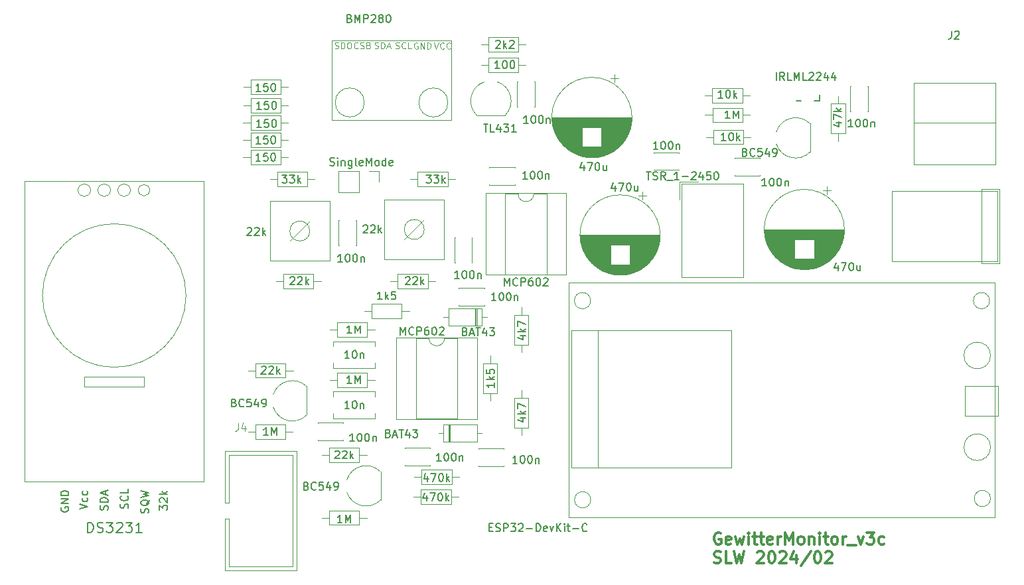
<source format=gbr>
%TF.GenerationSoftware,KiCad,Pcbnew,8.0.1*%
%TF.CreationDate,2024-07-18T08:08:07+02:00*%
%TF.ProjectId,GewitterMonitor,47657769-7474-4657-924d-6f6e69746f72,rev?*%
%TF.SameCoordinates,Original*%
%TF.FileFunction,Legend,Top*%
%TF.FilePolarity,Positive*%
%FSLAX46Y46*%
G04 Gerber Fmt 4.6, Leading zero omitted, Abs format (unit mm)*
G04 Created by KiCad (PCBNEW 8.0.1) date 2024-07-18 08:08:07*
%MOMM*%
%LPD*%
G01*
G04 APERTURE LIST*
%ADD10C,0.100000*%
%ADD11C,0.300000*%
%ADD12C,0.150000*%
%ADD13C,0.120000*%
%ADD14C,0.152400*%
G04 APERTURE END LIST*
D10*
X107375312Y-29584990D02*
X107299122Y-29546895D01*
X107299122Y-29546895D02*
X107184836Y-29546895D01*
X107184836Y-29546895D02*
X107070550Y-29584990D01*
X107070550Y-29584990D02*
X106994360Y-29661180D01*
X106994360Y-29661180D02*
X106956265Y-29737371D01*
X106956265Y-29737371D02*
X106918169Y-29889752D01*
X106918169Y-29889752D02*
X106918169Y-30004038D01*
X106918169Y-30004038D02*
X106956265Y-30156419D01*
X106956265Y-30156419D02*
X106994360Y-30232609D01*
X106994360Y-30232609D02*
X107070550Y-30308800D01*
X107070550Y-30308800D02*
X107184836Y-30346895D01*
X107184836Y-30346895D02*
X107261027Y-30346895D01*
X107261027Y-30346895D02*
X107375312Y-30308800D01*
X107375312Y-30308800D02*
X107413408Y-30270704D01*
X107413408Y-30270704D02*
X107413408Y-30004038D01*
X107413408Y-30004038D02*
X107261027Y-30004038D01*
X107756265Y-30346895D02*
X107756265Y-29546895D01*
X107756265Y-29546895D02*
X108213408Y-30346895D01*
X108213408Y-30346895D02*
X108213408Y-29546895D01*
X108594360Y-30346895D02*
X108594360Y-29546895D01*
X108594360Y-29546895D02*
X108784836Y-29546895D01*
X108784836Y-29546895D02*
X108899122Y-29584990D01*
X108899122Y-29584990D02*
X108975312Y-29661180D01*
X108975312Y-29661180D02*
X109013407Y-29737371D01*
X109013407Y-29737371D02*
X109051503Y-29889752D01*
X109051503Y-29889752D02*
X109051503Y-30004038D01*
X109051503Y-30004038D02*
X109013407Y-30156419D01*
X109013407Y-30156419D02*
X108975312Y-30232609D01*
X108975312Y-30232609D02*
X108899122Y-30308800D01*
X108899122Y-30308800D02*
X108784836Y-30346895D01*
X108784836Y-30346895D02*
X108594360Y-30346895D01*
X96818169Y-30258800D02*
X96932455Y-30296895D01*
X96932455Y-30296895D02*
X97122931Y-30296895D01*
X97122931Y-30296895D02*
X97199122Y-30258800D01*
X97199122Y-30258800D02*
X97237217Y-30220704D01*
X97237217Y-30220704D02*
X97275312Y-30144514D01*
X97275312Y-30144514D02*
X97275312Y-30068323D01*
X97275312Y-30068323D02*
X97237217Y-29992133D01*
X97237217Y-29992133D02*
X97199122Y-29954038D01*
X97199122Y-29954038D02*
X97122931Y-29915942D01*
X97122931Y-29915942D02*
X96970550Y-29877847D01*
X96970550Y-29877847D02*
X96894360Y-29839752D01*
X96894360Y-29839752D02*
X96856265Y-29801657D01*
X96856265Y-29801657D02*
X96818169Y-29725466D01*
X96818169Y-29725466D02*
X96818169Y-29649276D01*
X96818169Y-29649276D02*
X96856265Y-29573085D01*
X96856265Y-29573085D02*
X96894360Y-29534990D01*
X96894360Y-29534990D02*
X96970550Y-29496895D01*
X96970550Y-29496895D02*
X97161027Y-29496895D01*
X97161027Y-29496895D02*
X97275312Y-29534990D01*
X97618170Y-30296895D02*
X97618170Y-29496895D01*
X97618170Y-29496895D02*
X97808646Y-29496895D01*
X97808646Y-29496895D02*
X97922932Y-29534990D01*
X97922932Y-29534990D02*
X97999122Y-29611180D01*
X97999122Y-29611180D02*
X98037217Y-29687371D01*
X98037217Y-29687371D02*
X98075313Y-29839752D01*
X98075313Y-29839752D02*
X98075313Y-29954038D01*
X98075313Y-29954038D02*
X98037217Y-30106419D01*
X98037217Y-30106419D02*
X97999122Y-30182609D01*
X97999122Y-30182609D02*
X97922932Y-30258800D01*
X97922932Y-30258800D02*
X97808646Y-30296895D01*
X97808646Y-30296895D02*
X97618170Y-30296895D01*
X98570551Y-29496895D02*
X98722932Y-29496895D01*
X98722932Y-29496895D02*
X98799122Y-29534990D01*
X98799122Y-29534990D02*
X98875313Y-29611180D01*
X98875313Y-29611180D02*
X98913408Y-29763561D01*
X98913408Y-29763561D02*
X98913408Y-30030228D01*
X98913408Y-30030228D02*
X98875313Y-30182609D01*
X98875313Y-30182609D02*
X98799122Y-30258800D01*
X98799122Y-30258800D02*
X98722932Y-30296895D01*
X98722932Y-30296895D02*
X98570551Y-30296895D01*
X98570551Y-30296895D02*
X98494360Y-30258800D01*
X98494360Y-30258800D02*
X98418170Y-30182609D01*
X98418170Y-30182609D02*
X98380074Y-30030228D01*
X98380074Y-30030228D02*
X98380074Y-29763561D01*
X98380074Y-29763561D02*
X98418170Y-29611180D01*
X98418170Y-29611180D02*
X98494360Y-29534990D01*
X98494360Y-29534990D02*
X98570551Y-29496895D01*
X109491979Y-29546895D02*
X109758646Y-30346895D01*
X109758646Y-30346895D02*
X110025312Y-29546895D01*
X110749122Y-30270704D02*
X110711026Y-30308800D01*
X110711026Y-30308800D02*
X110596741Y-30346895D01*
X110596741Y-30346895D02*
X110520550Y-30346895D01*
X110520550Y-30346895D02*
X110406264Y-30308800D01*
X110406264Y-30308800D02*
X110330074Y-30232609D01*
X110330074Y-30232609D02*
X110291979Y-30156419D01*
X110291979Y-30156419D02*
X110253883Y-30004038D01*
X110253883Y-30004038D02*
X110253883Y-29889752D01*
X110253883Y-29889752D02*
X110291979Y-29737371D01*
X110291979Y-29737371D02*
X110330074Y-29661180D01*
X110330074Y-29661180D02*
X110406264Y-29584990D01*
X110406264Y-29584990D02*
X110520550Y-29546895D01*
X110520550Y-29546895D02*
X110596741Y-29546895D01*
X110596741Y-29546895D02*
X110711026Y-29584990D01*
X110711026Y-29584990D02*
X110749122Y-29623085D01*
X111549122Y-30270704D02*
X111511026Y-30308800D01*
X111511026Y-30308800D02*
X111396741Y-30346895D01*
X111396741Y-30346895D02*
X111320550Y-30346895D01*
X111320550Y-30346895D02*
X111206264Y-30308800D01*
X111206264Y-30308800D02*
X111130074Y-30232609D01*
X111130074Y-30232609D02*
X111091979Y-30156419D01*
X111091979Y-30156419D02*
X111053883Y-30004038D01*
X111053883Y-30004038D02*
X111053883Y-29889752D01*
X111053883Y-29889752D02*
X111091979Y-29737371D01*
X111091979Y-29737371D02*
X111130074Y-29661180D01*
X111130074Y-29661180D02*
X111206264Y-29584990D01*
X111206264Y-29584990D02*
X111320550Y-29546895D01*
X111320550Y-29546895D02*
X111396741Y-29546895D01*
X111396741Y-29546895D02*
X111511026Y-29584990D01*
X111511026Y-29584990D02*
X111549122Y-29623085D01*
X101918169Y-30258800D02*
X102032455Y-30296895D01*
X102032455Y-30296895D02*
X102222931Y-30296895D01*
X102222931Y-30296895D02*
X102299122Y-30258800D01*
X102299122Y-30258800D02*
X102337217Y-30220704D01*
X102337217Y-30220704D02*
X102375312Y-30144514D01*
X102375312Y-30144514D02*
X102375312Y-30068323D01*
X102375312Y-30068323D02*
X102337217Y-29992133D01*
X102337217Y-29992133D02*
X102299122Y-29954038D01*
X102299122Y-29954038D02*
X102222931Y-29915942D01*
X102222931Y-29915942D02*
X102070550Y-29877847D01*
X102070550Y-29877847D02*
X101994360Y-29839752D01*
X101994360Y-29839752D02*
X101956265Y-29801657D01*
X101956265Y-29801657D02*
X101918169Y-29725466D01*
X101918169Y-29725466D02*
X101918169Y-29649276D01*
X101918169Y-29649276D02*
X101956265Y-29573085D01*
X101956265Y-29573085D02*
X101994360Y-29534990D01*
X101994360Y-29534990D02*
X102070550Y-29496895D01*
X102070550Y-29496895D02*
X102261027Y-29496895D01*
X102261027Y-29496895D02*
X102375312Y-29534990D01*
X102718170Y-30296895D02*
X102718170Y-29496895D01*
X102718170Y-29496895D02*
X102908646Y-29496895D01*
X102908646Y-29496895D02*
X103022932Y-29534990D01*
X103022932Y-29534990D02*
X103099122Y-29611180D01*
X103099122Y-29611180D02*
X103137217Y-29687371D01*
X103137217Y-29687371D02*
X103175313Y-29839752D01*
X103175313Y-29839752D02*
X103175313Y-29954038D01*
X103175313Y-29954038D02*
X103137217Y-30106419D01*
X103137217Y-30106419D02*
X103099122Y-30182609D01*
X103099122Y-30182609D02*
X103022932Y-30258800D01*
X103022932Y-30258800D02*
X102908646Y-30296895D01*
X102908646Y-30296895D02*
X102718170Y-30296895D01*
X103480074Y-30068323D02*
X103861027Y-30068323D01*
X103403884Y-30296895D02*
X103670551Y-29496895D01*
X103670551Y-29496895D02*
X103937217Y-30296895D01*
D11*
X146040225Y-92157341D02*
X145897368Y-92085912D01*
X145897368Y-92085912D02*
X145683082Y-92085912D01*
X145683082Y-92085912D02*
X145468796Y-92157341D01*
X145468796Y-92157341D02*
X145325939Y-92300198D01*
X145325939Y-92300198D02*
X145254510Y-92443055D01*
X145254510Y-92443055D02*
X145183082Y-92728769D01*
X145183082Y-92728769D02*
X145183082Y-92943055D01*
X145183082Y-92943055D02*
X145254510Y-93228769D01*
X145254510Y-93228769D02*
X145325939Y-93371626D01*
X145325939Y-93371626D02*
X145468796Y-93514484D01*
X145468796Y-93514484D02*
X145683082Y-93585912D01*
X145683082Y-93585912D02*
X145825939Y-93585912D01*
X145825939Y-93585912D02*
X146040225Y-93514484D01*
X146040225Y-93514484D02*
X146111653Y-93443055D01*
X146111653Y-93443055D02*
X146111653Y-92943055D01*
X146111653Y-92943055D02*
X145825939Y-92943055D01*
X147325939Y-93514484D02*
X147183082Y-93585912D01*
X147183082Y-93585912D02*
X146897368Y-93585912D01*
X146897368Y-93585912D02*
X146754510Y-93514484D01*
X146754510Y-93514484D02*
X146683082Y-93371626D01*
X146683082Y-93371626D02*
X146683082Y-92800198D01*
X146683082Y-92800198D02*
X146754510Y-92657341D01*
X146754510Y-92657341D02*
X146897368Y-92585912D01*
X146897368Y-92585912D02*
X147183082Y-92585912D01*
X147183082Y-92585912D02*
X147325939Y-92657341D01*
X147325939Y-92657341D02*
X147397368Y-92800198D01*
X147397368Y-92800198D02*
X147397368Y-92943055D01*
X147397368Y-92943055D02*
X146683082Y-93085912D01*
X147897367Y-92585912D02*
X148183082Y-93585912D01*
X148183082Y-93585912D02*
X148468796Y-92871626D01*
X148468796Y-92871626D02*
X148754510Y-93585912D01*
X148754510Y-93585912D02*
X149040224Y-92585912D01*
X149611653Y-93585912D02*
X149611653Y-92585912D01*
X149611653Y-92085912D02*
X149540225Y-92157341D01*
X149540225Y-92157341D02*
X149611653Y-92228769D01*
X149611653Y-92228769D02*
X149683082Y-92157341D01*
X149683082Y-92157341D02*
X149611653Y-92085912D01*
X149611653Y-92085912D02*
X149611653Y-92228769D01*
X150111654Y-92585912D02*
X150683082Y-92585912D01*
X150325939Y-92085912D02*
X150325939Y-93371626D01*
X150325939Y-93371626D02*
X150397368Y-93514484D01*
X150397368Y-93514484D02*
X150540225Y-93585912D01*
X150540225Y-93585912D02*
X150683082Y-93585912D01*
X150968797Y-92585912D02*
X151540225Y-92585912D01*
X151183082Y-92085912D02*
X151183082Y-93371626D01*
X151183082Y-93371626D02*
X151254511Y-93514484D01*
X151254511Y-93514484D02*
X151397368Y-93585912D01*
X151397368Y-93585912D02*
X151540225Y-93585912D01*
X152611654Y-93514484D02*
X152468797Y-93585912D01*
X152468797Y-93585912D02*
X152183083Y-93585912D01*
X152183083Y-93585912D02*
X152040225Y-93514484D01*
X152040225Y-93514484D02*
X151968797Y-93371626D01*
X151968797Y-93371626D02*
X151968797Y-92800198D01*
X151968797Y-92800198D02*
X152040225Y-92657341D01*
X152040225Y-92657341D02*
X152183083Y-92585912D01*
X152183083Y-92585912D02*
X152468797Y-92585912D01*
X152468797Y-92585912D02*
X152611654Y-92657341D01*
X152611654Y-92657341D02*
X152683083Y-92800198D01*
X152683083Y-92800198D02*
X152683083Y-92943055D01*
X152683083Y-92943055D02*
X151968797Y-93085912D01*
X153325939Y-93585912D02*
X153325939Y-92585912D01*
X153325939Y-92871626D02*
X153397368Y-92728769D01*
X153397368Y-92728769D02*
X153468797Y-92657341D01*
X153468797Y-92657341D02*
X153611654Y-92585912D01*
X153611654Y-92585912D02*
X153754511Y-92585912D01*
X154254510Y-93585912D02*
X154254510Y-92085912D01*
X154254510Y-92085912D02*
X154754510Y-93157341D01*
X154754510Y-93157341D02*
X155254510Y-92085912D01*
X155254510Y-92085912D02*
X155254510Y-93585912D01*
X156183082Y-93585912D02*
X156040225Y-93514484D01*
X156040225Y-93514484D02*
X155968796Y-93443055D01*
X155968796Y-93443055D02*
X155897368Y-93300198D01*
X155897368Y-93300198D02*
X155897368Y-92871626D01*
X155897368Y-92871626D02*
X155968796Y-92728769D01*
X155968796Y-92728769D02*
X156040225Y-92657341D01*
X156040225Y-92657341D02*
X156183082Y-92585912D01*
X156183082Y-92585912D02*
X156397368Y-92585912D01*
X156397368Y-92585912D02*
X156540225Y-92657341D01*
X156540225Y-92657341D02*
X156611654Y-92728769D01*
X156611654Y-92728769D02*
X156683082Y-92871626D01*
X156683082Y-92871626D02*
X156683082Y-93300198D01*
X156683082Y-93300198D02*
X156611654Y-93443055D01*
X156611654Y-93443055D02*
X156540225Y-93514484D01*
X156540225Y-93514484D02*
X156397368Y-93585912D01*
X156397368Y-93585912D02*
X156183082Y-93585912D01*
X157325939Y-92585912D02*
X157325939Y-93585912D01*
X157325939Y-92728769D02*
X157397368Y-92657341D01*
X157397368Y-92657341D02*
X157540225Y-92585912D01*
X157540225Y-92585912D02*
X157754511Y-92585912D01*
X157754511Y-92585912D02*
X157897368Y-92657341D01*
X157897368Y-92657341D02*
X157968797Y-92800198D01*
X157968797Y-92800198D02*
X157968797Y-93585912D01*
X158683082Y-93585912D02*
X158683082Y-92585912D01*
X158683082Y-92085912D02*
X158611654Y-92157341D01*
X158611654Y-92157341D02*
X158683082Y-92228769D01*
X158683082Y-92228769D02*
X158754511Y-92157341D01*
X158754511Y-92157341D02*
X158683082Y-92085912D01*
X158683082Y-92085912D02*
X158683082Y-92228769D01*
X159183083Y-92585912D02*
X159754511Y-92585912D01*
X159397368Y-92085912D02*
X159397368Y-93371626D01*
X159397368Y-93371626D02*
X159468797Y-93514484D01*
X159468797Y-93514484D02*
X159611654Y-93585912D01*
X159611654Y-93585912D02*
X159754511Y-93585912D01*
X160468797Y-93585912D02*
X160325940Y-93514484D01*
X160325940Y-93514484D02*
X160254511Y-93443055D01*
X160254511Y-93443055D02*
X160183083Y-93300198D01*
X160183083Y-93300198D02*
X160183083Y-92871626D01*
X160183083Y-92871626D02*
X160254511Y-92728769D01*
X160254511Y-92728769D02*
X160325940Y-92657341D01*
X160325940Y-92657341D02*
X160468797Y-92585912D01*
X160468797Y-92585912D02*
X160683083Y-92585912D01*
X160683083Y-92585912D02*
X160825940Y-92657341D01*
X160825940Y-92657341D02*
X160897369Y-92728769D01*
X160897369Y-92728769D02*
X160968797Y-92871626D01*
X160968797Y-92871626D02*
X160968797Y-93300198D01*
X160968797Y-93300198D02*
X160897369Y-93443055D01*
X160897369Y-93443055D02*
X160825940Y-93514484D01*
X160825940Y-93514484D02*
X160683083Y-93585912D01*
X160683083Y-93585912D02*
X160468797Y-93585912D01*
X161611654Y-93585912D02*
X161611654Y-92585912D01*
X161611654Y-92871626D02*
X161683083Y-92728769D01*
X161683083Y-92728769D02*
X161754512Y-92657341D01*
X161754512Y-92657341D02*
X161897369Y-92585912D01*
X161897369Y-92585912D02*
X162040226Y-92585912D01*
X162183083Y-93728769D02*
X163325940Y-93728769D01*
X163540225Y-92585912D02*
X163897368Y-93585912D01*
X163897368Y-93585912D02*
X164254511Y-92585912D01*
X164683082Y-92085912D02*
X165611654Y-92085912D01*
X165611654Y-92085912D02*
X165111654Y-92657341D01*
X165111654Y-92657341D02*
X165325939Y-92657341D01*
X165325939Y-92657341D02*
X165468797Y-92728769D01*
X165468797Y-92728769D02*
X165540225Y-92800198D01*
X165540225Y-92800198D02*
X165611654Y-92943055D01*
X165611654Y-92943055D02*
X165611654Y-93300198D01*
X165611654Y-93300198D02*
X165540225Y-93443055D01*
X165540225Y-93443055D02*
X165468797Y-93514484D01*
X165468797Y-93514484D02*
X165325939Y-93585912D01*
X165325939Y-93585912D02*
X164897368Y-93585912D01*
X164897368Y-93585912D02*
X164754511Y-93514484D01*
X164754511Y-93514484D02*
X164683082Y-93443055D01*
X166897368Y-93514484D02*
X166754510Y-93585912D01*
X166754510Y-93585912D02*
X166468796Y-93585912D01*
X166468796Y-93585912D02*
X166325939Y-93514484D01*
X166325939Y-93514484D02*
X166254510Y-93443055D01*
X166254510Y-93443055D02*
X166183082Y-93300198D01*
X166183082Y-93300198D02*
X166183082Y-92871626D01*
X166183082Y-92871626D02*
X166254510Y-92728769D01*
X166254510Y-92728769D02*
X166325939Y-92657341D01*
X166325939Y-92657341D02*
X166468796Y-92585912D01*
X166468796Y-92585912D02*
X166754510Y-92585912D01*
X166754510Y-92585912D02*
X166897368Y-92657341D01*
X145183082Y-95929400D02*
X145397368Y-96000828D01*
X145397368Y-96000828D02*
X145754510Y-96000828D01*
X145754510Y-96000828D02*
X145897368Y-95929400D01*
X145897368Y-95929400D02*
X145968796Y-95857971D01*
X145968796Y-95857971D02*
X146040225Y-95715114D01*
X146040225Y-95715114D02*
X146040225Y-95572257D01*
X146040225Y-95572257D02*
X145968796Y-95429400D01*
X145968796Y-95429400D02*
X145897368Y-95357971D01*
X145897368Y-95357971D02*
X145754510Y-95286542D01*
X145754510Y-95286542D02*
X145468796Y-95215114D01*
X145468796Y-95215114D02*
X145325939Y-95143685D01*
X145325939Y-95143685D02*
X145254510Y-95072257D01*
X145254510Y-95072257D02*
X145183082Y-94929400D01*
X145183082Y-94929400D02*
X145183082Y-94786542D01*
X145183082Y-94786542D02*
X145254510Y-94643685D01*
X145254510Y-94643685D02*
X145325939Y-94572257D01*
X145325939Y-94572257D02*
X145468796Y-94500828D01*
X145468796Y-94500828D02*
X145825939Y-94500828D01*
X145825939Y-94500828D02*
X146040225Y-94572257D01*
X147397367Y-96000828D02*
X146683081Y-96000828D01*
X146683081Y-96000828D02*
X146683081Y-94500828D01*
X147754510Y-94500828D02*
X148111653Y-96000828D01*
X148111653Y-96000828D02*
X148397367Y-94929400D01*
X148397367Y-94929400D02*
X148683082Y-96000828D01*
X148683082Y-96000828D02*
X149040225Y-94500828D01*
X150683082Y-94643685D02*
X150754510Y-94572257D01*
X150754510Y-94572257D02*
X150897368Y-94500828D01*
X150897368Y-94500828D02*
X151254510Y-94500828D01*
X151254510Y-94500828D02*
X151397368Y-94572257D01*
X151397368Y-94572257D02*
X151468796Y-94643685D01*
X151468796Y-94643685D02*
X151540225Y-94786542D01*
X151540225Y-94786542D02*
X151540225Y-94929400D01*
X151540225Y-94929400D02*
X151468796Y-95143685D01*
X151468796Y-95143685D02*
X150611653Y-96000828D01*
X150611653Y-96000828D02*
X151540225Y-96000828D01*
X152468796Y-94500828D02*
X152611653Y-94500828D01*
X152611653Y-94500828D02*
X152754510Y-94572257D01*
X152754510Y-94572257D02*
X152825939Y-94643685D01*
X152825939Y-94643685D02*
X152897367Y-94786542D01*
X152897367Y-94786542D02*
X152968796Y-95072257D01*
X152968796Y-95072257D02*
X152968796Y-95429400D01*
X152968796Y-95429400D02*
X152897367Y-95715114D01*
X152897367Y-95715114D02*
X152825939Y-95857971D01*
X152825939Y-95857971D02*
X152754510Y-95929400D01*
X152754510Y-95929400D02*
X152611653Y-96000828D01*
X152611653Y-96000828D02*
X152468796Y-96000828D01*
X152468796Y-96000828D02*
X152325939Y-95929400D01*
X152325939Y-95929400D02*
X152254510Y-95857971D01*
X152254510Y-95857971D02*
X152183081Y-95715114D01*
X152183081Y-95715114D02*
X152111653Y-95429400D01*
X152111653Y-95429400D02*
X152111653Y-95072257D01*
X152111653Y-95072257D02*
X152183081Y-94786542D01*
X152183081Y-94786542D02*
X152254510Y-94643685D01*
X152254510Y-94643685D02*
X152325939Y-94572257D01*
X152325939Y-94572257D02*
X152468796Y-94500828D01*
X153540224Y-94643685D02*
X153611652Y-94572257D01*
X153611652Y-94572257D02*
X153754510Y-94500828D01*
X153754510Y-94500828D02*
X154111652Y-94500828D01*
X154111652Y-94500828D02*
X154254510Y-94572257D01*
X154254510Y-94572257D02*
X154325938Y-94643685D01*
X154325938Y-94643685D02*
X154397367Y-94786542D01*
X154397367Y-94786542D02*
X154397367Y-94929400D01*
X154397367Y-94929400D02*
X154325938Y-95143685D01*
X154325938Y-95143685D02*
X153468795Y-96000828D01*
X153468795Y-96000828D02*
X154397367Y-96000828D01*
X155683081Y-95000828D02*
X155683081Y-96000828D01*
X155325938Y-94429400D02*
X154968795Y-95500828D01*
X154968795Y-95500828D02*
X155897366Y-95500828D01*
X157540223Y-94429400D02*
X156254509Y-96357971D01*
X158325938Y-94500828D02*
X158468795Y-94500828D01*
X158468795Y-94500828D02*
X158611652Y-94572257D01*
X158611652Y-94572257D02*
X158683081Y-94643685D01*
X158683081Y-94643685D02*
X158754509Y-94786542D01*
X158754509Y-94786542D02*
X158825938Y-95072257D01*
X158825938Y-95072257D02*
X158825938Y-95429400D01*
X158825938Y-95429400D02*
X158754509Y-95715114D01*
X158754509Y-95715114D02*
X158683081Y-95857971D01*
X158683081Y-95857971D02*
X158611652Y-95929400D01*
X158611652Y-95929400D02*
X158468795Y-96000828D01*
X158468795Y-96000828D02*
X158325938Y-96000828D01*
X158325938Y-96000828D02*
X158183081Y-95929400D01*
X158183081Y-95929400D02*
X158111652Y-95857971D01*
X158111652Y-95857971D02*
X158040223Y-95715114D01*
X158040223Y-95715114D02*
X157968795Y-95429400D01*
X157968795Y-95429400D02*
X157968795Y-95072257D01*
X157968795Y-95072257D02*
X158040223Y-94786542D01*
X158040223Y-94786542D02*
X158111652Y-94643685D01*
X158111652Y-94643685D02*
X158183081Y-94572257D01*
X158183081Y-94572257D02*
X158325938Y-94500828D01*
X159397366Y-94643685D02*
X159468794Y-94572257D01*
X159468794Y-94572257D02*
X159611652Y-94500828D01*
X159611652Y-94500828D02*
X159968794Y-94500828D01*
X159968794Y-94500828D02*
X160111652Y-94572257D01*
X160111652Y-94572257D02*
X160183080Y-94643685D01*
X160183080Y-94643685D02*
X160254509Y-94786542D01*
X160254509Y-94786542D02*
X160254509Y-94929400D01*
X160254509Y-94929400D02*
X160183080Y-95143685D01*
X160183080Y-95143685D02*
X159325937Y-96000828D01*
X159325937Y-96000828D02*
X160254509Y-96000828D01*
D10*
X99763408Y-30220704D02*
X99725312Y-30258800D01*
X99725312Y-30258800D02*
X99611027Y-30296895D01*
X99611027Y-30296895D02*
X99534836Y-30296895D01*
X99534836Y-30296895D02*
X99420550Y-30258800D01*
X99420550Y-30258800D02*
X99344360Y-30182609D01*
X99344360Y-30182609D02*
X99306265Y-30106419D01*
X99306265Y-30106419D02*
X99268169Y-29954038D01*
X99268169Y-29954038D02*
X99268169Y-29839752D01*
X99268169Y-29839752D02*
X99306265Y-29687371D01*
X99306265Y-29687371D02*
X99344360Y-29611180D01*
X99344360Y-29611180D02*
X99420550Y-29534990D01*
X99420550Y-29534990D02*
X99534836Y-29496895D01*
X99534836Y-29496895D02*
X99611027Y-29496895D01*
X99611027Y-29496895D02*
X99725312Y-29534990D01*
X99725312Y-29534990D02*
X99763408Y-29573085D01*
X100068169Y-30258800D02*
X100182455Y-30296895D01*
X100182455Y-30296895D02*
X100372931Y-30296895D01*
X100372931Y-30296895D02*
X100449122Y-30258800D01*
X100449122Y-30258800D02*
X100487217Y-30220704D01*
X100487217Y-30220704D02*
X100525312Y-30144514D01*
X100525312Y-30144514D02*
X100525312Y-30068323D01*
X100525312Y-30068323D02*
X100487217Y-29992133D01*
X100487217Y-29992133D02*
X100449122Y-29954038D01*
X100449122Y-29954038D02*
X100372931Y-29915942D01*
X100372931Y-29915942D02*
X100220550Y-29877847D01*
X100220550Y-29877847D02*
X100144360Y-29839752D01*
X100144360Y-29839752D02*
X100106265Y-29801657D01*
X100106265Y-29801657D02*
X100068169Y-29725466D01*
X100068169Y-29725466D02*
X100068169Y-29649276D01*
X100068169Y-29649276D02*
X100106265Y-29573085D01*
X100106265Y-29573085D02*
X100144360Y-29534990D01*
X100144360Y-29534990D02*
X100220550Y-29496895D01*
X100220550Y-29496895D02*
X100411027Y-29496895D01*
X100411027Y-29496895D02*
X100525312Y-29534990D01*
X101134836Y-29877847D02*
X101249122Y-29915942D01*
X101249122Y-29915942D02*
X101287217Y-29954038D01*
X101287217Y-29954038D02*
X101325313Y-30030228D01*
X101325313Y-30030228D02*
X101325313Y-30144514D01*
X101325313Y-30144514D02*
X101287217Y-30220704D01*
X101287217Y-30220704D02*
X101249122Y-30258800D01*
X101249122Y-30258800D02*
X101172932Y-30296895D01*
X101172932Y-30296895D02*
X100868170Y-30296895D01*
X100868170Y-30296895D02*
X100868170Y-29496895D01*
X100868170Y-29496895D02*
X101134836Y-29496895D01*
X101134836Y-29496895D02*
X101211027Y-29534990D01*
X101211027Y-29534990D02*
X101249122Y-29573085D01*
X101249122Y-29573085D02*
X101287217Y-29649276D01*
X101287217Y-29649276D02*
X101287217Y-29725466D01*
X101287217Y-29725466D02*
X101249122Y-29801657D01*
X101249122Y-29801657D02*
X101211027Y-29839752D01*
X101211027Y-29839752D02*
X101134836Y-29877847D01*
X101134836Y-29877847D02*
X100868170Y-29877847D01*
X104568169Y-30258800D02*
X104682455Y-30296895D01*
X104682455Y-30296895D02*
X104872931Y-30296895D01*
X104872931Y-30296895D02*
X104949122Y-30258800D01*
X104949122Y-30258800D02*
X104987217Y-30220704D01*
X104987217Y-30220704D02*
X105025312Y-30144514D01*
X105025312Y-30144514D02*
X105025312Y-30068323D01*
X105025312Y-30068323D02*
X104987217Y-29992133D01*
X104987217Y-29992133D02*
X104949122Y-29954038D01*
X104949122Y-29954038D02*
X104872931Y-29915942D01*
X104872931Y-29915942D02*
X104720550Y-29877847D01*
X104720550Y-29877847D02*
X104644360Y-29839752D01*
X104644360Y-29839752D02*
X104606265Y-29801657D01*
X104606265Y-29801657D02*
X104568169Y-29725466D01*
X104568169Y-29725466D02*
X104568169Y-29649276D01*
X104568169Y-29649276D02*
X104606265Y-29573085D01*
X104606265Y-29573085D02*
X104644360Y-29534990D01*
X104644360Y-29534990D02*
X104720550Y-29496895D01*
X104720550Y-29496895D02*
X104911027Y-29496895D01*
X104911027Y-29496895D02*
X105025312Y-29534990D01*
X105825313Y-30220704D02*
X105787217Y-30258800D01*
X105787217Y-30258800D02*
X105672932Y-30296895D01*
X105672932Y-30296895D02*
X105596741Y-30296895D01*
X105596741Y-30296895D02*
X105482455Y-30258800D01*
X105482455Y-30258800D02*
X105406265Y-30182609D01*
X105406265Y-30182609D02*
X105368170Y-30106419D01*
X105368170Y-30106419D02*
X105330074Y-29954038D01*
X105330074Y-29954038D02*
X105330074Y-29839752D01*
X105330074Y-29839752D02*
X105368170Y-29687371D01*
X105368170Y-29687371D02*
X105406265Y-29611180D01*
X105406265Y-29611180D02*
X105482455Y-29534990D01*
X105482455Y-29534990D02*
X105596741Y-29496895D01*
X105596741Y-29496895D02*
X105672932Y-29496895D01*
X105672932Y-29496895D02*
X105787217Y-29534990D01*
X105787217Y-29534990D02*
X105825313Y-29573085D01*
X106549122Y-30296895D02*
X106168170Y-30296895D01*
X106168170Y-30296895D02*
X106168170Y-29496895D01*
D12*
X121480952Y-39854819D02*
X120909524Y-39854819D01*
X121195238Y-39854819D02*
X121195238Y-38854819D01*
X121195238Y-38854819D02*
X121100000Y-38997676D01*
X121100000Y-38997676D02*
X121004762Y-39092914D01*
X121004762Y-39092914D02*
X120909524Y-39140533D01*
X122100000Y-38854819D02*
X122195238Y-38854819D01*
X122195238Y-38854819D02*
X122290476Y-38902438D01*
X122290476Y-38902438D02*
X122338095Y-38950057D01*
X122338095Y-38950057D02*
X122385714Y-39045295D01*
X122385714Y-39045295D02*
X122433333Y-39235771D01*
X122433333Y-39235771D02*
X122433333Y-39473866D01*
X122433333Y-39473866D02*
X122385714Y-39664342D01*
X122385714Y-39664342D02*
X122338095Y-39759580D01*
X122338095Y-39759580D02*
X122290476Y-39807200D01*
X122290476Y-39807200D02*
X122195238Y-39854819D01*
X122195238Y-39854819D02*
X122100000Y-39854819D01*
X122100000Y-39854819D02*
X122004762Y-39807200D01*
X122004762Y-39807200D02*
X121957143Y-39759580D01*
X121957143Y-39759580D02*
X121909524Y-39664342D01*
X121909524Y-39664342D02*
X121861905Y-39473866D01*
X121861905Y-39473866D02*
X121861905Y-39235771D01*
X121861905Y-39235771D02*
X121909524Y-39045295D01*
X121909524Y-39045295D02*
X121957143Y-38950057D01*
X121957143Y-38950057D02*
X122004762Y-38902438D01*
X122004762Y-38902438D02*
X122100000Y-38854819D01*
X123052381Y-38854819D02*
X123147619Y-38854819D01*
X123147619Y-38854819D02*
X123242857Y-38902438D01*
X123242857Y-38902438D02*
X123290476Y-38950057D01*
X123290476Y-38950057D02*
X123338095Y-39045295D01*
X123338095Y-39045295D02*
X123385714Y-39235771D01*
X123385714Y-39235771D02*
X123385714Y-39473866D01*
X123385714Y-39473866D02*
X123338095Y-39664342D01*
X123338095Y-39664342D02*
X123290476Y-39759580D01*
X123290476Y-39759580D02*
X123242857Y-39807200D01*
X123242857Y-39807200D02*
X123147619Y-39854819D01*
X123147619Y-39854819D02*
X123052381Y-39854819D01*
X123052381Y-39854819D02*
X122957143Y-39807200D01*
X122957143Y-39807200D02*
X122909524Y-39759580D01*
X122909524Y-39759580D02*
X122861905Y-39664342D01*
X122861905Y-39664342D02*
X122814286Y-39473866D01*
X122814286Y-39473866D02*
X122814286Y-39235771D01*
X122814286Y-39235771D02*
X122861905Y-39045295D01*
X122861905Y-39045295D02*
X122909524Y-38950057D01*
X122909524Y-38950057D02*
X122957143Y-38902438D01*
X122957143Y-38902438D02*
X123052381Y-38854819D01*
X123814286Y-39188152D02*
X123814286Y-39854819D01*
X123814286Y-39283390D02*
X123861905Y-39235771D01*
X123861905Y-39235771D02*
X123957143Y-39188152D01*
X123957143Y-39188152D02*
X124100000Y-39188152D01*
X124100000Y-39188152D02*
X124195238Y-39235771D01*
X124195238Y-39235771D02*
X124242857Y-39331009D01*
X124242857Y-39331009D02*
X124242857Y-39854819D01*
X97734285Y-90854819D02*
X97162857Y-90854819D01*
X97448571Y-90854819D02*
X97448571Y-89854819D01*
X97448571Y-89854819D02*
X97353333Y-89997676D01*
X97353333Y-89997676D02*
X97258095Y-90092914D01*
X97258095Y-90092914D02*
X97162857Y-90140533D01*
X98162857Y-90854819D02*
X98162857Y-89854819D01*
X98162857Y-89854819D02*
X98496190Y-90569104D01*
X98496190Y-90569104D02*
X98829523Y-89854819D01*
X98829523Y-89854819D02*
X98829523Y-90854819D01*
X99300952Y-80454819D02*
X98729524Y-80454819D01*
X99015238Y-80454819D02*
X99015238Y-79454819D01*
X99015238Y-79454819D02*
X98920000Y-79597676D01*
X98920000Y-79597676D02*
X98824762Y-79692914D01*
X98824762Y-79692914D02*
X98729524Y-79740533D01*
X99920000Y-79454819D02*
X100015238Y-79454819D01*
X100015238Y-79454819D02*
X100110476Y-79502438D01*
X100110476Y-79502438D02*
X100158095Y-79550057D01*
X100158095Y-79550057D02*
X100205714Y-79645295D01*
X100205714Y-79645295D02*
X100253333Y-79835771D01*
X100253333Y-79835771D02*
X100253333Y-80073866D01*
X100253333Y-80073866D02*
X100205714Y-80264342D01*
X100205714Y-80264342D02*
X100158095Y-80359580D01*
X100158095Y-80359580D02*
X100110476Y-80407200D01*
X100110476Y-80407200D02*
X100015238Y-80454819D01*
X100015238Y-80454819D02*
X99920000Y-80454819D01*
X99920000Y-80454819D02*
X99824762Y-80407200D01*
X99824762Y-80407200D02*
X99777143Y-80359580D01*
X99777143Y-80359580D02*
X99729524Y-80264342D01*
X99729524Y-80264342D02*
X99681905Y-80073866D01*
X99681905Y-80073866D02*
X99681905Y-79835771D01*
X99681905Y-79835771D02*
X99729524Y-79645295D01*
X99729524Y-79645295D02*
X99777143Y-79550057D01*
X99777143Y-79550057D02*
X99824762Y-79502438D01*
X99824762Y-79502438D02*
X99920000Y-79454819D01*
X100872381Y-79454819D02*
X100967619Y-79454819D01*
X100967619Y-79454819D02*
X101062857Y-79502438D01*
X101062857Y-79502438D02*
X101110476Y-79550057D01*
X101110476Y-79550057D02*
X101158095Y-79645295D01*
X101158095Y-79645295D02*
X101205714Y-79835771D01*
X101205714Y-79835771D02*
X101205714Y-80073866D01*
X101205714Y-80073866D02*
X101158095Y-80264342D01*
X101158095Y-80264342D02*
X101110476Y-80359580D01*
X101110476Y-80359580D02*
X101062857Y-80407200D01*
X101062857Y-80407200D02*
X100967619Y-80454819D01*
X100967619Y-80454819D02*
X100872381Y-80454819D01*
X100872381Y-80454819D02*
X100777143Y-80407200D01*
X100777143Y-80407200D02*
X100729524Y-80359580D01*
X100729524Y-80359580D02*
X100681905Y-80264342D01*
X100681905Y-80264342D02*
X100634286Y-80073866D01*
X100634286Y-80073866D02*
X100634286Y-79835771D01*
X100634286Y-79835771D02*
X100681905Y-79645295D01*
X100681905Y-79645295D02*
X100729524Y-79550057D01*
X100729524Y-79550057D02*
X100777143Y-79502438D01*
X100777143Y-79502438D02*
X100872381Y-79454819D01*
X101634286Y-79788152D02*
X101634286Y-80454819D01*
X101634286Y-79883390D02*
X101681905Y-79835771D01*
X101681905Y-79835771D02*
X101777143Y-79788152D01*
X101777143Y-79788152D02*
X101920000Y-79788152D01*
X101920000Y-79788152D02*
X102015238Y-79835771D01*
X102015238Y-79835771D02*
X102062857Y-79931009D01*
X102062857Y-79931009D02*
X102062857Y-80454819D01*
X105158095Y-66854819D02*
X105158095Y-65854819D01*
X105158095Y-65854819D02*
X105491428Y-66569104D01*
X105491428Y-66569104D02*
X105824761Y-65854819D01*
X105824761Y-65854819D02*
X105824761Y-66854819D01*
X106872380Y-66759580D02*
X106824761Y-66807200D01*
X106824761Y-66807200D02*
X106681904Y-66854819D01*
X106681904Y-66854819D02*
X106586666Y-66854819D01*
X106586666Y-66854819D02*
X106443809Y-66807200D01*
X106443809Y-66807200D02*
X106348571Y-66711961D01*
X106348571Y-66711961D02*
X106300952Y-66616723D01*
X106300952Y-66616723D02*
X106253333Y-66426247D01*
X106253333Y-66426247D02*
X106253333Y-66283390D01*
X106253333Y-66283390D02*
X106300952Y-66092914D01*
X106300952Y-66092914D02*
X106348571Y-65997676D01*
X106348571Y-65997676D02*
X106443809Y-65902438D01*
X106443809Y-65902438D02*
X106586666Y-65854819D01*
X106586666Y-65854819D02*
X106681904Y-65854819D01*
X106681904Y-65854819D02*
X106824761Y-65902438D01*
X106824761Y-65902438D02*
X106872380Y-65950057D01*
X107300952Y-66854819D02*
X107300952Y-65854819D01*
X107300952Y-65854819D02*
X107681904Y-65854819D01*
X107681904Y-65854819D02*
X107777142Y-65902438D01*
X107777142Y-65902438D02*
X107824761Y-65950057D01*
X107824761Y-65950057D02*
X107872380Y-66045295D01*
X107872380Y-66045295D02*
X107872380Y-66188152D01*
X107872380Y-66188152D02*
X107824761Y-66283390D01*
X107824761Y-66283390D02*
X107777142Y-66331009D01*
X107777142Y-66331009D02*
X107681904Y-66378628D01*
X107681904Y-66378628D02*
X107300952Y-66378628D01*
X108729523Y-65854819D02*
X108539047Y-65854819D01*
X108539047Y-65854819D02*
X108443809Y-65902438D01*
X108443809Y-65902438D02*
X108396190Y-65950057D01*
X108396190Y-65950057D02*
X108300952Y-66092914D01*
X108300952Y-66092914D02*
X108253333Y-66283390D01*
X108253333Y-66283390D02*
X108253333Y-66664342D01*
X108253333Y-66664342D02*
X108300952Y-66759580D01*
X108300952Y-66759580D02*
X108348571Y-66807200D01*
X108348571Y-66807200D02*
X108443809Y-66854819D01*
X108443809Y-66854819D02*
X108634285Y-66854819D01*
X108634285Y-66854819D02*
X108729523Y-66807200D01*
X108729523Y-66807200D02*
X108777142Y-66759580D01*
X108777142Y-66759580D02*
X108824761Y-66664342D01*
X108824761Y-66664342D02*
X108824761Y-66426247D01*
X108824761Y-66426247D02*
X108777142Y-66331009D01*
X108777142Y-66331009D02*
X108729523Y-66283390D01*
X108729523Y-66283390D02*
X108634285Y-66235771D01*
X108634285Y-66235771D02*
X108443809Y-66235771D01*
X108443809Y-66235771D02*
X108348571Y-66283390D01*
X108348571Y-66283390D02*
X108300952Y-66331009D01*
X108300952Y-66331009D02*
X108253333Y-66426247D01*
X109443809Y-65854819D02*
X109539047Y-65854819D01*
X109539047Y-65854819D02*
X109634285Y-65902438D01*
X109634285Y-65902438D02*
X109681904Y-65950057D01*
X109681904Y-65950057D02*
X109729523Y-66045295D01*
X109729523Y-66045295D02*
X109777142Y-66235771D01*
X109777142Y-66235771D02*
X109777142Y-66473866D01*
X109777142Y-66473866D02*
X109729523Y-66664342D01*
X109729523Y-66664342D02*
X109681904Y-66759580D01*
X109681904Y-66759580D02*
X109634285Y-66807200D01*
X109634285Y-66807200D02*
X109539047Y-66854819D01*
X109539047Y-66854819D02*
X109443809Y-66854819D01*
X109443809Y-66854819D02*
X109348571Y-66807200D01*
X109348571Y-66807200D02*
X109300952Y-66759580D01*
X109300952Y-66759580D02*
X109253333Y-66664342D01*
X109253333Y-66664342D02*
X109205714Y-66473866D01*
X109205714Y-66473866D02*
X109205714Y-66235771D01*
X109205714Y-66235771D02*
X109253333Y-66045295D01*
X109253333Y-66045295D02*
X109300952Y-65950057D01*
X109300952Y-65950057D02*
X109348571Y-65902438D01*
X109348571Y-65902438D02*
X109443809Y-65854819D01*
X110158095Y-65950057D02*
X110205714Y-65902438D01*
X110205714Y-65902438D02*
X110300952Y-65854819D01*
X110300952Y-65854819D02*
X110539047Y-65854819D01*
X110539047Y-65854819D02*
X110634285Y-65902438D01*
X110634285Y-65902438D02*
X110681904Y-65950057D01*
X110681904Y-65950057D02*
X110729523Y-66045295D01*
X110729523Y-66045295D02*
X110729523Y-66140533D01*
X110729523Y-66140533D02*
X110681904Y-66283390D01*
X110681904Y-66283390D02*
X110110476Y-66854819D01*
X110110476Y-66854819D02*
X110729523Y-66854819D01*
X175466666Y-28084819D02*
X175466666Y-28799104D01*
X175466666Y-28799104D02*
X175419047Y-28941961D01*
X175419047Y-28941961D02*
X175323809Y-29037200D01*
X175323809Y-29037200D02*
X175180952Y-29084819D01*
X175180952Y-29084819D02*
X175085714Y-29084819D01*
X175895238Y-28180057D02*
X175942857Y-28132438D01*
X175942857Y-28132438D02*
X176038095Y-28084819D01*
X176038095Y-28084819D02*
X176276190Y-28084819D01*
X176276190Y-28084819D02*
X176371428Y-28132438D01*
X176371428Y-28132438D02*
X176419047Y-28180057D01*
X176419047Y-28180057D02*
X176466666Y-28275295D01*
X176466666Y-28275295D02*
X176466666Y-28370533D01*
X176466666Y-28370533D02*
X176419047Y-28513390D01*
X176419047Y-28513390D02*
X175847619Y-29084819D01*
X175847619Y-29084819D02*
X176466666Y-29084819D01*
X149142857Y-43531009D02*
X149285714Y-43578628D01*
X149285714Y-43578628D02*
X149333333Y-43626247D01*
X149333333Y-43626247D02*
X149380952Y-43721485D01*
X149380952Y-43721485D02*
X149380952Y-43864342D01*
X149380952Y-43864342D02*
X149333333Y-43959580D01*
X149333333Y-43959580D02*
X149285714Y-44007200D01*
X149285714Y-44007200D02*
X149190476Y-44054819D01*
X149190476Y-44054819D02*
X148809524Y-44054819D01*
X148809524Y-44054819D02*
X148809524Y-43054819D01*
X148809524Y-43054819D02*
X149142857Y-43054819D01*
X149142857Y-43054819D02*
X149238095Y-43102438D01*
X149238095Y-43102438D02*
X149285714Y-43150057D01*
X149285714Y-43150057D02*
X149333333Y-43245295D01*
X149333333Y-43245295D02*
X149333333Y-43340533D01*
X149333333Y-43340533D02*
X149285714Y-43435771D01*
X149285714Y-43435771D02*
X149238095Y-43483390D01*
X149238095Y-43483390D02*
X149142857Y-43531009D01*
X149142857Y-43531009D02*
X148809524Y-43531009D01*
X150380952Y-43959580D02*
X150333333Y-44007200D01*
X150333333Y-44007200D02*
X150190476Y-44054819D01*
X150190476Y-44054819D02*
X150095238Y-44054819D01*
X150095238Y-44054819D02*
X149952381Y-44007200D01*
X149952381Y-44007200D02*
X149857143Y-43911961D01*
X149857143Y-43911961D02*
X149809524Y-43816723D01*
X149809524Y-43816723D02*
X149761905Y-43626247D01*
X149761905Y-43626247D02*
X149761905Y-43483390D01*
X149761905Y-43483390D02*
X149809524Y-43292914D01*
X149809524Y-43292914D02*
X149857143Y-43197676D01*
X149857143Y-43197676D02*
X149952381Y-43102438D01*
X149952381Y-43102438D02*
X150095238Y-43054819D01*
X150095238Y-43054819D02*
X150190476Y-43054819D01*
X150190476Y-43054819D02*
X150333333Y-43102438D01*
X150333333Y-43102438D02*
X150380952Y-43150057D01*
X151285714Y-43054819D02*
X150809524Y-43054819D01*
X150809524Y-43054819D02*
X150761905Y-43531009D01*
X150761905Y-43531009D02*
X150809524Y-43483390D01*
X150809524Y-43483390D02*
X150904762Y-43435771D01*
X150904762Y-43435771D02*
X151142857Y-43435771D01*
X151142857Y-43435771D02*
X151238095Y-43483390D01*
X151238095Y-43483390D02*
X151285714Y-43531009D01*
X151285714Y-43531009D02*
X151333333Y-43626247D01*
X151333333Y-43626247D02*
X151333333Y-43864342D01*
X151333333Y-43864342D02*
X151285714Y-43959580D01*
X151285714Y-43959580D02*
X151238095Y-44007200D01*
X151238095Y-44007200D02*
X151142857Y-44054819D01*
X151142857Y-44054819D02*
X150904762Y-44054819D01*
X150904762Y-44054819D02*
X150809524Y-44007200D01*
X150809524Y-44007200D02*
X150761905Y-43959580D01*
X152190476Y-43388152D02*
X152190476Y-44054819D01*
X151952381Y-43007200D02*
X151714286Y-43721485D01*
X151714286Y-43721485D02*
X152333333Y-43721485D01*
X152761905Y-44054819D02*
X152952381Y-44054819D01*
X152952381Y-44054819D02*
X153047619Y-44007200D01*
X153047619Y-44007200D02*
X153095238Y-43959580D01*
X153095238Y-43959580D02*
X153190476Y-43816723D01*
X153190476Y-43816723D02*
X153238095Y-43626247D01*
X153238095Y-43626247D02*
X153238095Y-43245295D01*
X153238095Y-43245295D02*
X153190476Y-43150057D01*
X153190476Y-43150057D02*
X153142857Y-43102438D01*
X153142857Y-43102438D02*
X153047619Y-43054819D01*
X153047619Y-43054819D02*
X152857143Y-43054819D01*
X152857143Y-43054819D02*
X152761905Y-43102438D01*
X152761905Y-43102438D02*
X152714286Y-43150057D01*
X152714286Y-43150057D02*
X152666667Y-43245295D01*
X152666667Y-43245295D02*
X152666667Y-43483390D01*
X152666667Y-43483390D02*
X152714286Y-43578628D01*
X152714286Y-43578628D02*
X152761905Y-43626247D01*
X152761905Y-43626247D02*
X152857143Y-43673866D01*
X152857143Y-43673866D02*
X153047619Y-43673866D01*
X153047619Y-43673866D02*
X153142857Y-43626247D01*
X153142857Y-43626247D02*
X153190476Y-43578628D01*
X153190476Y-43578628D02*
X153238095Y-43483390D01*
X146704761Y-42054819D02*
X146133333Y-42054819D01*
X146419047Y-42054819D02*
X146419047Y-41054819D01*
X146419047Y-41054819D02*
X146323809Y-41197676D01*
X146323809Y-41197676D02*
X146228571Y-41292914D01*
X146228571Y-41292914D02*
X146133333Y-41340533D01*
X147323809Y-41054819D02*
X147419047Y-41054819D01*
X147419047Y-41054819D02*
X147514285Y-41102438D01*
X147514285Y-41102438D02*
X147561904Y-41150057D01*
X147561904Y-41150057D02*
X147609523Y-41245295D01*
X147609523Y-41245295D02*
X147657142Y-41435771D01*
X147657142Y-41435771D02*
X147657142Y-41673866D01*
X147657142Y-41673866D02*
X147609523Y-41864342D01*
X147609523Y-41864342D02*
X147561904Y-41959580D01*
X147561904Y-41959580D02*
X147514285Y-42007200D01*
X147514285Y-42007200D02*
X147419047Y-42054819D01*
X147419047Y-42054819D02*
X147323809Y-42054819D01*
X147323809Y-42054819D02*
X147228571Y-42007200D01*
X147228571Y-42007200D02*
X147180952Y-41959580D01*
X147180952Y-41959580D02*
X147133333Y-41864342D01*
X147133333Y-41864342D02*
X147085714Y-41673866D01*
X147085714Y-41673866D02*
X147085714Y-41435771D01*
X147085714Y-41435771D02*
X147133333Y-41245295D01*
X147133333Y-41245295D02*
X147180952Y-41150057D01*
X147180952Y-41150057D02*
X147228571Y-41102438D01*
X147228571Y-41102438D02*
X147323809Y-41054819D01*
X148085714Y-42054819D02*
X148085714Y-41054819D01*
X148180952Y-41673866D02*
X148466666Y-42054819D01*
X148466666Y-41388152D02*
X148085714Y-41769104D01*
X85633333Y-53250057D02*
X85680952Y-53202438D01*
X85680952Y-53202438D02*
X85776190Y-53154819D01*
X85776190Y-53154819D02*
X86014285Y-53154819D01*
X86014285Y-53154819D02*
X86109523Y-53202438D01*
X86109523Y-53202438D02*
X86157142Y-53250057D01*
X86157142Y-53250057D02*
X86204761Y-53345295D01*
X86204761Y-53345295D02*
X86204761Y-53440533D01*
X86204761Y-53440533D02*
X86157142Y-53583390D01*
X86157142Y-53583390D02*
X85585714Y-54154819D01*
X85585714Y-54154819D02*
X86204761Y-54154819D01*
X86585714Y-53250057D02*
X86633333Y-53202438D01*
X86633333Y-53202438D02*
X86728571Y-53154819D01*
X86728571Y-53154819D02*
X86966666Y-53154819D01*
X86966666Y-53154819D02*
X87061904Y-53202438D01*
X87061904Y-53202438D02*
X87109523Y-53250057D01*
X87109523Y-53250057D02*
X87157142Y-53345295D01*
X87157142Y-53345295D02*
X87157142Y-53440533D01*
X87157142Y-53440533D02*
X87109523Y-53583390D01*
X87109523Y-53583390D02*
X86538095Y-54154819D01*
X86538095Y-54154819D02*
X87157142Y-54154819D01*
X87585714Y-54154819D02*
X87585714Y-53154819D01*
X87680952Y-53773866D02*
X87966666Y-54154819D01*
X87966666Y-53488152D02*
X87585714Y-53869104D01*
X70407200Y-88990475D02*
X70454819Y-88847618D01*
X70454819Y-88847618D02*
X70454819Y-88609523D01*
X70454819Y-88609523D02*
X70407200Y-88514285D01*
X70407200Y-88514285D02*
X70359580Y-88466666D01*
X70359580Y-88466666D02*
X70264342Y-88419047D01*
X70264342Y-88419047D02*
X70169104Y-88419047D01*
X70169104Y-88419047D02*
X70073866Y-88466666D01*
X70073866Y-88466666D02*
X70026247Y-88514285D01*
X70026247Y-88514285D02*
X69978628Y-88609523D01*
X69978628Y-88609523D02*
X69931009Y-88799999D01*
X69931009Y-88799999D02*
X69883390Y-88895237D01*
X69883390Y-88895237D02*
X69835771Y-88942856D01*
X69835771Y-88942856D02*
X69740533Y-88990475D01*
X69740533Y-88990475D02*
X69645295Y-88990475D01*
X69645295Y-88990475D02*
X69550057Y-88942856D01*
X69550057Y-88942856D02*
X69502438Y-88895237D01*
X69502438Y-88895237D02*
X69454819Y-88799999D01*
X69454819Y-88799999D02*
X69454819Y-88561904D01*
X69454819Y-88561904D02*
X69502438Y-88419047D01*
X70359580Y-87419047D02*
X70407200Y-87466666D01*
X70407200Y-87466666D02*
X70454819Y-87609523D01*
X70454819Y-87609523D02*
X70454819Y-87704761D01*
X70454819Y-87704761D02*
X70407200Y-87847618D01*
X70407200Y-87847618D02*
X70311961Y-87942856D01*
X70311961Y-87942856D02*
X70216723Y-87990475D01*
X70216723Y-87990475D02*
X70026247Y-88038094D01*
X70026247Y-88038094D02*
X69883390Y-88038094D01*
X69883390Y-88038094D02*
X69692914Y-87990475D01*
X69692914Y-87990475D02*
X69597676Y-87942856D01*
X69597676Y-87942856D02*
X69502438Y-87847618D01*
X69502438Y-87847618D02*
X69454819Y-87704761D01*
X69454819Y-87704761D02*
X69454819Y-87609523D01*
X69454819Y-87609523D02*
X69502438Y-87466666D01*
X69502438Y-87466666D02*
X69550057Y-87419047D01*
X70454819Y-86514285D02*
X70454819Y-86990475D01*
X70454819Y-86990475D02*
X69454819Y-86990475D01*
X73007200Y-89580951D02*
X73054819Y-89438094D01*
X73054819Y-89438094D02*
X73054819Y-89199999D01*
X73054819Y-89199999D02*
X73007200Y-89104761D01*
X73007200Y-89104761D02*
X72959580Y-89057142D01*
X72959580Y-89057142D02*
X72864342Y-89009523D01*
X72864342Y-89009523D02*
X72769104Y-89009523D01*
X72769104Y-89009523D02*
X72673866Y-89057142D01*
X72673866Y-89057142D02*
X72626247Y-89104761D01*
X72626247Y-89104761D02*
X72578628Y-89199999D01*
X72578628Y-89199999D02*
X72531009Y-89390475D01*
X72531009Y-89390475D02*
X72483390Y-89485713D01*
X72483390Y-89485713D02*
X72435771Y-89533332D01*
X72435771Y-89533332D02*
X72340533Y-89580951D01*
X72340533Y-89580951D02*
X72245295Y-89580951D01*
X72245295Y-89580951D02*
X72150057Y-89533332D01*
X72150057Y-89533332D02*
X72102438Y-89485713D01*
X72102438Y-89485713D02*
X72054819Y-89390475D01*
X72054819Y-89390475D02*
X72054819Y-89152380D01*
X72054819Y-89152380D02*
X72102438Y-89009523D01*
X73150057Y-87914285D02*
X73102438Y-88009523D01*
X73102438Y-88009523D02*
X73007200Y-88104761D01*
X73007200Y-88104761D02*
X72864342Y-88247618D01*
X72864342Y-88247618D02*
X72816723Y-88342856D01*
X72816723Y-88342856D02*
X72816723Y-88438094D01*
X73054819Y-88390475D02*
X73007200Y-88485713D01*
X73007200Y-88485713D02*
X72911961Y-88580951D01*
X72911961Y-88580951D02*
X72721485Y-88628570D01*
X72721485Y-88628570D02*
X72388152Y-88628570D01*
X72388152Y-88628570D02*
X72197676Y-88580951D01*
X72197676Y-88580951D02*
X72102438Y-88485713D01*
X72102438Y-88485713D02*
X72054819Y-88390475D01*
X72054819Y-88390475D02*
X72054819Y-88199999D01*
X72054819Y-88199999D02*
X72102438Y-88104761D01*
X72102438Y-88104761D02*
X72197676Y-88009523D01*
X72197676Y-88009523D02*
X72388152Y-87961904D01*
X72388152Y-87961904D02*
X72721485Y-87961904D01*
X72721485Y-87961904D02*
X72911961Y-88009523D01*
X72911961Y-88009523D02*
X73007200Y-88104761D01*
X73007200Y-88104761D02*
X73054819Y-88199999D01*
X73054819Y-88199999D02*
X73054819Y-88390475D01*
X72054819Y-87628570D02*
X73054819Y-87390475D01*
X73054819Y-87390475D02*
X72340533Y-87199999D01*
X72340533Y-87199999D02*
X73054819Y-87009523D01*
X73054819Y-87009523D02*
X72054819Y-86771428D01*
X61902438Y-88861904D02*
X61854819Y-88957142D01*
X61854819Y-88957142D02*
X61854819Y-89099999D01*
X61854819Y-89099999D02*
X61902438Y-89242856D01*
X61902438Y-89242856D02*
X61997676Y-89338094D01*
X61997676Y-89338094D02*
X62092914Y-89385713D01*
X62092914Y-89385713D02*
X62283390Y-89433332D01*
X62283390Y-89433332D02*
X62426247Y-89433332D01*
X62426247Y-89433332D02*
X62616723Y-89385713D01*
X62616723Y-89385713D02*
X62711961Y-89338094D01*
X62711961Y-89338094D02*
X62807200Y-89242856D01*
X62807200Y-89242856D02*
X62854819Y-89099999D01*
X62854819Y-89099999D02*
X62854819Y-89004761D01*
X62854819Y-89004761D02*
X62807200Y-88861904D01*
X62807200Y-88861904D02*
X62759580Y-88814285D01*
X62759580Y-88814285D02*
X62426247Y-88814285D01*
X62426247Y-88814285D02*
X62426247Y-89004761D01*
X62854819Y-88385713D02*
X61854819Y-88385713D01*
X61854819Y-88385713D02*
X62854819Y-87814285D01*
X62854819Y-87814285D02*
X61854819Y-87814285D01*
X62854819Y-87338094D02*
X61854819Y-87338094D01*
X61854819Y-87338094D02*
X61854819Y-87099999D01*
X61854819Y-87099999D02*
X61902438Y-86957142D01*
X61902438Y-86957142D02*
X61997676Y-86861904D01*
X61997676Y-86861904D02*
X62092914Y-86814285D01*
X62092914Y-86814285D02*
X62283390Y-86766666D01*
X62283390Y-86766666D02*
X62426247Y-86766666D01*
X62426247Y-86766666D02*
X62616723Y-86814285D01*
X62616723Y-86814285D02*
X62711961Y-86861904D01*
X62711961Y-86861904D02*
X62807200Y-86957142D01*
X62807200Y-86957142D02*
X62854819Y-87099999D01*
X62854819Y-87099999D02*
X62854819Y-87338094D01*
X65264286Y-92093604D02*
X65264286Y-90793604D01*
X65264286Y-90793604D02*
X65573810Y-90793604D01*
X65573810Y-90793604D02*
X65759524Y-90855509D01*
X65759524Y-90855509D02*
X65883334Y-90979319D01*
X65883334Y-90979319D02*
X65945239Y-91103128D01*
X65945239Y-91103128D02*
X66007143Y-91350747D01*
X66007143Y-91350747D02*
X66007143Y-91536461D01*
X66007143Y-91536461D02*
X65945239Y-91784080D01*
X65945239Y-91784080D02*
X65883334Y-91907890D01*
X65883334Y-91907890D02*
X65759524Y-92031700D01*
X65759524Y-92031700D02*
X65573810Y-92093604D01*
X65573810Y-92093604D02*
X65264286Y-92093604D01*
X66502382Y-92031700D02*
X66688096Y-92093604D01*
X66688096Y-92093604D02*
X66997620Y-92093604D01*
X66997620Y-92093604D02*
X67121429Y-92031700D01*
X67121429Y-92031700D02*
X67183334Y-91969795D01*
X67183334Y-91969795D02*
X67245239Y-91845985D01*
X67245239Y-91845985D02*
X67245239Y-91722176D01*
X67245239Y-91722176D02*
X67183334Y-91598366D01*
X67183334Y-91598366D02*
X67121429Y-91536461D01*
X67121429Y-91536461D02*
X66997620Y-91474557D01*
X66997620Y-91474557D02*
X66750001Y-91412652D01*
X66750001Y-91412652D02*
X66626191Y-91350747D01*
X66626191Y-91350747D02*
X66564286Y-91288842D01*
X66564286Y-91288842D02*
X66502382Y-91165033D01*
X66502382Y-91165033D02*
X66502382Y-91041223D01*
X66502382Y-91041223D02*
X66564286Y-90917414D01*
X66564286Y-90917414D02*
X66626191Y-90855509D01*
X66626191Y-90855509D02*
X66750001Y-90793604D01*
X66750001Y-90793604D02*
X67059524Y-90793604D01*
X67059524Y-90793604D02*
X67245239Y-90855509D01*
X67678572Y-90793604D02*
X68483334Y-90793604D01*
X68483334Y-90793604D02*
X68050000Y-91288842D01*
X68050000Y-91288842D02*
X68235715Y-91288842D01*
X68235715Y-91288842D02*
X68359524Y-91350747D01*
X68359524Y-91350747D02*
X68421429Y-91412652D01*
X68421429Y-91412652D02*
X68483334Y-91536461D01*
X68483334Y-91536461D02*
X68483334Y-91845985D01*
X68483334Y-91845985D02*
X68421429Y-91969795D01*
X68421429Y-91969795D02*
X68359524Y-92031700D01*
X68359524Y-92031700D02*
X68235715Y-92093604D01*
X68235715Y-92093604D02*
X67864286Y-92093604D01*
X67864286Y-92093604D02*
X67740477Y-92031700D01*
X67740477Y-92031700D02*
X67678572Y-91969795D01*
X68978572Y-90917414D02*
X69040476Y-90855509D01*
X69040476Y-90855509D02*
X69164286Y-90793604D01*
X69164286Y-90793604D02*
X69473810Y-90793604D01*
X69473810Y-90793604D02*
X69597619Y-90855509D01*
X69597619Y-90855509D02*
X69659524Y-90917414D01*
X69659524Y-90917414D02*
X69721429Y-91041223D01*
X69721429Y-91041223D02*
X69721429Y-91165033D01*
X69721429Y-91165033D02*
X69659524Y-91350747D01*
X69659524Y-91350747D02*
X68916667Y-92093604D01*
X68916667Y-92093604D02*
X69721429Y-92093604D01*
X70154762Y-90793604D02*
X70959524Y-90793604D01*
X70959524Y-90793604D02*
X70526190Y-91288842D01*
X70526190Y-91288842D02*
X70711905Y-91288842D01*
X70711905Y-91288842D02*
X70835714Y-91350747D01*
X70835714Y-91350747D02*
X70897619Y-91412652D01*
X70897619Y-91412652D02*
X70959524Y-91536461D01*
X70959524Y-91536461D02*
X70959524Y-91845985D01*
X70959524Y-91845985D02*
X70897619Y-91969795D01*
X70897619Y-91969795D02*
X70835714Y-92031700D01*
X70835714Y-92031700D02*
X70711905Y-92093604D01*
X70711905Y-92093604D02*
X70340476Y-92093604D01*
X70340476Y-92093604D02*
X70216667Y-92031700D01*
X70216667Y-92031700D02*
X70154762Y-91969795D01*
X72197619Y-92093604D02*
X71454762Y-92093604D01*
X71826190Y-92093604D02*
X71826190Y-90793604D01*
X71826190Y-90793604D02*
X71702381Y-90979319D01*
X71702381Y-90979319D02*
X71578571Y-91103128D01*
X71578571Y-91103128D02*
X71454762Y-91165033D01*
X74454819Y-89214285D02*
X74454819Y-88595238D01*
X74454819Y-88595238D02*
X74835771Y-88928571D01*
X74835771Y-88928571D02*
X74835771Y-88785714D01*
X74835771Y-88785714D02*
X74883390Y-88690476D01*
X74883390Y-88690476D02*
X74931009Y-88642857D01*
X74931009Y-88642857D02*
X75026247Y-88595238D01*
X75026247Y-88595238D02*
X75264342Y-88595238D01*
X75264342Y-88595238D02*
X75359580Y-88642857D01*
X75359580Y-88642857D02*
X75407200Y-88690476D01*
X75407200Y-88690476D02*
X75454819Y-88785714D01*
X75454819Y-88785714D02*
X75454819Y-89071428D01*
X75454819Y-89071428D02*
X75407200Y-89166666D01*
X75407200Y-89166666D02*
X75359580Y-89214285D01*
X74550057Y-88214285D02*
X74502438Y-88166666D01*
X74502438Y-88166666D02*
X74454819Y-88071428D01*
X74454819Y-88071428D02*
X74454819Y-87833333D01*
X74454819Y-87833333D02*
X74502438Y-87738095D01*
X74502438Y-87738095D02*
X74550057Y-87690476D01*
X74550057Y-87690476D02*
X74645295Y-87642857D01*
X74645295Y-87642857D02*
X74740533Y-87642857D01*
X74740533Y-87642857D02*
X74883390Y-87690476D01*
X74883390Y-87690476D02*
X75454819Y-88261904D01*
X75454819Y-88261904D02*
X75454819Y-87642857D01*
X75454819Y-87214285D02*
X74454819Y-87214285D01*
X75073866Y-87119047D02*
X75454819Y-86833333D01*
X74788152Y-86833333D02*
X75169104Y-87214285D01*
X67807200Y-89214285D02*
X67854819Y-89071428D01*
X67854819Y-89071428D02*
X67854819Y-88833333D01*
X67854819Y-88833333D02*
X67807200Y-88738095D01*
X67807200Y-88738095D02*
X67759580Y-88690476D01*
X67759580Y-88690476D02*
X67664342Y-88642857D01*
X67664342Y-88642857D02*
X67569104Y-88642857D01*
X67569104Y-88642857D02*
X67473866Y-88690476D01*
X67473866Y-88690476D02*
X67426247Y-88738095D01*
X67426247Y-88738095D02*
X67378628Y-88833333D01*
X67378628Y-88833333D02*
X67331009Y-89023809D01*
X67331009Y-89023809D02*
X67283390Y-89119047D01*
X67283390Y-89119047D02*
X67235771Y-89166666D01*
X67235771Y-89166666D02*
X67140533Y-89214285D01*
X67140533Y-89214285D02*
X67045295Y-89214285D01*
X67045295Y-89214285D02*
X66950057Y-89166666D01*
X66950057Y-89166666D02*
X66902438Y-89119047D01*
X66902438Y-89119047D02*
X66854819Y-89023809D01*
X66854819Y-89023809D02*
X66854819Y-88785714D01*
X66854819Y-88785714D02*
X66902438Y-88642857D01*
X67854819Y-88214285D02*
X66854819Y-88214285D01*
X66854819Y-88214285D02*
X66854819Y-87976190D01*
X66854819Y-87976190D02*
X66902438Y-87833333D01*
X66902438Y-87833333D02*
X66997676Y-87738095D01*
X66997676Y-87738095D02*
X67092914Y-87690476D01*
X67092914Y-87690476D02*
X67283390Y-87642857D01*
X67283390Y-87642857D02*
X67426247Y-87642857D01*
X67426247Y-87642857D02*
X67616723Y-87690476D01*
X67616723Y-87690476D02*
X67711961Y-87738095D01*
X67711961Y-87738095D02*
X67807200Y-87833333D01*
X67807200Y-87833333D02*
X67854819Y-87976190D01*
X67854819Y-87976190D02*
X67854819Y-88214285D01*
X67569104Y-87261904D02*
X67569104Y-86785714D01*
X67854819Y-87357142D02*
X66854819Y-87023809D01*
X66854819Y-87023809D02*
X67854819Y-86690476D01*
X64254819Y-89090475D02*
X65254819Y-88757142D01*
X65254819Y-88757142D02*
X64254819Y-88423809D01*
X65207200Y-87661904D02*
X65254819Y-87757142D01*
X65254819Y-87757142D02*
X65254819Y-87947618D01*
X65254819Y-87947618D02*
X65207200Y-88042856D01*
X65207200Y-88042856D02*
X65159580Y-88090475D01*
X65159580Y-88090475D02*
X65064342Y-88138094D01*
X65064342Y-88138094D02*
X64778628Y-88138094D01*
X64778628Y-88138094D02*
X64683390Y-88090475D01*
X64683390Y-88090475D02*
X64635771Y-88042856D01*
X64635771Y-88042856D02*
X64588152Y-87947618D01*
X64588152Y-87947618D02*
X64588152Y-87757142D01*
X64588152Y-87757142D02*
X64635771Y-87661904D01*
X65207200Y-86804761D02*
X65254819Y-86899999D01*
X65254819Y-86899999D02*
X65254819Y-87090475D01*
X65254819Y-87090475D02*
X65207200Y-87185713D01*
X65207200Y-87185713D02*
X65159580Y-87233332D01*
X65159580Y-87233332D02*
X65064342Y-87280951D01*
X65064342Y-87280951D02*
X64778628Y-87280951D01*
X64778628Y-87280951D02*
X64683390Y-87233332D01*
X64683390Y-87233332D02*
X64635771Y-87185713D01*
X64635771Y-87185713D02*
X64588152Y-87090475D01*
X64588152Y-87090475D02*
X64588152Y-86899999D01*
X64588152Y-86899999D02*
X64635771Y-86804761D01*
X102834761Y-62334819D02*
X102263333Y-62334819D01*
X102549047Y-62334819D02*
X102549047Y-61334819D01*
X102549047Y-61334819D02*
X102453809Y-61477676D01*
X102453809Y-61477676D02*
X102358571Y-61572914D01*
X102358571Y-61572914D02*
X102263333Y-61620533D01*
X103263333Y-62334819D02*
X103263333Y-61334819D01*
X103358571Y-61953866D02*
X103644285Y-62334819D01*
X103644285Y-61668152D02*
X103263333Y-62049104D01*
X104549047Y-61334819D02*
X104072857Y-61334819D01*
X104072857Y-61334819D02*
X104025238Y-61811009D01*
X104025238Y-61811009D02*
X104072857Y-61763390D01*
X104072857Y-61763390D02*
X104168095Y-61715771D01*
X104168095Y-61715771D02*
X104406190Y-61715771D01*
X104406190Y-61715771D02*
X104501428Y-61763390D01*
X104501428Y-61763390D02*
X104549047Y-61811009D01*
X104549047Y-61811009D02*
X104596666Y-61906247D01*
X104596666Y-61906247D02*
X104596666Y-62144342D01*
X104596666Y-62144342D02*
X104549047Y-62239580D01*
X104549047Y-62239580D02*
X104501428Y-62287200D01*
X104501428Y-62287200D02*
X104406190Y-62334819D01*
X104406190Y-62334819D02*
X104168095Y-62334819D01*
X104168095Y-62334819D02*
X104072857Y-62287200D01*
X104072857Y-62287200D02*
X104025238Y-62239580D01*
X115780952Y-39954819D02*
X116352380Y-39954819D01*
X116066666Y-40954819D02*
X116066666Y-39954819D01*
X117161904Y-40954819D02*
X116685714Y-40954819D01*
X116685714Y-40954819D02*
X116685714Y-39954819D01*
X117923809Y-40288152D02*
X117923809Y-40954819D01*
X117685714Y-39907200D02*
X117447619Y-40621485D01*
X117447619Y-40621485D02*
X118066666Y-40621485D01*
X118352381Y-39954819D02*
X118971428Y-39954819D01*
X118971428Y-39954819D02*
X118638095Y-40335771D01*
X118638095Y-40335771D02*
X118780952Y-40335771D01*
X118780952Y-40335771D02*
X118876190Y-40383390D01*
X118876190Y-40383390D02*
X118923809Y-40431009D01*
X118923809Y-40431009D02*
X118971428Y-40526247D01*
X118971428Y-40526247D02*
X118971428Y-40764342D01*
X118971428Y-40764342D02*
X118923809Y-40859580D01*
X118923809Y-40859580D02*
X118876190Y-40907200D01*
X118876190Y-40907200D02*
X118780952Y-40954819D01*
X118780952Y-40954819D02*
X118495238Y-40954819D01*
X118495238Y-40954819D02*
X118400000Y-40907200D01*
X118400000Y-40907200D02*
X118352381Y-40859580D01*
X119923809Y-40954819D02*
X119352381Y-40954819D01*
X119638095Y-40954819D02*
X119638095Y-39954819D01*
X119638095Y-39954819D02*
X119542857Y-40097676D01*
X119542857Y-40097676D02*
X119447619Y-40192914D01*
X119447619Y-40192914D02*
X119352381Y-40240533D01*
X87453333Y-70950057D02*
X87500952Y-70902438D01*
X87500952Y-70902438D02*
X87596190Y-70854819D01*
X87596190Y-70854819D02*
X87834285Y-70854819D01*
X87834285Y-70854819D02*
X87929523Y-70902438D01*
X87929523Y-70902438D02*
X87977142Y-70950057D01*
X87977142Y-70950057D02*
X88024761Y-71045295D01*
X88024761Y-71045295D02*
X88024761Y-71140533D01*
X88024761Y-71140533D02*
X87977142Y-71283390D01*
X87977142Y-71283390D02*
X87405714Y-71854819D01*
X87405714Y-71854819D02*
X88024761Y-71854819D01*
X88405714Y-70950057D02*
X88453333Y-70902438D01*
X88453333Y-70902438D02*
X88548571Y-70854819D01*
X88548571Y-70854819D02*
X88786666Y-70854819D01*
X88786666Y-70854819D02*
X88881904Y-70902438D01*
X88881904Y-70902438D02*
X88929523Y-70950057D01*
X88929523Y-70950057D02*
X88977142Y-71045295D01*
X88977142Y-71045295D02*
X88977142Y-71140533D01*
X88977142Y-71140533D02*
X88929523Y-71283390D01*
X88929523Y-71283390D02*
X88358095Y-71854819D01*
X88358095Y-71854819D02*
X88977142Y-71854819D01*
X89405714Y-71854819D02*
X89405714Y-70854819D01*
X89500952Y-71473866D02*
X89786666Y-71854819D01*
X89786666Y-71188152D02*
X89405714Y-71569104D01*
X108533333Y-87388152D02*
X108533333Y-88054819D01*
X108295238Y-87007200D02*
X108057143Y-87721485D01*
X108057143Y-87721485D02*
X108676190Y-87721485D01*
X108961905Y-87054819D02*
X109628571Y-87054819D01*
X109628571Y-87054819D02*
X109200000Y-88054819D01*
X110200000Y-87054819D02*
X110295238Y-87054819D01*
X110295238Y-87054819D02*
X110390476Y-87102438D01*
X110390476Y-87102438D02*
X110438095Y-87150057D01*
X110438095Y-87150057D02*
X110485714Y-87245295D01*
X110485714Y-87245295D02*
X110533333Y-87435771D01*
X110533333Y-87435771D02*
X110533333Y-87673866D01*
X110533333Y-87673866D02*
X110485714Y-87864342D01*
X110485714Y-87864342D02*
X110438095Y-87959580D01*
X110438095Y-87959580D02*
X110390476Y-88007200D01*
X110390476Y-88007200D02*
X110295238Y-88054819D01*
X110295238Y-88054819D02*
X110200000Y-88054819D01*
X110200000Y-88054819D02*
X110104762Y-88007200D01*
X110104762Y-88007200D02*
X110057143Y-87959580D01*
X110057143Y-87959580D02*
X110009524Y-87864342D01*
X110009524Y-87864342D02*
X109961905Y-87673866D01*
X109961905Y-87673866D02*
X109961905Y-87435771D01*
X109961905Y-87435771D02*
X110009524Y-87245295D01*
X110009524Y-87245295D02*
X110057143Y-87150057D01*
X110057143Y-87150057D02*
X110104762Y-87102438D01*
X110104762Y-87102438D02*
X110200000Y-87054819D01*
X110961905Y-88054819D02*
X110961905Y-87054819D01*
X111057143Y-87673866D02*
X111342857Y-88054819D01*
X111342857Y-87388152D02*
X110961905Y-87769104D01*
X83962857Y-75531009D02*
X84105714Y-75578628D01*
X84105714Y-75578628D02*
X84153333Y-75626247D01*
X84153333Y-75626247D02*
X84200952Y-75721485D01*
X84200952Y-75721485D02*
X84200952Y-75864342D01*
X84200952Y-75864342D02*
X84153333Y-75959580D01*
X84153333Y-75959580D02*
X84105714Y-76007200D01*
X84105714Y-76007200D02*
X84010476Y-76054819D01*
X84010476Y-76054819D02*
X83629524Y-76054819D01*
X83629524Y-76054819D02*
X83629524Y-75054819D01*
X83629524Y-75054819D02*
X83962857Y-75054819D01*
X83962857Y-75054819D02*
X84058095Y-75102438D01*
X84058095Y-75102438D02*
X84105714Y-75150057D01*
X84105714Y-75150057D02*
X84153333Y-75245295D01*
X84153333Y-75245295D02*
X84153333Y-75340533D01*
X84153333Y-75340533D02*
X84105714Y-75435771D01*
X84105714Y-75435771D02*
X84058095Y-75483390D01*
X84058095Y-75483390D02*
X83962857Y-75531009D01*
X83962857Y-75531009D02*
X83629524Y-75531009D01*
X85200952Y-75959580D02*
X85153333Y-76007200D01*
X85153333Y-76007200D02*
X85010476Y-76054819D01*
X85010476Y-76054819D02*
X84915238Y-76054819D01*
X84915238Y-76054819D02*
X84772381Y-76007200D01*
X84772381Y-76007200D02*
X84677143Y-75911961D01*
X84677143Y-75911961D02*
X84629524Y-75816723D01*
X84629524Y-75816723D02*
X84581905Y-75626247D01*
X84581905Y-75626247D02*
X84581905Y-75483390D01*
X84581905Y-75483390D02*
X84629524Y-75292914D01*
X84629524Y-75292914D02*
X84677143Y-75197676D01*
X84677143Y-75197676D02*
X84772381Y-75102438D01*
X84772381Y-75102438D02*
X84915238Y-75054819D01*
X84915238Y-75054819D02*
X85010476Y-75054819D01*
X85010476Y-75054819D02*
X85153333Y-75102438D01*
X85153333Y-75102438D02*
X85200952Y-75150057D01*
X86105714Y-75054819D02*
X85629524Y-75054819D01*
X85629524Y-75054819D02*
X85581905Y-75531009D01*
X85581905Y-75531009D02*
X85629524Y-75483390D01*
X85629524Y-75483390D02*
X85724762Y-75435771D01*
X85724762Y-75435771D02*
X85962857Y-75435771D01*
X85962857Y-75435771D02*
X86058095Y-75483390D01*
X86058095Y-75483390D02*
X86105714Y-75531009D01*
X86105714Y-75531009D02*
X86153333Y-75626247D01*
X86153333Y-75626247D02*
X86153333Y-75864342D01*
X86153333Y-75864342D02*
X86105714Y-75959580D01*
X86105714Y-75959580D02*
X86058095Y-76007200D01*
X86058095Y-76007200D02*
X85962857Y-76054819D01*
X85962857Y-76054819D02*
X85724762Y-76054819D01*
X85724762Y-76054819D02*
X85629524Y-76007200D01*
X85629524Y-76007200D02*
X85581905Y-75959580D01*
X87010476Y-75388152D02*
X87010476Y-76054819D01*
X86772381Y-75007200D02*
X86534286Y-75721485D01*
X86534286Y-75721485D02*
X87153333Y-75721485D01*
X87581905Y-76054819D02*
X87772381Y-76054819D01*
X87772381Y-76054819D02*
X87867619Y-76007200D01*
X87867619Y-76007200D02*
X87915238Y-75959580D01*
X87915238Y-75959580D02*
X88010476Y-75816723D01*
X88010476Y-75816723D02*
X88058095Y-75626247D01*
X88058095Y-75626247D02*
X88058095Y-75245295D01*
X88058095Y-75245295D02*
X88010476Y-75150057D01*
X88010476Y-75150057D02*
X87962857Y-75102438D01*
X87962857Y-75102438D02*
X87867619Y-75054819D01*
X87867619Y-75054819D02*
X87677143Y-75054819D01*
X87677143Y-75054819D02*
X87581905Y-75102438D01*
X87581905Y-75102438D02*
X87534286Y-75150057D01*
X87534286Y-75150057D02*
X87486667Y-75245295D01*
X87486667Y-75245295D02*
X87486667Y-75483390D01*
X87486667Y-75483390D02*
X87534286Y-75578628D01*
X87534286Y-75578628D02*
X87581905Y-75626247D01*
X87581905Y-75626247D02*
X87677143Y-75673866D01*
X87677143Y-75673866D02*
X87867619Y-75673866D01*
X87867619Y-75673866D02*
X87962857Y-75626247D01*
X87962857Y-75626247D02*
X88010476Y-75578628D01*
X88010476Y-75578628D02*
X88058095Y-75483390D01*
X98934285Y-73054819D02*
X98362857Y-73054819D01*
X98648571Y-73054819D02*
X98648571Y-72054819D01*
X98648571Y-72054819D02*
X98553333Y-72197676D01*
X98553333Y-72197676D02*
X98458095Y-72292914D01*
X98458095Y-72292914D02*
X98362857Y-72340533D01*
X99362857Y-73054819D02*
X99362857Y-72054819D01*
X99362857Y-72054819D02*
X99696190Y-72769104D01*
X99696190Y-72769104D02*
X100029523Y-72054819D01*
X100029523Y-72054819D02*
X100029523Y-73054819D01*
X98657142Y-69854819D02*
X98085714Y-69854819D01*
X98371428Y-69854819D02*
X98371428Y-68854819D01*
X98371428Y-68854819D02*
X98276190Y-68997676D01*
X98276190Y-68997676D02*
X98180952Y-69092914D01*
X98180952Y-69092914D02*
X98085714Y-69140533D01*
X99276190Y-68854819D02*
X99371428Y-68854819D01*
X99371428Y-68854819D02*
X99466666Y-68902438D01*
X99466666Y-68902438D02*
X99514285Y-68950057D01*
X99514285Y-68950057D02*
X99561904Y-69045295D01*
X99561904Y-69045295D02*
X99609523Y-69235771D01*
X99609523Y-69235771D02*
X99609523Y-69473866D01*
X99609523Y-69473866D02*
X99561904Y-69664342D01*
X99561904Y-69664342D02*
X99514285Y-69759580D01*
X99514285Y-69759580D02*
X99466666Y-69807200D01*
X99466666Y-69807200D02*
X99371428Y-69854819D01*
X99371428Y-69854819D02*
X99276190Y-69854819D01*
X99276190Y-69854819D02*
X99180952Y-69807200D01*
X99180952Y-69807200D02*
X99133333Y-69759580D01*
X99133333Y-69759580D02*
X99085714Y-69664342D01*
X99085714Y-69664342D02*
X99038095Y-69473866D01*
X99038095Y-69473866D02*
X99038095Y-69235771D01*
X99038095Y-69235771D02*
X99085714Y-69045295D01*
X99085714Y-69045295D02*
X99133333Y-68950057D01*
X99133333Y-68950057D02*
X99180952Y-68902438D01*
X99180952Y-68902438D02*
X99276190Y-68854819D01*
X100038095Y-69188152D02*
X100038095Y-69854819D01*
X100038095Y-69283390D02*
X100085714Y-69235771D01*
X100085714Y-69235771D02*
X100180952Y-69188152D01*
X100180952Y-69188152D02*
X100323809Y-69188152D01*
X100323809Y-69188152D02*
X100419047Y-69235771D01*
X100419047Y-69235771D02*
X100466666Y-69331009D01*
X100466666Y-69331009D02*
X100466666Y-69854819D01*
X138030952Y-43154819D02*
X137459524Y-43154819D01*
X137745238Y-43154819D02*
X137745238Y-42154819D01*
X137745238Y-42154819D02*
X137650000Y-42297676D01*
X137650000Y-42297676D02*
X137554762Y-42392914D01*
X137554762Y-42392914D02*
X137459524Y-42440533D01*
X138650000Y-42154819D02*
X138745238Y-42154819D01*
X138745238Y-42154819D02*
X138840476Y-42202438D01*
X138840476Y-42202438D02*
X138888095Y-42250057D01*
X138888095Y-42250057D02*
X138935714Y-42345295D01*
X138935714Y-42345295D02*
X138983333Y-42535771D01*
X138983333Y-42535771D02*
X138983333Y-42773866D01*
X138983333Y-42773866D02*
X138935714Y-42964342D01*
X138935714Y-42964342D02*
X138888095Y-43059580D01*
X138888095Y-43059580D02*
X138840476Y-43107200D01*
X138840476Y-43107200D02*
X138745238Y-43154819D01*
X138745238Y-43154819D02*
X138650000Y-43154819D01*
X138650000Y-43154819D02*
X138554762Y-43107200D01*
X138554762Y-43107200D02*
X138507143Y-43059580D01*
X138507143Y-43059580D02*
X138459524Y-42964342D01*
X138459524Y-42964342D02*
X138411905Y-42773866D01*
X138411905Y-42773866D02*
X138411905Y-42535771D01*
X138411905Y-42535771D02*
X138459524Y-42345295D01*
X138459524Y-42345295D02*
X138507143Y-42250057D01*
X138507143Y-42250057D02*
X138554762Y-42202438D01*
X138554762Y-42202438D02*
X138650000Y-42154819D01*
X139602381Y-42154819D02*
X139697619Y-42154819D01*
X139697619Y-42154819D02*
X139792857Y-42202438D01*
X139792857Y-42202438D02*
X139840476Y-42250057D01*
X139840476Y-42250057D02*
X139888095Y-42345295D01*
X139888095Y-42345295D02*
X139935714Y-42535771D01*
X139935714Y-42535771D02*
X139935714Y-42773866D01*
X139935714Y-42773866D02*
X139888095Y-42964342D01*
X139888095Y-42964342D02*
X139840476Y-43059580D01*
X139840476Y-43059580D02*
X139792857Y-43107200D01*
X139792857Y-43107200D02*
X139697619Y-43154819D01*
X139697619Y-43154819D02*
X139602381Y-43154819D01*
X139602381Y-43154819D02*
X139507143Y-43107200D01*
X139507143Y-43107200D02*
X139459524Y-43059580D01*
X139459524Y-43059580D02*
X139411905Y-42964342D01*
X139411905Y-42964342D02*
X139364286Y-42773866D01*
X139364286Y-42773866D02*
X139364286Y-42535771D01*
X139364286Y-42535771D02*
X139411905Y-42345295D01*
X139411905Y-42345295D02*
X139459524Y-42250057D01*
X139459524Y-42250057D02*
X139507143Y-42202438D01*
X139507143Y-42202438D02*
X139602381Y-42154819D01*
X140364286Y-42488152D02*
X140364286Y-43154819D01*
X140364286Y-42583390D02*
X140411905Y-42535771D01*
X140411905Y-42535771D02*
X140507143Y-42488152D01*
X140507143Y-42488152D02*
X140650000Y-42488152D01*
X140650000Y-42488152D02*
X140745238Y-42535771D01*
X140745238Y-42535771D02*
X140792857Y-42631009D01*
X140792857Y-42631009D02*
X140792857Y-43154819D01*
X117154819Y-72995238D02*
X117154819Y-73566666D01*
X117154819Y-73280952D02*
X116154819Y-73280952D01*
X116154819Y-73280952D02*
X116297676Y-73376190D01*
X116297676Y-73376190D02*
X116392914Y-73471428D01*
X116392914Y-73471428D02*
X116440533Y-73566666D01*
X117154819Y-72566666D02*
X116154819Y-72566666D01*
X116773866Y-72471428D02*
X117154819Y-72185714D01*
X116488152Y-72185714D02*
X116869104Y-72566666D01*
X116154819Y-71280952D02*
X116154819Y-71757142D01*
X116154819Y-71757142D02*
X116631009Y-71804761D01*
X116631009Y-71804761D02*
X116583390Y-71757142D01*
X116583390Y-71757142D02*
X116535771Y-71661904D01*
X116535771Y-71661904D02*
X116535771Y-71423809D01*
X116535771Y-71423809D02*
X116583390Y-71328571D01*
X116583390Y-71328571D02*
X116631009Y-71280952D01*
X116631009Y-71280952D02*
X116726247Y-71233333D01*
X116726247Y-71233333D02*
X116964342Y-71233333D01*
X116964342Y-71233333D02*
X117059580Y-71280952D01*
X117059580Y-71280952D02*
X117107200Y-71328571D01*
X117107200Y-71328571D02*
X117154819Y-71423809D01*
X117154819Y-71423809D02*
X117154819Y-71661904D01*
X117154819Y-71661904D02*
X117107200Y-71757142D01*
X117107200Y-71757142D02*
X117059580Y-71804761D01*
X160985714Y-57988152D02*
X160985714Y-58654819D01*
X160747619Y-57607200D02*
X160509524Y-58321485D01*
X160509524Y-58321485D02*
X161128571Y-58321485D01*
X161414286Y-57654819D02*
X162080952Y-57654819D01*
X162080952Y-57654819D02*
X161652381Y-58654819D01*
X162652381Y-57654819D02*
X162747619Y-57654819D01*
X162747619Y-57654819D02*
X162842857Y-57702438D01*
X162842857Y-57702438D02*
X162890476Y-57750057D01*
X162890476Y-57750057D02*
X162938095Y-57845295D01*
X162938095Y-57845295D02*
X162985714Y-58035771D01*
X162985714Y-58035771D02*
X162985714Y-58273866D01*
X162985714Y-58273866D02*
X162938095Y-58464342D01*
X162938095Y-58464342D02*
X162890476Y-58559580D01*
X162890476Y-58559580D02*
X162842857Y-58607200D01*
X162842857Y-58607200D02*
X162747619Y-58654819D01*
X162747619Y-58654819D02*
X162652381Y-58654819D01*
X162652381Y-58654819D02*
X162557143Y-58607200D01*
X162557143Y-58607200D02*
X162509524Y-58559580D01*
X162509524Y-58559580D02*
X162461905Y-58464342D01*
X162461905Y-58464342D02*
X162414286Y-58273866D01*
X162414286Y-58273866D02*
X162414286Y-58035771D01*
X162414286Y-58035771D02*
X162461905Y-57845295D01*
X162461905Y-57845295D02*
X162509524Y-57750057D01*
X162509524Y-57750057D02*
X162557143Y-57702438D01*
X162557143Y-57702438D02*
X162652381Y-57654819D01*
X163842857Y-57988152D02*
X163842857Y-58654819D01*
X163414286Y-57988152D02*
X163414286Y-58511961D01*
X163414286Y-58511961D02*
X163461905Y-58607200D01*
X163461905Y-58607200D02*
X163557143Y-58654819D01*
X163557143Y-58654819D02*
X163700000Y-58654819D01*
X163700000Y-58654819D02*
X163795238Y-58607200D01*
X163795238Y-58607200D02*
X163842857Y-58559580D01*
X117353333Y-29350057D02*
X117400952Y-29302438D01*
X117400952Y-29302438D02*
X117496190Y-29254819D01*
X117496190Y-29254819D02*
X117734285Y-29254819D01*
X117734285Y-29254819D02*
X117829523Y-29302438D01*
X117829523Y-29302438D02*
X117877142Y-29350057D01*
X117877142Y-29350057D02*
X117924761Y-29445295D01*
X117924761Y-29445295D02*
X117924761Y-29540533D01*
X117924761Y-29540533D02*
X117877142Y-29683390D01*
X117877142Y-29683390D02*
X117305714Y-30254819D01*
X117305714Y-30254819D02*
X117924761Y-30254819D01*
X118353333Y-30254819D02*
X118353333Y-29254819D01*
X118448571Y-29873866D02*
X118734285Y-30254819D01*
X118734285Y-29588152D02*
X118353333Y-29969104D01*
X119115238Y-29350057D02*
X119162857Y-29302438D01*
X119162857Y-29302438D02*
X119258095Y-29254819D01*
X119258095Y-29254819D02*
X119496190Y-29254819D01*
X119496190Y-29254819D02*
X119591428Y-29302438D01*
X119591428Y-29302438D02*
X119639047Y-29350057D01*
X119639047Y-29350057D02*
X119686666Y-29445295D01*
X119686666Y-29445295D02*
X119686666Y-29540533D01*
X119686666Y-29540533D02*
X119639047Y-29683390D01*
X119639047Y-29683390D02*
X119067619Y-30254819D01*
X119067619Y-30254819D02*
X119686666Y-30254819D01*
X93162857Y-86131009D02*
X93305714Y-86178628D01*
X93305714Y-86178628D02*
X93353333Y-86226247D01*
X93353333Y-86226247D02*
X93400952Y-86321485D01*
X93400952Y-86321485D02*
X93400952Y-86464342D01*
X93400952Y-86464342D02*
X93353333Y-86559580D01*
X93353333Y-86559580D02*
X93305714Y-86607200D01*
X93305714Y-86607200D02*
X93210476Y-86654819D01*
X93210476Y-86654819D02*
X92829524Y-86654819D01*
X92829524Y-86654819D02*
X92829524Y-85654819D01*
X92829524Y-85654819D02*
X93162857Y-85654819D01*
X93162857Y-85654819D02*
X93258095Y-85702438D01*
X93258095Y-85702438D02*
X93305714Y-85750057D01*
X93305714Y-85750057D02*
X93353333Y-85845295D01*
X93353333Y-85845295D02*
X93353333Y-85940533D01*
X93353333Y-85940533D02*
X93305714Y-86035771D01*
X93305714Y-86035771D02*
X93258095Y-86083390D01*
X93258095Y-86083390D02*
X93162857Y-86131009D01*
X93162857Y-86131009D02*
X92829524Y-86131009D01*
X94400952Y-86559580D02*
X94353333Y-86607200D01*
X94353333Y-86607200D02*
X94210476Y-86654819D01*
X94210476Y-86654819D02*
X94115238Y-86654819D01*
X94115238Y-86654819D02*
X93972381Y-86607200D01*
X93972381Y-86607200D02*
X93877143Y-86511961D01*
X93877143Y-86511961D02*
X93829524Y-86416723D01*
X93829524Y-86416723D02*
X93781905Y-86226247D01*
X93781905Y-86226247D02*
X93781905Y-86083390D01*
X93781905Y-86083390D02*
X93829524Y-85892914D01*
X93829524Y-85892914D02*
X93877143Y-85797676D01*
X93877143Y-85797676D02*
X93972381Y-85702438D01*
X93972381Y-85702438D02*
X94115238Y-85654819D01*
X94115238Y-85654819D02*
X94210476Y-85654819D01*
X94210476Y-85654819D02*
X94353333Y-85702438D01*
X94353333Y-85702438D02*
X94400952Y-85750057D01*
X95305714Y-85654819D02*
X94829524Y-85654819D01*
X94829524Y-85654819D02*
X94781905Y-86131009D01*
X94781905Y-86131009D02*
X94829524Y-86083390D01*
X94829524Y-86083390D02*
X94924762Y-86035771D01*
X94924762Y-86035771D02*
X95162857Y-86035771D01*
X95162857Y-86035771D02*
X95258095Y-86083390D01*
X95258095Y-86083390D02*
X95305714Y-86131009D01*
X95305714Y-86131009D02*
X95353333Y-86226247D01*
X95353333Y-86226247D02*
X95353333Y-86464342D01*
X95353333Y-86464342D02*
X95305714Y-86559580D01*
X95305714Y-86559580D02*
X95258095Y-86607200D01*
X95258095Y-86607200D02*
X95162857Y-86654819D01*
X95162857Y-86654819D02*
X94924762Y-86654819D01*
X94924762Y-86654819D02*
X94829524Y-86607200D01*
X94829524Y-86607200D02*
X94781905Y-86559580D01*
X96210476Y-85988152D02*
X96210476Y-86654819D01*
X95972381Y-85607200D02*
X95734286Y-86321485D01*
X95734286Y-86321485D02*
X96353333Y-86321485D01*
X96781905Y-86654819D02*
X96972381Y-86654819D01*
X96972381Y-86654819D02*
X97067619Y-86607200D01*
X97067619Y-86607200D02*
X97115238Y-86559580D01*
X97115238Y-86559580D02*
X97210476Y-86416723D01*
X97210476Y-86416723D02*
X97258095Y-86226247D01*
X97258095Y-86226247D02*
X97258095Y-85845295D01*
X97258095Y-85845295D02*
X97210476Y-85750057D01*
X97210476Y-85750057D02*
X97162857Y-85702438D01*
X97162857Y-85702438D02*
X97067619Y-85654819D01*
X97067619Y-85654819D02*
X96877143Y-85654819D01*
X96877143Y-85654819D02*
X96781905Y-85702438D01*
X96781905Y-85702438D02*
X96734286Y-85750057D01*
X96734286Y-85750057D02*
X96686667Y-85845295D01*
X96686667Y-85845295D02*
X96686667Y-86083390D01*
X96686667Y-86083390D02*
X96734286Y-86178628D01*
X96734286Y-86178628D02*
X96781905Y-86226247D01*
X96781905Y-86226247D02*
X96877143Y-86273866D01*
X96877143Y-86273866D02*
X97067619Y-86273866D01*
X97067619Y-86273866D02*
X97162857Y-86226247D01*
X97162857Y-86226247D02*
X97210476Y-86178628D01*
X97210476Y-86178628D02*
X97258095Y-86083390D01*
X105833333Y-59550057D02*
X105880952Y-59502438D01*
X105880952Y-59502438D02*
X105976190Y-59454819D01*
X105976190Y-59454819D02*
X106214285Y-59454819D01*
X106214285Y-59454819D02*
X106309523Y-59502438D01*
X106309523Y-59502438D02*
X106357142Y-59550057D01*
X106357142Y-59550057D02*
X106404761Y-59645295D01*
X106404761Y-59645295D02*
X106404761Y-59740533D01*
X106404761Y-59740533D02*
X106357142Y-59883390D01*
X106357142Y-59883390D02*
X105785714Y-60454819D01*
X105785714Y-60454819D02*
X106404761Y-60454819D01*
X106785714Y-59550057D02*
X106833333Y-59502438D01*
X106833333Y-59502438D02*
X106928571Y-59454819D01*
X106928571Y-59454819D02*
X107166666Y-59454819D01*
X107166666Y-59454819D02*
X107261904Y-59502438D01*
X107261904Y-59502438D02*
X107309523Y-59550057D01*
X107309523Y-59550057D02*
X107357142Y-59645295D01*
X107357142Y-59645295D02*
X107357142Y-59740533D01*
X107357142Y-59740533D02*
X107309523Y-59883390D01*
X107309523Y-59883390D02*
X106738095Y-60454819D01*
X106738095Y-60454819D02*
X107357142Y-60454819D01*
X107785714Y-60454819D02*
X107785714Y-59454819D01*
X107880952Y-60073866D02*
X108166666Y-60454819D01*
X108166666Y-59788152D02*
X107785714Y-60169104D01*
X96176190Y-45207200D02*
X96319047Y-45254819D01*
X96319047Y-45254819D02*
X96557142Y-45254819D01*
X96557142Y-45254819D02*
X96652380Y-45207200D01*
X96652380Y-45207200D02*
X96699999Y-45159580D01*
X96699999Y-45159580D02*
X96747618Y-45064342D01*
X96747618Y-45064342D02*
X96747618Y-44969104D01*
X96747618Y-44969104D02*
X96699999Y-44873866D01*
X96699999Y-44873866D02*
X96652380Y-44826247D01*
X96652380Y-44826247D02*
X96557142Y-44778628D01*
X96557142Y-44778628D02*
X96366666Y-44731009D01*
X96366666Y-44731009D02*
X96271428Y-44683390D01*
X96271428Y-44683390D02*
X96223809Y-44635771D01*
X96223809Y-44635771D02*
X96176190Y-44540533D01*
X96176190Y-44540533D02*
X96176190Y-44445295D01*
X96176190Y-44445295D02*
X96223809Y-44350057D01*
X96223809Y-44350057D02*
X96271428Y-44302438D01*
X96271428Y-44302438D02*
X96366666Y-44254819D01*
X96366666Y-44254819D02*
X96604761Y-44254819D01*
X96604761Y-44254819D02*
X96747618Y-44302438D01*
X97176190Y-45254819D02*
X97176190Y-44588152D01*
X97176190Y-44254819D02*
X97128571Y-44302438D01*
X97128571Y-44302438D02*
X97176190Y-44350057D01*
X97176190Y-44350057D02*
X97223809Y-44302438D01*
X97223809Y-44302438D02*
X97176190Y-44254819D01*
X97176190Y-44254819D02*
X97176190Y-44350057D01*
X97652380Y-44588152D02*
X97652380Y-45254819D01*
X97652380Y-44683390D02*
X97699999Y-44635771D01*
X97699999Y-44635771D02*
X97795237Y-44588152D01*
X97795237Y-44588152D02*
X97938094Y-44588152D01*
X97938094Y-44588152D02*
X98033332Y-44635771D01*
X98033332Y-44635771D02*
X98080951Y-44731009D01*
X98080951Y-44731009D02*
X98080951Y-45254819D01*
X98985713Y-44588152D02*
X98985713Y-45397676D01*
X98985713Y-45397676D02*
X98938094Y-45492914D01*
X98938094Y-45492914D02*
X98890475Y-45540533D01*
X98890475Y-45540533D02*
X98795237Y-45588152D01*
X98795237Y-45588152D02*
X98652380Y-45588152D01*
X98652380Y-45588152D02*
X98557142Y-45540533D01*
X98985713Y-45207200D02*
X98890475Y-45254819D01*
X98890475Y-45254819D02*
X98699999Y-45254819D01*
X98699999Y-45254819D02*
X98604761Y-45207200D01*
X98604761Y-45207200D02*
X98557142Y-45159580D01*
X98557142Y-45159580D02*
X98509523Y-45064342D01*
X98509523Y-45064342D02*
X98509523Y-44778628D01*
X98509523Y-44778628D02*
X98557142Y-44683390D01*
X98557142Y-44683390D02*
X98604761Y-44635771D01*
X98604761Y-44635771D02*
X98699999Y-44588152D01*
X98699999Y-44588152D02*
X98890475Y-44588152D01*
X98890475Y-44588152D02*
X98985713Y-44635771D01*
X99604761Y-45254819D02*
X99509523Y-45207200D01*
X99509523Y-45207200D02*
X99461904Y-45111961D01*
X99461904Y-45111961D02*
X99461904Y-44254819D01*
X100366666Y-45207200D02*
X100271428Y-45254819D01*
X100271428Y-45254819D02*
X100080952Y-45254819D01*
X100080952Y-45254819D02*
X99985714Y-45207200D01*
X99985714Y-45207200D02*
X99938095Y-45111961D01*
X99938095Y-45111961D02*
X99938095Y-44731009D01*
X99938095Y-44731009D02*
X99985714Y-44635771D01*
X99985714Y-44635771D02*
X100080952Y-44588152D01*
X100080952Y-44588152D02*
X100271428Y-44588152D01*
X100271428Y-44588152D02*
X100366666Y-44635771D01*
X100366666Y-44635771D02*
X100414285Y-44731009D01*
X100414285Y-44731009D02*
X100414285Y-44826247D01*
X100414285Y-44826247D02*
X99938095Y-44921485D01*
X100842857Y-45254819D02*
X100842857Y-44254819D01*
X100842857Y-44254819D02*
X101176190Y-44969104D01*
X101176190Y-44969104D02*
X101509523Y-44254819D01*
X101509523Y-44254819D02*
X101509523Y-45254819D01*
X102128571Y-45254819D02*
X102033333Y-45207200D01*
X102033333Y-45207200D02*
X101985714Y-45159580D01*
X101985714Y-45159580D02*
X101938095Y-45064342D01*
X101938095Y-45064342D02*
X101938095Y-44778628D01*
X101938095Y-44778628D02*
X101985714Y-44683390D01*
X101985714Y-44683390D02*
X102033333Y-44635771D01*
X102033333Y-44635771D02*
X102128571Y-44588152D01*
X102128571Y-44588152D02*
X102271428Y-44588152D01*
X102271428Y-44588152D02*
X102366666Y-44635771D01*
X102366666Y-44635771D02*
X102414285Y-44683390D01*
X102414285Y-44683390D02*
X102461904Y-44778628D01*
X102461904Y-44778628D02*
X102461904Y-45064342D01*
X102461904Y-45064342D02*
X102414285Y-45159580D01*
X102414285Y-45159580D02*
X102366666Y-45207200D01*
X102366666Y-45207200D02*
X102271428Y-45254819D01*
X102271428Y-45254819D02*
X102128571Y-45254819D01*
X103319047Y-45254819D02*
X103319047Y-44254819D01*
X103319047Y-45207200D02*
X103223809Y-45254819D01*
X103223809Y-45254819D02*
X103033333Y-45254819D01*
X103033333Y-45254819D02*
X102938095Y-45207200D01*
X102938095Y-45207200D02*
X102890476Y-45159580D01*
X102890476Y-45159580D02*
X102842857Y-45064342D01*
X102842857Y-45064342D02*
X102842857Y-44778628D01*
X102842857Y-44778628D02*
X102890476Y-44683390D01*
X102890476Y-44683390D02*
X102938095Y-44635771D01*
X102938095Y-44635771D02*
X103033333Y-44588152D01*
X103033333Y-44588152D02*
X103223809Y-44588152D01*
X103223809Y-44588152D02*
X103319047Y-44635771D01*
X104176190Y-45207200D02*
X104080952Y-45254819D01*
X104080952Y-45254819D02*
X103890476Y-45254819D01*
X103890476Y-45254819D02*
X103795238Y-45207200D01*
X103795238Y-45207200D02*
X103747619Y-45111961D01*
X103747619Y-45111961D02*
X103747619Y-44731009D01*
X103747619Y-44731009D02*
X103795238Y-44635771D01*
X103795238Y-44635771D02*
X103890476Y-44588152D01*
X103890476Y-44588152D02*
X104080952Y-44588152D01*
X104080952Y-44588152D02*
X104176190Y-44635771D01*
X104176190Y-44635771D02*
X104223809Y-44731009D01*
X104223809Y-44731009D02*
X104223809Y-44826247D01*
X104223809Y-44826247D02*
X103747619Y-44921485D01*
X128585714Y-45188152D02*
X128585714Y-45854819D01*
X128347619Y-44807200D02*
X128109524Y-45521485D01*
X128109524Y-45521485D02*
X128728571Y-45521485D01*
X129014286Y-44854819D02*
X129680952Y-44854819D01*
X129680952Y-44854819D02*
X129252381Y-45854819D01*
X130252381Y-44854819D02*
X130347619Y-44854819D01*
X130347619Y-44854819D02*
X130442857Y-44902438D01*
X130442857Y-44902438D02*
X130490476Y-44950057D01*
X130490476Y-44950057D02*
X130538095Y-45045295D01*
X130538095Y-45045295D02*
X130585714Y-45235771D01*
X130585714Y-45235771D02*
X130585714Y-45473866D01*
X130585714Y-45473866D02*
X130538095Y-45664342D01*
X130538095Y-45664342D02*
X130490476Y-45759580D01*
X130490476Y-45759580D02*
X130442857Y-45807200D01*
X130442857Y-45807200D02*
X130347619Y-45854819D01*
X130347619Y-45854819D02*
X130252381Y-45854819D01*
X130252381Y-45854819D02*
X130157143Y-45807200D01*
X130157143Y-45807200D02*
X130109524Y-45759580D01*
X130109524Y-45759580D02*
X130061905Y-45664342D01*
X130061905Y-45664342D02*
X130014286Y-45473866D01*
X130014286Y-45473866D02*
X130014286Y-45235771D01*
X130014286Y-45235771D02*
X130061905Y-45045295D01*
X130061905Y-45045295D02*
X130109524Y-44950057D01*
X130109524Y-44950057D02*
X130157143Y-44902438D01*
X130157143Y-44902438D02*
X130252381Y-44854819D01*
X131442857Y-45188152D02*
X131442857Y-45854819D01*
X131014286Y-45188152D02*
X131014286Y-45711961D01*
X131014286Y-45711961D02*
X131061905Y-45807200D01*
X131061905Y-45807200D02*
X131157143Y-45854819D01*
X131157143Y-45854819D02*
X131300000Y-45854819D01*
X131300000Y-45854819D02*
X131395238Y-45807200D01*
X131395238Y-45807200D02*
X131442857Y-45759580D01*
X116485714Y-91431009D02*
X116819047Y-91431009D01*
X116961904Y-91954819D02*
X116485714Y-91954819D01*
X116485714Y-91954819D02*
X116485714Y-90954819D01*
X116485714Y-90954819D02*
X116961904Y-90954819D01*
X117342857Y-91907200D02*
X117485714Y-91954819D01*
X117485714Y-91954819D02*
X117723809Y-91954819D01*
X117723809Y-91954819D02*
X117819047Y-91907200D01*
X117819047Y-91907200D02*
X117866666Y-91859580D01*
X117866666Y-91859580D02*
X117914285Y-91764342D01*
X117914285Y-91764342D02*
X117914285Y-91669104D01*
X117914285Y-91669104D02*
X117866666Y-91573866D01*
X117866666Y-91573866D02*
X117819047Y-91526247D01*
X117819047Y-91526247D02*
X117723809Y-91478628D01*
X117723809Y-91478628D02*
X117533333Y-91431009D01*
X117533333Y-91431009D02*
X117438095Y-91383390D01*
X117438095Y-91383390D02*
X117390476Y-91335771D01*
X117390476Y-91335771D02*
X117342857Y-91240533D01*
X117342857Y-91240533D02*
X117342857Y-91145295D01*
X117342857Y-91145295D02*
X117390476Y-91050057D01*
X117390476Y-91050057D02*
X117438095Y-91002438D01*
X117438095Y-91002438D02*
X117533333Y-90954819D01*
X117533333Y-90954819D02*
X117771428Y-90954819D01*
X117771428Y-90954819D02*
X117914285Y-91002438D01*
X118342857Y-91954819D02*
X118342857Y-90954819D01*
X118342857Y-90954819D02*
X118723809Y-90954819D01*
X118723809Y-90954819D02*
X118819047Y-91002438D01*
X118819047Y-91002438D02*
X118866666Y-91050057D01*
X118866666Y-91050057D02*
X118914285Y-91145295D01*
X118914285Y-91145295D02*
X118914285Y-91288152D01*
X118914285Y-91288152D02*
X118866666Y-91383390D01*
X118866666Y-91383390D02*
X118819047Y-91431009D01*
X118819047Y-91431009D02*
X118723809Y-91478628D01*
X118723809Y-91478628D02*
X118342857Y-91478628D01*
X119247619Y-90954819D02*
X119866666Y-90954819D01*
X119866666Y-90954819D02*
X119533333Y-91335771D01*
X119533333Y-91335771D02*
X119676190Y-91335771D01*
X119676190Y-91335771D02*
X119771428Y-91383390D01*
X119771428Y-91383390D02*
X119819047Y-91431009D01*
X119819047Y-91431009D02*
X119866666Y-91526247D01*
X119866666Y-91526247D02*
X119866666Y-91764342D01*
X119866666Y-91764342D02*
X119819047Y-91859580D01*
X119819047Y-91859580D02*
X119771428Y-91907200D01*
X119771428Y-91907200D02*
X119676190Y-91954819D01*
X119676190Y-91954819D02*
X119390476Y-91954819D01*
X119390476Y-91954819D02*
X119295238Y-91907200D01*
X119295238Y-91907200D02*
X119247619Y-91859580D01*
X120247619Y-91050057D02*
X120295238Y-91002438D01*
X120295238Y-91002438D02*
X120390476Y-90954819D01*
X120390476Y-90954819D02*
X120628571Y-90954819D01*
X120628571Y-90954819D02*
X120723809Y-91002438D01*
X120723809Y-91002438D02*
X120771428Y-91050057D01*
X120771428Y-91050057D02*
X120819047Y-91145295D01*
X120819047Y-91145295D02*
X120819047Y-91240533D01*
X120819047Y-91240533D02*
X120771428Y-91383390D01*
X120771428Y-91383390D02*
X120200000Y-91954819D01*
X120200000Y-91954819D02*
X120819047Y-91954819D01*
X121247619Y-91573866D02*
X122009524Y-91573866D01*
X122485714Y-91954819D02*
X122485714Y-90954819D01*
X122485714Y-90954819D02*
X122723809Y-90954819D01*
X122723809Y-90954819D02*
X122866666Y-91002438D01*
X122866666Y-91002438D02*
X122961904Y-91097676D01*
X122961904Y-91097676D02*
X123009523Y-91192914D01*
X123009523Y-91192914D02*
X123057142Y-91383390D01*
X123057142Y-91383390D02*
X123057142Y-91526247D01*
X123057142Y-91526247D02*
X123009523Y-91716723D01*
X123009523Y-91716723D02*
X122961904Y-91811961D01*
X122961904Y-91811961D02*
X122866666Y-91907200D01*
X122866666Y-91907200D02*
X122723809Y-91954819D01*
X122723809Y-91954819D02*
X122485714Y-91954819D01*
X123866666Y-91907200D02*
X123771428Y-91954819D01*
X123771428Y-91954819D02*
X123580952Y-91954819D01*
X123580952Y-91954819D02*
X123485714Y-91907200D01*
X123485714Y-91907200D02*
X123438095Y-91811961D01*
X123438095Y-91811961D02*
X123438095Y-91431009D01*
X123438095Y-91431009D02*
X123485714Y-91335771D01*
X123485714Y-91335771D02*
X123580952Y-91288152D01*
X123580952Y-91288152D02*
X123771428Y-91288152D01*
X123771428Y-91288152D02*
X123866666Y-91335771D01*
X123866666Y-91335771D02*
X123914285Y-91431009D01*
X123914285Y-91431009D02*
X123914285Y-91526247D01*
X123914285Y-91526247D02*
X123438095Y-91621485D01*
X124247619Y-91288152D02*
X124485714Y-91954819D01*
X124485714Y-91954819D02*
X124723809Y-91288152D01*
X125104762Y-91954819D02*
X125104762Y-90954819D01*
X125676190Y-91954819D02*
X125247619Y-91383390D01*
X125676190Y-90954819D02*
X125104762Y-91526247D01*
X126104762Y-91954819D02*
X126104762Y-91288152D01*
X126104762Y-90954819D02*
X126057143Y-91002438D01*
X126057143Y-91002438D02*
X126104762Y-91050057D01*
X126104762Y-91050057D02*
X126152381Y-91002438D01*
X126152381Y-91002438D02*
X126104762Y-90954819D01*
X126104762Y-90954819D02*
X126104762Y-91050057D01*
X126438095Y-91288152D02*
X126819047Y-91288152D01*
X126580952Y-90954819D02*
X126580952Y-91811961D01*
X126580952Y-91811961D02*
X126628571Y-91907200D01*
X126628571Y-91907200D02*
X126723809Y-91954819D01*
X126723809Y-91954819D02*
X126819047Y-91954819D01*
X127152381Y-91573866D02*
X127914286Y-91573866D01*
X128961904Y-91859580D02*
X128914285Y-91907200D01*
X128914285Y-91907200D02*
X128771428Y-91954819D01*
X128771428Y-91954819D02*
X128676190Y-91954819D01*
X128676190Y-91954819D02*
X128533333Y-91907200D01*
X128533333Y-91907200D02*
X128438095Y-91811961D01*
X128438095Y-91811961D02*
X128390476Y-91716723D01*
X128390476Y-91716723D02*
X128342857Y-91526247D01*
X128342857Y-91526247D02*
X128342857Y-91383390D01*
X128342857Y-91383390D02*
X128390476Y-91192914D01*
X128390476Y-91192914D02*
X128438095Y-91097676D01*
X128438095Y-91097676D02*
X128533333Y-91002438D01*
X128533333Y-91002438D02*
X128676190Y-90954819D01*
X128676190Y-90954819D02*
X128771428Y-90954819D01*
X128771428Y-90954819D02*
X128914285Y-91002438D01*
X128914285Y-91002438D02*
X128961904Y-91050057D01*
X113409523Y-66431009D02*
X113552380Y-66478628D01*
X113552380Y-66478628D02*
X113599999Y-66526247D01*
X113599999Y-66526247D02*
X113647618Y-66621485D01*
X113647618Y-66621485D02*
X113647618Y-66764342D01*
X113647618Y-66764342D02*
X113599999Y-66859580D01*
X113599999Y-66859580D02*
X113552380Y-66907200D01*
X113552380Y-66907200D02*
X113457142Y-66954819D01*
X113457142Y-66954819D02*
X113076190Y-66954819D01*
X113076190Y-66954819D02*
X113076190Y-65954819D01*
X113076190Y-65954819D02*
X113409523Y-65954819D01*
X113409523Y-65954819D02*
X113504761Y-66002438D01*
X113504761Y-66002438D02*
X113552380Y-66050057D01*
X113552380Y-66050057D02*
X113599999Y-66145295D01*
X113599999Y-66145295D02*
X113599999Y-66240533D01*
X113599999Y-66240533D02*
X113552380Y-66335771D01*
X113552380Y-66335771D02*
X113504761Y-66383390D01*
X113504761Y-66383390D02*
X113409523Y-66431009D01*
X113409523Y-66431009D02*
X113076190Y-66431009D01*
X114028571Y-66669104D02*
X114504761Y-66669104D01*
X113933333Y-66954819D02*
X114266666Y-65954819D01*
X114266666Y-65954819D02*
X114599999Y-66954819D01*
X114790476Y-65954819D02*
X115361904Y-65954819D01*
X115076190Y-66954819D02*
X115076190Y-65954819D01*
X116123809Y-66288152D02*
X116123809Y-66954819D01*
X115885714Y-65907200D02*
X115647619Y-66621485D01*
X115647619Y-66621485D02*
X116266666Y-66621485D01*
X116552381Y-65954819D02*
X117171428Y-65954819D01*
X117171428Y-65954819D02*
X116838095Y-66335771D01*
X116838095Y-66335771D02*
X116980952Y-66335771D01*
X116980952Y-66335771D02*
X117076190Y-66383390D01*
X117076190Y-66383390D02*
X117123809Y-66431009D01*
X117123809Y-66431009D02*
X117171428Y-66526247D01*
X117171428Y-66526247D02*
X117171428Y-66764342D01*
X117171428Y-66764342D02*
X117123809Y-66859580D01*
X117123809Y-66859580D02*
X117076190Y-66907200D01*
X117076190Y-66907200D02*
X116980952Y-66954819D01*
X116980952Y-66954819D02*
X116695238Y-66954819D01*
X116695238Y-66954819D02*
X116600000Y-66907200D01*
X116600000Y-66907200D02*
X116552381Y-66859580D01*
X151880952Y-47854819D02*
X151309524Y-47854819D01*
X151595238Y-47854819D02*
X151595238Y-46854819D01*
X151595238Y-46854819D02*
X151500000Y-46997676D01*
X151500000Y-46997676D02*
X151404762Y-47092914D01*
X151404762Y-47092914D02*
X151309524Y-47140533D01*
X152500000Y-46854819D02*
X152595238Y-46854819D01*
X152595238Y-46854819D02*
X152690476Y-46902438D01*
X152690476Y-46902438D02*
X152738095Y-46950057D01*
X152738095Y-46950057D02*
X152785714Y-47045295D01*
X152785714Y-47045295D02*
X152833333Y-47235771D01*
X152833333Y-47235771D02*
X152833333Y-47473866D01*
X152833333Y-47473866D02*
X152785714Y-47664342D01*
X152785714Y-47664342D02*
X152738095Y-47759580D01*
X152738095Y-47759580D02*
X152690476Y-47807200D01*
X152690476Y-47807200D02*
X152595238Y-47854819D01*
X152595238Y-47854819D02*
X152500000Y-47854819D01*
X152500000Y-47854819D02*
X152404762Y-47807200D01*
X152404762Y-47807200D02*
X152357143Y-47759580D01*
X152357143Y-47759580D02*
X152309524Y-47664342D01*
X152309524Y-47664342D02*
X152261905Y-47473866D01*
X152261905Y-47473866D02*
X152261905Y-47235771D01*
X152261905Y-47235771D02*
X152309524Y-47045295D01*
X152309524Y-47045295D02*
X152357143Y-46950057D01*
X152357143Y-46950057D02*
X152404762Y-46902438D01*
X152404762Y-46902438D02*
X152500000Y-46854819D01*
X153452381Y-46854819D02*
X153547619Y-46854819D01*
X153547619Y-46854819D02*
X153642857Y-46902438D01*
X153642857Y-46902438D02*
X153690476Y-46950057D01*
X153690476Y-46950057D02*
X153738095Y-47045295D01*
X153738095Y-47045295D02*
X153785714Y-47235771D01*
X153785714Y-47235771D02*
X153785714Y-47473866D01*
X153785714Y-47473866D02*
X153738095Y-47664342D01*
X153738095Y-47664342D02*
X153690476Y-47759580D01*
X153690476Y-47759580D02*
X153642857Y-47807200D01*
X153642857Y-47807200D02*
X153547619Y-47854819D01*
X153547619Y-47854819D02*
X153452381Y-47854819D01*
X153452381Y-47854819D02*
X153357143Y-47807200D01*
X153357143Y-47807200D02*
X153309524Y-47759580D01*
X153309524Y-47759580D02*
X153261905Y-47664342D01*
X153261905Y-47664342D02*
X153214286Y-47473866D01*
X153214286Y-47473866D02*
X153214286Y-47235771D01*
X153214286Y-47235771D02*
X153261905Y-47045295D01*
X153261905Y-47045295D02*
X153309524Y-46950057D01*
X153309524Y-46950057D02*
X153357143Y-46902438D01*
X153357143Y-46902438D02*
X153452381Y-46854819D01*
X154214286Y-47188152D02*
X154214286Y-47854819D01*
X154214286Y-47283390D02*
X154261905Y-47235771D01*
X154261905Y-47235771D02*
X154357143Y-47188152D01*
X154357143Y-47188152D02*
X154500000Y-47188152D01*
X154500000Y-47188152D02*
X154595238Y-47235771D01*
X154595238Y-47235771D02*
X154642857Y-47331009D01*
X154642857Y-47331009D02*
X154642857Y-47854819D01*
X120080952Y-83254819D02*
X119509524Y-83254819D01*
X119795238Y-83254819D02*
X119795238Y-82254819D01*
X119795238Y-82254819D02*
X119700000Y-82397676D01*
X119700000Y-82397676D02*
X119604762Y-82492914D01*
X119604762Y-82492914D02*
X119509524Y-82540533D01*
X120700000Y-82254819D02*
X120795238Y-82254819D01*
X120795238Y-82254819D02*
X120890476Y-82302438D01*
X120890476Y-82302438D02*
X120938095Y-82350057D01*
X120938095Y-82350057D02*
X120985714Y-82445295D01*
X120985714Y-82445295D02*
X121033333Y-82635771D01*
X121033333Y-82635771D02*
X121033333Y-82873866D01*
X121033333Y-82873866D02*
X120985714Y-83064342D01*
X120985714Y-83064342D02*
X120938095Y-83159580D01*
X120938095Y-83159580D02*
X120890476Y-83207200D01*
X120890476Y-83207200D02*
X120795238Y-83254819D01*
X120795238Y-83254819D02*
X120700000Y-83254819D01*
X120700000Y-83254819D02*
X120604762Y-83207200D01*
X120604762Y-83207200D02*
X120557143Y-83159580D01*
X120557143Y-83159580D02*
X120509524Y-83064342D01*
X120509524Y-83064342D02*
X120461905Y-82873866D01*
X120461905Y-82873866D02*
X120461905Y-82635771D01*
X120461905Y-82635771D02*
X120509524Y-82445295D01*
X120509524Y-82445295D02*
X120557143Y-82350057D01*
X120557143Y-82350057D02*
X120604762Y-82302438D01*
X120604762Y-82302438D02*
X120700000Y-82254819D01*
X121652381Y-82254819D02*
X121747619Y-82254819D01*
X121747619Y-82254819D02*
X121842857Y-82302438D01*
X121842857Y-82302438D02*
X121890476Y-82350057D01*
X121890476Y-82350057D02*
X121938095Y-82445295D01*
X121938095Y-82445295D02*
X121985714Y-82635771D01*
X121985714Y-82635771D02*
X121985714Y-82873866D01*
X121985714Y-82873866D02*
X121938095Y-83064342D01*
X121938095Y-83064342D02*
X121890476Y-83159580D01*
X121890476Y-83159580D02*
X121842857Y-83207200D01*
X121842857Y-83207200D02*
X121747619Y-83254819D01*
X121747619Y-83254819D02*
X121652381Y-83254819D01*
X121652381Y-83254819D02*
X121557143Y-83207200D01*
X121557143Y-83207200D02*
X121509524Y-83159580D01*
X121509524Y-83159580D02*
X121461905Y-83064342D01*
X121461905Y-83064342D02*
X121414286Y-82873866D01*
X121414286Y-82873866D02*
X121414286Y-82635771D01*
X121414286Y-82635771D02*
X121461905Y-82445295D01*
X121461905Y-82445295D02*
X121509524Y-82350057D01*
X121509524Y-82350057D02*
X121557143Y-82302438D01*
X121557143Y-82302438D02*
X121652381Y-82254819D01*
X122414286Y-82588152D02*
X122414286Y-83254819D01*
X122414286Y-82683390D02*
X122461905Y-82635771D01*
X122461905Y-82635771D02*
X122557143Y-82588152D01*
X122557143Y-82588152D02*
X122700000Y-82588152D01*
X122700000Y-82588152D02*
X122795238Y-82635771D01*
X122795238Y-82635771D02*
X122842857Y-82731009D01*
X122842857Y-82731009D02*
X122842857Y-83254819D01*
X87343333Y-35754819D02*
X86771905Y-35754819D01*
X87057619Y-35754819D02*
X87057619Y-34754819D01*
X87057619Y-34754819D02*
X86962381Y-34897676D01*
X86962381Y-34897676D02*
X86867143Y-34992914D01*
X86867143Y-34992914D02*
X86771905Y-35040533D01*
X88248095Y-34754819D02*
X87771905Y-34754819D01*
X87771905Y-34754819D02*
X87724286Y-35231009D01*
X87724286Y-35231009D02*
X87771905Y-35183390D01*
X87771905Y-35183390D02*
X87867143Y-35135771D01*
X87867143Y-35135771D02*
X88105238Y-35135771D01*
X88105238Y-35135771D02*
X88200476Y-35183390D01*
X88200476Y-35183390D02*
X88248095Y-35231009D01*
X88248095Y-35231009D02*
X88295714Y-35326247D01*
X88295714Y-35326247D02*
X88295714Y-35564342D01*
X88295714Y-35564342D02*
X88248095Y-35659580D01*
X88248095Y-35659580D02*
X88200476Y-35707200D01*
X88200476Y-35707200D02*
X88105238Y-35754819D01*
X88105238Y-35754819D02*
X87867143Y-35754819D01*
X87867143Y-35754819D02*
X87771905Y-35707200D01*
X87771905Y-35707200D02*
X87724286Y-35659580D01*
X88914762Y-34754819D02*
X89010000Y-34754819D01*
X89010000Y-34754819D02*
X89105238Y-34802438D01*
X89105238Y-34802438D02*
X89152857Y-34850057D01*
X89152857Y-34850057D02*
X89200476Y-34945295D01*
X89200476Y-34945295D02*
X89248095Y-35135771D01*
X89248095Y-35135771D02*
X89248095Y-35373866D01*
X89248095Y-35373866D02*
X89200476Y-35564342D01*
X89200476Y-35564342D02*
X89152857Y-35659580D01*
X89152857Y-35659580D02*
X89105238Y-35707200D01*
X89105238Y-35707200D02*
X89010000Y-35754819D01*
X89010000Y-35754819D02*
X88914762Y-35754819D01*
X88914762Y-35754819D02*
X88819524Y-35707200D01*
X88819524Y-35707200D02*
X88771905Y-35659580D01*
X88771905Y-35659580D02*
X88724286Y-35564342D01*
X88724286Y-35564342D02*
X88676667Y-35373866D01*
X88676667Y-35373866D02*
X88676667Y-35135771D01*
X88676667Y-35135771D02*
X88724286Y-34945295D01*
X88724286Y-34945295D02*
X88771905Y-34850057D01*
X88771905Y-34850057D02*
X88819524Y-34802438D01*
X88819524Y-34802438D02*
X88914762Y-34754819D01*
X97780952Y-57554819D02*
X97209524Y-57554819D01*
X97495238Y-57554819D02*
X97495238Y-56554819D01*
X97495238Y-56554819D02*
X97400000Y-56697676D01*
X97400000Y-56697676D02*
X97304762Y-56792914D01*
X97304762Y-56792914D02*
X97209524Y-56840533D01*
X98400000Y-56554819D02*
X98495238Y-56554819D01*
X98495238Y-56554819D02*
X98590476Y-56602438D01*
X98590476Y-56602438D02*
X98638095Y-56650057D01*
X98638095Y-56650057D02*
X98685714Y-56745295D01*
X98685714Y-56745295D02*
X98733333Y-56935771D01*
X98733333Y-56935771D02*
X98733333Y-57173866D01*
X98733333Y-57173866D02*
X98685714Y-57364342D01*
X98685714Y-57364342D02*
X98638095Y-57459580D01*
X98638095Y-57459580D02*
X98590476Y-57507200D01*
X98590476Y-57507200D02*
X98495238Y-57554819D01*
X98495238Y-57554819D02*
X98400000Y-57554819D01*
X98400000Y-57554819D02*
X98304762Y-57507200D01*
X98304762Y-57507200D02*
X98257143Y-57459580D01*
X98257143Y-57459580D02*
X98209524Y-57364342D01*
X98209524Y-57364342D02*
X98161905Y-57173866D01*
X98161905Y-57173866D02*
X98161905Y-56935771D01*
X98161905Y-56935771D02*
X98209524Y-56745295D01*
X98209524Y-56745295D02*
X98257143Y-56650057D01*
X98257143Y-56650057D02*
X98304762Y-56602438D01*
X98304762Y-56602438D02*
X98400000Y-56554819D01*
X99352381Y-56554819D02*
X99447619Y-56554819D01*
X99447619Y-56554819D02*
X99542857Y-56602438D01*
X99542857Y-56602438D02*
X99590476Y-56650057D01*
X99590476Y-56650057D02*
X99638095Y-56745295D01*
X99638095Y-56745295D02*
X99685714Y-56935771D01*
X99685714Y-56935771D02*
X99685714Y-57173866D01*
X99685714Y-57173866D02*
X99638095Y-57364342D01*
X99638095Y-57364342D02*
X99590476Y-57459580D01*
X99590476Y-57459580D02*
X99542857Y-57507200D01*
X99542857Y-57507200D02*
X99447619Y-57554819D01*
X99447619Y-57554819D02*
X99352381Y-57554819D01*
X99352381Y-57554819D02*
X99257143Y-57507200D01*
X99257143Y-57507200D02*
X99209524Y-57459580D01*
X99209524Y-57459580D02*
X99161905Y-57364342D01*
X99161905Y-57364342D02*
X99114286Y-57173866D01*
X99114286Y-57173866D02*
X99114286Y-56935771D01*
X99114286Y-56935771D02*
X99161905Y-56745295D01*
X99161905Y-56745295D02*
X99209524Y-56650057D01*
X99209524Y-56650057D02*
X99257143Y-56602438D01*
X99257143Y-56602438D02*
X99352381Y-56554819D01*
X100114286Y-56888152D02*
X100114286Y-57554819D01*
X100114286Y-56983390D02*
X100161905Y-56935771D01*
X100161905Y-56935771D02*
X100257143Y-56888152D01*
X100257143Y-56888152D02*
X100400000Y-56888152D01*
X100400000Y-56888152D02*
X100495238Y-56935771D01*
X100495238Y-56935771D02*
X100542857Y-57031009D01*
X100542857Y-57031009D02*
X100542857Y-57554819D01*
X87323333Y-44654819D02*
X86751905Y-44654819D01*
X87037619Y-44654819D02*
X87037619Y-43654819D01*
X87037619Y-43654819D02*
X86942381Y-43797676D01*
X86942381Y-43797676D02*
X86847143Y-43892914D01*
X86847143Y-43892914D02*
X86751905Y-43940533D01*
X88228095Y-43654819D02*
X87751905Y-43654819D01*
X87751905Y-43654819D02*
X87704286Y-44131009D01*
X87704286Y-44131009D02*
X87751905Y-44083390D01*
X87751905Y-44083390D02*
X87847143Y-44035771D01*
X87847143Y-44035771D02*
X88085238Y-44035771D01*
X88085238Y-44035771D02*
X88180476Y-44083390D01*
X88180476Y-44083390D02*
X88228095Y-44131009D01*
X88228095Y-44131009D02*
X88275714Y-44226247D01*
X88275714Y-44226247D02*
X88275714Y-44464342D01*
X88275714Y-44464342D02*
X88228095Y-44559580D01*
X88228095Y-44559580D02*
X88180476Y-44607200D01*
X88180476Y-44607200D02*
X88085238Y-44654819D01*
X88085238Y-44654819D02*
X87847143Y-44654819D01*
X87847143Y-44654819D02*
X87751905Y-44607200D01*
X87751905Y-44607200D02*
X87704286Y-44559580D01*
X88894762Y-43654819D02*
X88990000Y-43654819D01*
X88990000Y-43654819D02*
X89085238Y-43702438D01*
X89085238Y-43702438D02*
X89132857Y-43750057D01*
X89132857Y-43750057D02*
X89180476Y-43845295D01*
X89180476Y-43845295D02*
X89228095Y-44035771D01*
X89228095Y-44035771D02*
X89228095Y-44273866D01*
X89228095Y-44273866D02*
X89180476Y-44464342D01*
X89180476Y-44464342D02*
X89132857Y-44559580D01*
X89132857Y-44559580D02*
X89085238Y-44607200D01*
X89085238Y-44607200D02*
X88990000Y-44654819D01*
X88990000Y-44654819D02*
X88894762Y-44654819D01*
X88894762Y-44654819D02*
X88799524Y-44607200D01*
X88799524Y-44607200D02*
X88751905Y-44559580D01*
X88751905Y-44559580D02*
X88704286Y-44464342D01*
X88704286Y-44464342D02*
X88656667Y-44273866D01*
X88656667Y-44273866D02*
X88656667Y-44035771D01*
X88656667Y-44035771D02*
X88704286Y-43845295D01*
X88704286Y-43845295D02*
X88751905Y-43750057D01*
X88751905Y-43750057D02*
X88799524Y-43702438D01*
X88799524Y-43702438D02*
X88894762Y-43654819D01*
D10*
X84456666Y-78129419D02*
X84456666Y-78843704D01*
X84456666Y-78843704D02*
X84409047Y-78986561D01*
X84409047Y-78986561D02*
X84313809Y-79081800D01*
X84313809Y-79081800D02*
X84170952Y-79129419D01*
X84170952Y-79129419D02*
X84075714Y-79129419D01*
X85361428Y-78462752D02*
X85361428Y-79129419D01*
X85123333Y-78081800D02*
X84885238Y-78796085D01*
X84885238Y-78796085D02*
X85504285Y-78796085D01*
D12*
X132585714Y-47788152D02*
X132585714Y-48454819D01*
X132347619Y-47407200D02*
X132109524Y-48121485D01*
X132109524Y-48121485D02*
X132728571Y-48121485D01*
X133014286Y-47454819D02*
X133680952Y-47454819D01*
X133680952Y-47454819D02*
X133252381Y-48454819D01*
X134252381Y-47454819D02*
X134347619Y-47454819D01*
X134347619Y-47454819D02*
X134442857Y-47502438D01*
X134442857Y-47502438D02*
X134490476Y-47550057D01*
X134490476Y-47550057D02*
X134538095Y-47645295D01*
X134538095Y-47645295D02*
X134585714Y-47835771D01*
X134585714Y-47835771D02*
X134585714Y-48073866D01*
X134585714Y-48073866D02*
X134538095Y-48264342D01*
X134538095Y-48264342D02*
X134490476Y-48359580D01*
X134490476Y-48359580D02*
X134442857Y-48407200D01*
X134442857Y-48407200D02*
X134347619Y-48454819D01*
X134347619Y-48454819D02*
X134252381Y-48454819D01*
X134252381Y-48454819D02*
X134157143Y-48407200D01*
X134157143Y-48407200D02*
X134109524Y-48359580D01*
X134109524Y-48359580D02*
X134061905Y-48264342D01*
X134061905Y-48264342D02*
X134014286Y-48073866D01*
X134014286Y-48073866D02*
X134014286Y-47835771D01*
X134014286Y-47835771D02*
X134061905Y-47645295D01*
X134061905Y-47645295D02*
X134109524Y-47550057D01*
X134109524Y-47550057D02*
X134157143Y-47502438D01*
X134157143Y-47502438D02*
X134252381Y-47454819D01*
X135442857Y-47788152D02*
X135442857Y-48454819D01*
X135014286Y-47788152D02*
X135014286Y-48311961D01*
X135014286Y-48311961D02*
X135061905Y-48407200D01*
X135061905Y-48407200D02*
X135157143Y-48454819D01*
X135157143Y-48454819D02*
X135300000Y-48454819D01*
X135300000Y-48454819D02*
X135395238Y-48407200D01*
X135395238Y-48407200D02*
X135442857Y-48359580D01*
X108485714Y-46454819D02*
X109104761Y-46454819D01*
X109104761Y-46454819D02*
X108771428Y-46835771D01*
X108771428Y-46835771D02*
X108914285Y-46835771D01*
X108914285Y-46835771D02*
X109009523Y-46883390D01*
X109009523Y-46883390D02*
X109057142Y-46931009D01*
X109057142Y-46931009D02*
X109104761Y-47026247D01*
X109104761Y-47026247D02*
X109104761Y-47264342D01*
X109104761Y-47264342D02*
X109057142Y-47359580D01*
X109057142Y-47359580D02*
X109009523Y-47407200D01*
X109009523Y-47407200D02*
X108914285Y-47454819D01*
X108914285Y-47454819D02*
X108628571Y-47454819D01*
X108628571Y-47454819D02*
X108533333Y-47407200D01*
X108533333Y-47407200D02*
X108485714Y-47359580D01*
X109438095Y-46454819D02*
X110057142Y-46454819D01*
X110057142Y-46454819D02*
X109723809Y-46835771D01*
X109723809Y-46835771D02*
X109866666Y-46835771D01*
X109866666Y-46835771D02*
X109961904Y-46883390D01*
X109961904Y-46883390D02*
X110009523Y-46931009D01*
X110009523Y-46931009D02*
X110057142Y-47026247D01*
X110057142Y-47026247D02*
X110057142Y-47264342D01*
X110057142Y-47264342D02*
X110009523Y-47359580D01*
X110009523Y-47359580D02*
X109961904Y-47407200D01*
X109961904Y-47407200D02*
X109866666Y-47454819D01*
X109866666Y-47454819D02*
X109580952Y-47454819D01*
X109580952Y-47454819D02*
X109485714Y-47407200D01*
X109485714Y-47407200D02*
X109438095Y-47359580D01*
X110485714Y-47454819D02*
X110485714Y-46454819D01*
X110580952Y-47073866D02*
X110866666Y-47454819D01*
X110866666Y-46788152D02*
X110485714Y-47169104D01*
X162880952Y-40322496D02*
X162309524Y-40322496D01*
X162595238Y-40322496D02*
X162595238Y-39322496D01*
X162595238Y-39322496D02*
X162500000Y-39465353D01*
X162500000Y-39465353D02*
X162404762Y-39560591D01*
X162404762Y-39560591D02*
X162309524Y-39608210D01*
X163500000Y-39322496D02*
X163595238Y-39322496D01*
X163595238Y-39322496D02*
X163690476Y-39370115D01*
X163690476Y-39370115D02*
X163738095Y-39417734D01*
X163738095Y-39417734D02*
X163785714Y-39512972D01*
X163785714Y-39512972D02*
X163833333Y-39703448D01*
X163833333Y-39703448D02*
X163833333Y-39941543D01*
X163833333Y-39941543D02*
X163785714Y-40132019D01*
X163785714Y-40132019D02*
X163738095Y-40227257D01*
X163738095Y-40227257D02*
X163690476Y-40274877D01*
X163690476Y-40274877D02*
X163595238Y-40322496D01*
X163595238Y-40322496D02*
X163500000Y-40322496D01*
X163500000Y-40322496D02*
X163404762Y-40274877D01*
X163404762Y-40274877D02*
X163357143Y-40227257D01*
X163357143Y-40227257D02*
X163309524Y-40132019D01*
X163309524Y-40132019D02*
X163261905Y-39941543D01*
X163261905Y-39941543D02*
X163261905Y-39703448D01*
X163261905Y-39703448D02*
X163309524Y-39512972D01*
X163309524Y-39512972D02*
X163357143Y-39417734D01*
X163357143Y-39417734D02*
X163404762Y-39370115D01*
X163404762Y-39370115D02*
X163500000Y-39322496D01*
X164452381Y-39322496D02*
X164547619Y-39322496D01*
X164547619Y-39322496D02*
X164642857Y-39370115D01*
X164642857Y-39370115D02*
X164690476Y-39417734D01*
X164690476Y-39417734D02*
X164738095Y-39512972D01*
X164738095Y-39512972D02*
X164785714Y-39703448D01*
X164785714Y-39703448D02*
X164785714Y-39941543D01*
X164785714Y-39941543D02*
X164738095Y-40132019D01*
X164738095Y-40132019D02*
X164690476Y-40227257D01*
X164690476Y-40227257D02*
X164642857Y-40274877D01*
X164642857Y-40274877D02*
X164547619Y-40322496D01*
X164547619Y-40322496D02*
X164452381Y-40322496D01*
X164452381Y-40322496D02*
X164357143Y-40274877D01*
X164357143Y-40274877D02*
X164309524Y-40227257D01*
X164309524Y-40227257D02*
X164261905Y-40132019D01*
X164261905Y-40132019D02*
X164214286Y-39941543D01*
X164214286Y-39941543D02*
X164214286Y-39703448D01*
X164214286Y-39703448D02*
X164261905Y-39512972D01*
X164261905Y-39512972D02*
X164309524Y-39417734D01*
X164309524Y-39417734D02*
X164357143Y-39370115D01*
X164357143Y-39370115D02*
X164452381Y-39322496D01*
X165214286Y-39655829D02*
X165214286Y-40322496D01*
X165214286Y-39751067D02*
X165261905Y-39703448D01*
X165261905Y-39703448D02*
X165357143Y-39655829D01*
X165357143Y-39655829D02*
X165500000Y-39655829D01*
X165500000Y-39655829D02*
X165595238Y-39703448D01*
X165595238Y-39703448D02*
X165642857Y-39798686D01*
X165642857Y-39798686D02*
X165642857Y-40322496D01*
X108643333Y-84888152D02*
X108643333Y-85554819D01*
X108405238Y-84507200D02*
X108167143Y-85221485D01*
X108167143Y-85221485D02*
X108786190Y-85221485D01*
X109071905Y-84554819D02*
X109738571Y-84554819D01*
X109738571Y-84554819D02*
X109310000Y-85554819D01*
X110310000Y-84554819D02*
X110405238Y-84554819D01*
X110405238Y-84554819D02*
X110500476Y-84602438D01*
X110500476Y-84602438D02*
X110548095Y-84650057D01*
X110548095Y-84650057D02*
X110595714Y-84745295D01*
X110595714Y-84745295D02*
X110643333Y-84935771D01*
X110643333Y-84935771D02*
X110643333Y-85173866D01*
X110643333Y-85173866D02*
X110595714Y-85364342D01*
X110595714Y-85364342D02*
X110548095Y-85459580D01*
X110548095Y-85459580D02*
X110500476Y-85507200D01*
X110500476Y-85507200D02*
X110405238Y-85554819D01*
X110405238Y-85554819D02*
X110310000Y-85554819D01*
X110310000Y-85554819D02*
X110214762Y-85507200D01*
X110214762Y-85507200D02*
X110167143Y-85459580D01*
X110167143Y-85459580D02*
X110119524Y-85364342D01*
X110119524Y-85364342D02*
X110071905Y-85173866D01*
X110071905Y-85173866D02*
X110071905Y-84935771D01*
X110071905Y-84935771D02*
X110119524Y-84745295D01*
X110119524Y-84745295D02*
X110167143Y-84650057D01*
X110167143Y-84650057D02*
X110214762Y-84602438D01*
X110214762Y-84602438D02*
X110310000Y-84554819D01*
X111071905Y-85554819D02*
X111071905Y-84554819D01*
X111167143Y-85173866D02*
X111452857Y-85554819D01*
X111452857Y-84888152D02*
X111071905Y-85269104D01*
X96843333Y-81750057D02*
X96890952Y-81702438D01*
X96890952Y-81702438D02*
X96986190Y-81654819D01*
X96986190Y-81654819D02*
X97224285Y-81654819D01*
X97224285Y-81654819D02*
X97319523Y-81702438D01*
X97319523Y-81702438D02*
X97367142Y-81750057D01*
X97367142Y-81750057D02*
X97414761Y-81845295D01*
X97414761Y-81845295D02*
X97414761Y-81940533D01*
X97414761Y-81940533D02*
X97367142Y-82083390D01*
X97367142Y-82083390D02*
X96795714Y-82654819D01*
X96795714Y-82654819D02*
X97414761Y-82654819D01*
X97795714Y-81750057D02*
X97843333Y-81702438D01*
X97843333Y-81702438D02*
X97938571Y-81654819D01*
X97938571Y-81654819D02*
X98176666Y-81654819D01*
X98176666Y-81654819D02*
X98271904Y-81702438D01*
X98271904Y-81702438D02*
X98319523Y-81750057D01*
X98319523Y-81750057D02*
X98367142Y-81845295D01*
X98367142Y-81845295D02*
X98367142Y-81940533D01*
X98367142Y-81940533D02*
X98319523Y-82083390D01*
X98319523Y-82083390D02*
X97748095Y-82654819D01*
X97748095Y-82654819D02*
X98367142Y-82654819D01*
X98795714Y-82654819D02*
X98795714Y-81654819D01*
X98890952Y-82273866D02*
X99176666Y-82654819D01*
X99176666Y-81988152D02*
X98795714Y-82369104D01*
X98657142Y-76254819D02*
X98085714Y-76254819D01*
X98371428Y-76254819D02*
X98371428Y-75254819D01*
X98371428Y-75254819D02*
X98276190Y-75397676D01*
X98276190Y-75397676D02*
X98180952Y-75492914D01*
X98180952Y-75492914D02*
X98085714Y-75540533D01*
X99276190Y-75254819D02*
X99371428Y-75254819D01*
X99371428Y-75254819D02*
X99466666Y-75302438D01*
X99466666Y-75302438D02*
X99514285Y-75350057D01*
X99514285Y-75350057D02*
X99561904Y-75445295D01*
X99561904Y-75445295D02*
X99609523Y-75635771D01*
X99609523Y-75635771D02*
X99609523Y-75873866D01*
X99609523Y-75873866D02*
X99561904Y-76064342D01*
X99561904Y-76064342D02*
X99514285Y-76159580D01*
X99514285Y-76159580D02*
X99466666Y-76207200D01*
X99466666Y-76207200D02*
X99371428Y-76254819D01*
X99371428Y-76254819D02*
X99276190Y-76254819D01*
X99276190Y-76254819D02*
X99180952Y-76207200D01*
X99180952Y-76207200D02*
X99133333Y-76159580D01*
X99133333Y-76159580D02*
X99085714Y-76064342D01*
X99085714Y-76064342D02*
X99038095Y-75873866D01*
X99038095Y-75873866D02*
X99038095Y-75635771D01*
X99038095Y-75635771D02*
X99085714Y-75445295D01*
X99085714Y-75445295D02*
X99133333Y-75350057D01*
X99133333Y-75350057D02*
X99180952Y-75302438D01*
X99180952Y-75302438D02*
X99276190Y-75254819D01*
X100038095Y-75588152D02*
X100038095Y-76254819D01*
X100038095Y-75683390D02*
X100085714Y-75635771D01*
X100085714Y-75635771D02*
X100180952Y-75588152D01*
X100180952Y-75588152D02*
X100323809Y-75588152D01*
X100323809Y-75588152D02*
X100419047Y-75635771D01*
X100419047Y-75635771D02*
X100466666Y-75731009D01*
X100466666Y-75731009D02*
X100466666Y-76254819D01*
X87333333Y-42454819D02*
X86761905Y-42454819D01*
X87047619Y-42454819D02*
X87047619Y-41454819D01*
X87047619Y-41454819D02*
X86952381Y-41597676D01*
X86952381Y-41597676D02*
X86857143Y-41692914D01*
X86857143Y-41692914D02*
X86761905Y-41740533D01*
X88238095Y-41454819D02*
X87761905Y-41454819D01*
X87761905Y-41454819D02*
X87714286Y-41931009D01*
X87714286Y-41931009D02*
X87761905Y-41883390D01*
X87761905Y-41883390D02*
X87857143Y-41835771D01*
X87857143Y-41835771D02*
X88095238Y-41835771D01*
X88095238Y-41835771D02*
X88190476Y-41883390D01*
X88190476Y-41883390D02*
X88238095Y-41931009D01*
X88238095Y-41931009D02*
X88285714Y-42026247D01*
X88285714Y-42026247D02*
X88285714Y-42264342D01*
X88285714Y-42264342D02*
X88238095Y-42359580D01*
X88238095Y-42359580D02*
X88190476Y-42407200D01*
X88190476Y-42407200D02*
X88095238Y-42454819D01*
X88095238Y-42454819D02*
X87857143Y-42454819D01*
X87857143Y-42454819D02*
X87761905Y-42407200D01*
X87761905Y-42407200D02*
X87714286Y-42359580D01*
X88904762Y-41454819D02*
X89000000Y-41454819D01*
X89000000Y-41454819D02*
X89095238Y-41502438D01*
X89095238Y-41502438D02*
X89142857Y-41550057D01*
X89142857Y-41550057D02*
X89190476Y-41645295D01*
X89190476Y-41645295D02*
X89238095Y-41835771D01*
X89238095Y-41835771D02*
X89238095Y-42073866D01*
X89238095Y-42073866D02*
X89190476Y-42264342D01*
X89190476Y-42264342D02*
X89142857Y-42359580D01*
X89142857Y-42359580D02*
X89095238Y-42407200D01*
X89095238Y-42407200D02*
X89000000Y-42454819D01*
X89000000Y-42454819D02*
X88904762Y-42454819D01*
X88904762Y-42454819D02*
X88809524Y-42407200D01*
X88809524Y-42407200D02*
X88761905Y-42359580D01*
X88761905Y-42359580D02*
X88714286Y-42264342D01*
X88714286Y-42264342D02*
X88666667Y-42073866D01*
X88666667Y-42073866D02*
X88666667Y-41835771D01*
X88666667Y-41835771D02*
X88714286Y-41645295D01*
X88714286Y-41645295D02*
X88761905Y-41550057D01*
X88761905Y-41550057D02*
X88809524Y-41502438D01*
X88809524Y-41502438D02*
X88904762Y-41454819D01*
X90085714Y-46454819D02*
X90704761Y-46454819D01*
X90704761Y-46454819D02*
X90371428Y-46835771D01*
X90371428Y-46835771D02*
X90514285Y-46835771D01*
X90514285Y-46835771D02*
X90609523Y-46883390D01*
X90609523Y-46883390D02*
X90657142Y-46931009D01*
X90657142Y-46931009D02*
X90704761Y-47026247D01*
X90704761Y-47026247D02*
X90704761Y-47264342D01*
X90704761Y-47264342D02*
X90657142Y-47359580D01*
X90657142Y-47359580D02*
X90609523Y-47407200D01*
X90609523Y-47407200D02*
X90514285Y-47454819D01*
X90514285Y-47454819D02*
X90228571Y-47454819D01*
X90228571Y-47454819D02*
X90133333Y-47407200D01*
X90133333Y-47407200D02*
X90085714Y-47359580D01*
X91038095Y-46454819D02*
X91657142Y-46454819D01*
X91657142Y-46454819D02*
X91323809Y-46835771D01*
X91323809Y-46835771D02*
X91466666Y-46835771D01*
X91466666Y-46835771D02*
X91561904Y-46883390D01*
X91561904Y-46883390D02*
X91609523Y-46931009D01*
X91609523Y-46931009D02*
X91657142Y-47026247D01*
X91657142Y-47026247D02*
X91657142Y-47264342D01*
X91657142Y-47264342D02*
X91609523Y-47359580D01*
X91609523Y-47359580D02*
X91561904Y-47407200D01*
X91561904Y-47407200D02*
X91466666Y-47454819D01*
X91466666Y-47454819D02*
X91180952Y-47454819D01*
X91180952Y-47454819D02*
X91085714Y-47407200D01*
X91085714Y-47407200D02*
X91038095Y-47359580D01*
X92085714Y-47454819D02*
X92085714Y-46454819D01*
X92180952Y-47073866D02*
X92466666Y-47454819D01*
X92466666Y-46788152D02*
X92085714Y-47169104D01*
X91133333Y-59550057D02*
X91180952Y-59502438D01*
X91180952Y-59502438D02*
X91276190Y-59454819D01*
X91276190Y-59454819D02*
X91514285Y-59454819D01*
X91514285Y-59454819D02*
X91609523Y-59502438D01*
X91609523Y-59502438D02*
X91657142Y-59550057D01*
X91657142Y-59550057D02*
X91704761Y-59645295D01*
X91704761Y-59645295D02*
X91704761Y-59740533D01*
X91704761Y-59740533D02*
X91657142Y-59883390D01*
X91657142Y-59883390D02*
X91085714Y-60454819D01*
X91085714Y-60454819D02*
X91704761Y-60454819D01*
X92085714Y-59550057D02*
X92133333Y-59502438D01*
X92133333Y-59502438D02*
X92228571Y-59454819D01*
X92228571Y-59454819D02*
X92466666Y-59454819D01*
X92466666Y-59454819D02*
X92561904Y-59502438D01*
X92561904Y-59502438D02*
X92609523Y-59550057D01*
X92609523Y-59550057D02*
X92657142Y-59645295D01*
X92657142Y-59645295D02*
X92657142Y-59740533D01*
X92657142Y-59740533D02*
X92609523Y-59883390D01*
X92609523Y-59883390D02*
X92038095Y-60454819D01*
X92038095Y-60454819D02*
X92657142Y-60454819D01*
X93085714Y-60454819D02*
X93085714Y-59454819D01*
X93180952Y-60073866D02*
X93466666Y-60454819D01*
X93466666Y-59788152D02*
X93085714Y-60169104D01*
X117833333Y-32854819D02*
X117261905Y-32854819D01*
X117547619Y-32854819D02*
X117547619Y-31854819D01*
X117547619Y-31854819D02*
X117452381Y-31997676D01*
X117452381Y-31997676D02*
X117357143Y-32092914D01*
X117357143Y-32092914D02*
X117261905Y-32140533D01*
X118452381Y-31854819D02*
X118547619Y-31854819D01*
X118547619Y-31854819D02*
X118642857Y-31902438D01*
X118642857Y-31902438D02*
X118690476Y-31950057D01*
X118690476Y-31950057D02*
X118738095Y-32045295D01*
X118738095Y-32045295D02*
X118785714Y-32235771D01*
X118785714Y-32235771D02*
X118785714Y-32473866D01*
X118785714Y-32473866D02*
X118738095Y-32664342D01*
X118738095Y-32664342D02*
X118690476Y-32759580D01*
X118690476Y-32759580D02*
X118642857Y-32807200D01*
X118642857Y-32807200D02*
X118547619Y-32854819D01*
X118547619Y-32854819D02*
X118452381Y-32854819D01*
X118452381Y-32854819D02*
X118357143Y-32807200D01*
X118357143Y-32807200D02*
X118309524Y-32759580D01*
X118309524Y-32759580D02*
X118261905Y-32664342D01*
X118261905Y-32664342D02*
X118214286Y-32473866D01*
X118214286Y-32473866D02*
X118214286Y-32235771D01*
X118214286Y-32235771D02*
X118261905Y-32045295D01*
X118261905Y-32045295D02*
X118309524Y-31950057D01*
X118309524Y-31950057D02*
X118357143Y-31902438D01*
X118357143Y-31902438D02*
X118452381Y-31854819D01*
X119404762Y-31854819D02*
X119500000Y-31854819D01*
X119500000Y-31854819D02*
X119595238Y-31902438D01*
X119595238Y-31902438D02*
X119642857Y-31950057D01*
X119642857Y-31950057D02*
X119690476Y-32045295D01*
X119690476Y-32045295D02*
X119738095Y-32235771D01*
X119738095Y-32235771D02*
X119738095Y-32473866D01*
X119738095Y-32473866D02*
X119690476Y-32664342D01*
X119690476Y-32664342D02*
X119642857Y-32759580D01*
X119642857Y-32759580D02*
X119595238Y-32807200D01*
X119595238Y-32807200D02*
X119500000Y-32854819D01*
X119500000Y-32854819D02*
X119404762Y-32854819D01*
X119404762Y-32854819D02*
X119309524Y-32807200D01*
X119309524Y-32807200D02*
X119261905Y-32759580D01*
X119261905Y-32759580D02*
X119214286Y-32664342D01*
X119214286Y-32664342D02*
X119166667Y-32473866D01*
X119166667Y-32473866D02*
X119166667Y-32235771D01*
X119166667Y-32235771D02*
X119214286Y-32045295D01*
X119214286Y-32045295D02*
X119261905Y-31950057D01*
X119261905Y-31950057D02*
X119309524Y-31902438D01*
X119309524Y-31902438D02*
X119404762Y-31854819D01*
X98691428Y-26461009D02*
X98834285Y-26508628D01*
X98834285Y-26508628D02*
X98881904Y-26556247D01*
X98881904Y-26556247D02*
X98929523Y-26651485D01*
X98929523Y-26651485D02*
X98929523Y-26794342D01*
X98929523Y-26794342D02*
X98881904Y-26889580D01*
X98881904Y-26889580D02*
X98834285Y-26937200D01*
X98834285Y-26937200D02*
X98739047Y-26984819D01*
X98739047Y-26984819D02*
X98358095Y-26984819D01*
X98358095Y-26984819D02*
X98358095Y-25984819D01*
X98358095Y-25984819D02*
X98691428Y-25984819D01*
X98691428Y-25984819D02*
X98786666Y-26032438D01*
X98786666Y-26032438D02*
X98834285Y-26080057D01*
X98834285Y-26080057D02*
X98881904Y-26175295D01*
X98881904Y-26175295D02*
X98881904Y-26270533D01*
X98881904Y-26270533D02*
X98834285Y-26365771D01*
X98834285Y-26365771D02*
X98786666Y-26413390D01*
X98786666Y-26413390D02*
X98691428Y-26461009D01*
X98691428Y-26461009D02*
X98358095Y-26461009D01*
X99358095Y-26984819D02*
X99358095Y-25984819D01*
X99358095Y-25984819D02*
X99691428Y-26699104D01*
X99691428Y-26699104D02*
X100024761Y-25984819D01*
X100024761Y-25984819D02*
X100024761Y-26984819D01*
X100500952Y-26984819D02*
X100500952Y-25984819D01*
X100500952Y-25984819D02*
X100881904Y-25984819D01*
X100881904Y-25984819D02*
X100977142Y-26032438D01*
X100977142Y-26032438D02*
X101024761Y-26080057D01*
X101024761Y-26080057D02*
X101072380Y-26175295D01*
X101072380Y-26175295D02*
X101072380Y-26318152D01*
X101072380Y-26318152D02*
X101024761Y-26413390D01*
X101024761Y-26413390D02*
X100977142Y-26461009D01*
X100977142Y-26461009D02*
X100881904Y-26508628D01*
X100881904Y-26508628D02*
X100500952Y-26508628D01*
X101453333Y-26080057D02*
X101500952Y-26032438D01*
X101500952Y-26032438D02*
X101596190Y-25984819D01*
X101596190Y-25984819D02*
X101834285Y-25984819D01*
X101834285Y-25984819D02*
X101929523Y-26032438D01*
X101929523Y-26032438D02*
X101977142Y-26080057D01*
X101977142Y-26080057D02*
X102024761Y-26175295D01*
X102024761Y-26175295D02*
X102024761Y-26270533D01*
X102024761Y-26270533D02*
X101977142Y-26413390D01*
X101977142Y-26413390D02*
X101405714Y-26984819D01*
X101405714Y-26984819D02*
X102024761Y-26984819D01*
X102596190Y-26413390D02*
X102500952Y-26365771D01*
X102500952Y-26365771D02*
X102453333Y-26318152D01*
X102453333Y-26318152D02*
X102405714Y-26222914D01*
X102405714Y-26222914D02*
X102405714Y-26175295D01*
X102405714Y-26175295D02*
X102453333Y-26080057D01*
X102453333Y-26080057D02*
X102500952Y-26032438D01*
X102500952Y-26032438D02*
X102596190Y-25984819D01*
X102596190Y-25984819D02*
X102786666Y-25984819D01*
X102786666Y-25984819D02*
X102881904Y-26032438D01*
X102881904Y-26032438D02*
X102929523Y-26080057D01*
X102929523Y-26080057D02*
X102977142Y-26175295D01*
X102977142Y-26175295D02*
X102977142Y-26222914D01*
X102977142Y-26222914D02*
X102929523Y-26318152D01*
X102929523Y-26318152D02*
X102881904Y-26365771D01*
X102881904Y-26365771D02*
X102786666Y-26413390D01*
X102786666Y-26413390D02*
X102596190Y-26413390D01*
X102596190Y-26413390D02*
X102500952Y-26461009D01*
X102500952Y-26461009D02*
X102453333Y-26508628D01*
X102453333Y-26508628D02*
X102405714Y-26603866D01*
X102405714Y-26603866D02*
X102405714Y-26794342D01*
X102405714Y-26794342D02*
X102453333Y-26889580D01*
X102453333Y-26889580D02*
X102500952Y-26937200D01*
X102500952Y-26937200D02*
X102596190Y-26984819D01*
X102596190Y-26984819D02*
X102786666Y-26984819D01*
X102786666Y-26984819D02*
X102881904Y-26937200D01*
X102881904Y-26937200D02*
X102929523Y-26889580D01*
X102929523Y-26889580D02*
X102977142Y-26794342D01*
X102977142Y-26794342D02*
X102977142Y-26603866D01*
X102977142Y-26603866D02*
X102929523Y-26508628D01*
X102929523Y-26508628D02*
X102881904Y-26461009D01*
X102881904Y-26461009D02*
X102786666Y-26413390D01*
X103596190Y-25984819D02*
X103691428Y-25984819D01*
X103691428Y-25984819D02*
X103786666Y-26032438D01*
X103786666Y-26032438D02*
X103834285Y-26080057D01*
X103834285Y-26080057D02*
X103881904Y-26175295D01*
X103881904Y-26175295D02*
X103929523Y-26365771D01*
X103929523Y-26365771D02*
X103929523Y-26603866D01*
X103929523Y-26603866D02*
X103881904Y-26794342D01*
X103881904Y-26794342D02*
X103834285Y-26889580D01*
X103834285Y-26889580D02*
X103786666Y-26937200D01*
X103786666Y-26937200D02*
X103691428Y-26984819D01*
X103691428Y-26984819D02*
X103596190Y-26984819D01*
X103596190Y-26984819D02*
X103500952Y-26937200D01*
X103500952Y-26937200D02*
X103453333Y-26889580D01*
X103453333Y-26889580D02*
X103405714Y-26794342D01*
X103405714Y-26794342D02*
X103358095Y-26603866D01*
X103358095Y-26603866D02*
X103358095Y-26365771D01*
X103358095Y-26365771D02*
X103405714Y-26175295D01*
X103405714Y-26175295D02*
X103453333Y-26080057D01*
X103453333Y-26080057D02*
X103500952Y-26032438D01*
X103500952Y-26032438D02*
X103596190Y-25984819D01*
X88304285Y-79654819D02*
X87732857Y-79654819D01*
X88018571Y-79654819D02*
X88018571Y-78654819D01*
X88018571Y-78654819D02*
X87923333Y-78797676D01*
X87923333Y-78797676D02*
X87828095Y-78892914D01*
X87828095Y-78892914D02*
X87732857Y-78940533D01*
X88732857Y-79654819D02*
X88732857Y-78654819D01*
X88732857Y-78654819D02*
X89066190Y-79369104D01*
X89066190Y-79369104D02*
X89399523Y-78654819D01*
X89399523Y-78654819D02*
X89399523Y-79654819D01*
X121380952Y-46954819D02*
X120809524Y-46954819D01*
X121095238Y-46954819D02*
X121095238Y-45954819D01*
X121095238Y-45954819D02*
X121000000Y-46097676D01*
X121000000Y-46097676D02*
X120904762Y-46192914D01*
X120904762Y-46192914D02*
X120809524Y-46240533D01*
X122000000Y-45954819D02*
X122095238Y-45954819D01*
X122095238Y-45954819D02*
X122190476Y-46002438D01*
X122190476Y-46002438D02*
X122238095Y-46050057D01*
X122238095Y-46050057D02*
X122285714Y-46145295D01*
X122285714Y-46145295D02*
X122333333Y-46335771D01*
X122333333Y-46335771D02*
X122333333Y-46573866D01*
X122333333Y-46573866D02*
X122285714Y-46764342D01*
X122285714Y-46764342D02*
X122238095Y-46859580D01*
X122238095Y-46859580D02*
X122190476Y-46907200D01*
X122190476Y-46907200D02*
X122095238Y-46954819D01*
X122095238Y-46954819D02*
X122000000Y-46954819D01*
X122000000Y-46954819D02*
X121904762Y-46907200D01*
X121904762Y-46907200D02*
X121857143Y-46859580D01*
X121857143Y-46859580D02*
X121809524Y-46764342D01*
X121809524Y-46764342D02*
X121761905Y-46573866D01*
X121761905Y-46573866D02*
X121761905Y-46335771D01*
X121761905Y-46335771D02*
X121809524Y-46145295D01*
X121809524Y-46145295D02*
X121857143Y-46050057D01*
X121857143Y-46050057D02*
X121904762Y-46002438D01*
X121904762Y-46002438D02*
X122000000Y-45954819D01*
X122952381Y-45954819D02*
X123047619Y-45954819D01*
X123047619Y-45954819D02*
X123142857Y-46002438D01*
X123142857Y-46002438D02*
X123190476Y-46050057D01*
X123190476Y-46050057D02*
X123238095Y-46145295D01*
X123238095Y-46145295D02*
X123285714Y-46335771D01*
X123285714Y-46335771D02*
X123285714Y-46573866D01*
X123285714Y-46573866D02*
X123238095Y-46764342D01*
X123238095Y-46764342D02*
X123190476Y-46859580D01*
X123190476Y-46859580D02*
X123142857Y-46907200D01*
X123142857Y-46907200D02*
X123047619Y-46954819D01*
X123047619Y-46954819D02*
X122952381Y-46954819D01*
X122952381Y-46954819D02*
X122857143Y-46907200D01*
X122857143Y-46907200D02*
X122809524Y-46859580D01*
X122809524Y-46859580D02*
X122761905Y-46764342D01*
X122761905Y-46764342D02*
X122714286Y-46573866D01*
X122714286Y-46573866D02*
X122714286Y-46335771D01*
X122714286Y-46335771D02*
X122761905Y-46145295D01*
X122761905Y-46145295D02*
X122809524Y-46050057D01*
X122809524Y-46050057D02*
X122857143Y-46002438D01*
X122857143Y-46002438D02*
X122952381Y-45954819D01*
X123714286Y-46288152D02*
X123714286Y-46954819D01*
X123714286Y-46383390D02*
X123761905Y-46335771D01*
X123761905Y-46335771D02*
X123857143Y-46288152D01*
X123857143Y-46288152D02*
X124000000Y-46288152D01*
X124000000Y-46288152D02*
X124095238Y-46335771D01*
X124095238Y-46335771D02*
X124142857Y-46431009D01*
X124142857Y-46431009D02*
X124142857Y-46954819D01*
X153114286Y-34354819D02*
X153114286Y-33354819D01*
X154161904Y-34354819D02*
X153828571Y-33878628D01*
X153590476Y-34354819D02*
X153590476Y-33354819D01*
X153590476Y-33354819D02*
X153971428Y-33354819D01*
X153971428Y-33354819D02*
X154066666Y-33402438D01*
X154066666Y-33402438D02*
X154114285Y-33450057D01*
X154114285Y-33450057D02*
X154161904Y-33545295D01*
X154161904Y-33545295D02*
X154161904Y-33688152D01*
X154161904Y-33688152D02*
X154114285Y-33783390D01*
X154114285Y-33783390D02*
X154066666Y-33831009D01*
X154066666Y-33831009D02*
X153971428Y-33878628D01*
X153971428Y-33878628D02*
X153590476Y-33878628D01*
X155066666Y-34354819D02*
X154590476Y-34354819D01*
X154590476Y-34354819D02*
X154590476Y-33354819D01*
X155400000Y-34354819D02*
X155400000Y-33354819D01*
X155400000Y-33354819D02*
X155733333Y-34069104D01*
X155733333Y-34069104D02*
X156066666Y-33354819D01*
X156066666Y-33354819D02*
X156066666Y-34354819D01*
X157019047Y-34354819D02*
X156542857Y-34354819D01*
X156542857Y-34354819D02*
X156542857Y-33354819D01*
X157304762Y-33450057D02*
X157352381Y-33402438D01*
X157352381Y-33402438D02*
X157447619Y-33354819D01*
X157447619Y-33354819D02*
X157685714Y-33354819D01*
X157685714Y-33354819D02*
X157780952Y-33402438D01*
X157780952Y-33402438D02*
X157828571Y-33450057D01*
X157828571Y-33450057D02*
X157876190Y-33545295D01*
X157876190Y-33545295D02*
X157876190Y-33640533D01*
X157876190Y-33640533D02*
X157828571Y-33783390D01*
X157828571Y-33783390D02*
X157257143Y-34354819D01*
X157257143Y-34354819D02*
X157876190Y-34354819D01*
X158257143Y-33450057D02*
X158304762Y-33402438D01*
X158304762Y-33402438D02*
X158400000Y-33354819D01*
X158400000Y-33354819D02*
X158638095Y-33354819D01*
X158638095Y-33354819D02*
X158733333Y-33402438D01*
X158733333Y-33402438D02*
X158780952Y-33450057D01*
X158780952Y-33450057D02*
X158828571Y-33545295D01*
X158828571Y-33545295D02*
X158828571Y-33640533D01*
X158828571Y-33640533D02*
X158780952Y-33783390D01*
X158780952Y-33783390D02*
X158209524Y-34354819D01*
X158209524Y-34354819D02*
X158828571Y-34354819D01*
X159685714Y-33688152D02*
X159685714Y-34354819D01*
X159447619Y-33307200D02*
X159209524Y-34021485D01*
X159209524Y-34021485D02*
X159828571Y-34021485D01*
X160638095Y-33688152D02*
X160638095Y-34354819D01*
X160400000Y-33307200D02*
X160161905Y-34021485D01*
X160161905Y-34021485D02*
X160780952Y-34021485D01*
X100433333Y-52950057D02*
X100480952Y-52902438D01*
X100480952Y-52902438D02*
X100576190Y-52854819D01*
X100576190Y-52854819D02*
X100814285Y-52854819D01*
X100814285Y-52854819D02*
X100909523Y-52902438D01*
X100909523Y-52902438D02*
X100957142Y-52950057D01*
X100957142Y-52950057D02*
X101004761Y-53045295D01*
X101004761Y-53045295D02*
X101004761Y-53140533D01*
X101004761Y-53140533D02*
X100957142Y-53283390D01*
X100957142Y-53283390D02*
X100385714Y-53854819D01*
X100385714Y-53854819D02*
X101004761Y-53854819D01*
X101385714Y-52950057D02*
X101433333Y-52902438D01*
X101433333Y-52902438D02*
X101528571Y-52854819D01*
X101528571Y-52854819D02*
X101766666Y-52854819D01*
X101766666Y-52854819D02*
X101861904Y-52902438D01*
X101861904Y-52902438D02*
X101909523Y-52950057D01*
X101909523Y-52950057D02*
X101957142Y-53045295D01*
X101957142Y-53045295D02*
X101957142Y-53140533D01*
X101957142Y-53140533D02*
X101909523Y-53283390D01*
X101909523Y-53283390D02*
X101338095Y-53854819D01*
X101338095Y-53854819D02*
X101957142Y-53854819D01*
X102385714Y-53854819D02*
X102385714Y-52854819D01*
X102480952Y-53473866D02*
X102766666Y-53854819D01*
X102766666Y-53188152D02*
X102385714Y-53569104D01*
X120488152Y-66990476D02*
X121154819Y-66990476D01*
X120107200Y-67228571D02*
X120821485Y-67466666D01*
X120821485Y-67466666D02*
X120821485Y-66847619D01*
X121154819Y-66466666D02*
X120154819Y-66466666D01*
X120773866Y-66371428D02*
X121154819Y-66085714D01*
X120488152Y-66085714D02*
X120869104Y-66466666D01*
X120154819Y-65752380D02*
X120154819Y-65085714D01*
X120154819Y-65085714D02*
X121154819Y-65514285D01*
X160788152Y-39790476D02*
X161454819Y-39790476D01*
X160407200Y-40028571D02*
X161121485Y-40266666D01*
X161121485Y-40266666D02*
X161121485Y-39647619D01*
X160454819Y-39361904D02*
X160454819Y-38695238D01*
X160454819Y-38695238D02*
X161454819Y-39123809D01*
X161454819Y-38314285D02*
X160454819Y-38314285D01*
X161073866Y-38219047D02*
X161454819Y-37933333D01*
X160788152Y-37933333D02*
X161169104Y-38314285D01*
X117380952Y-62454819D02*
X116809524Y-62454819D01*
X117095238Y-62454819D02*
X117095238Y-61454819D01*
X117095238Y-61454819D02*
X117000000Y-61597676D01*
X117000000Y-61597676D02*
X116904762Y-61692914D01*
X116904762Y-61692914D02*
X116809524Y-61740533D01*
X118000000Y-61454819D02*
X118095238Y-61454819D01*
X118095238Y-61454819D02*
X118190476Y-61502438D01*
X118190476Y-61502438D02*
X118238095Y-61550057D01*
X118238095Y-61550057D02*
X118285714Y-61645295D01*
X118285714Y-61645295D02*
X118333333Y-61835771D01*
X118333333Y-61835771D02*
X118333333Y-62073866D01*
X118333333Y-62073866D02*
X118285714Y-62264342D01*
X118285714Y-62264342D02*
X118238095Y-62359580D01*
X118238095Y-62359580D02*
X118190476Y-62407200D01*
X118190476Y-62407200D02*
X118095238Y-62454819D01*
X118095238Y-62454819D02*
X118000000Y-62454819D01*
X118000000Y-62454819D02*
X117904762Y-62407200D01*
X117904762Y-62407200D02*
X117857143Y-62359580D01*
X117857143Y-62359580D02*
X117809524Y-62264342D01*
X117809524Y-62264342D02*
X117761905Y-62073866D01*
X117761905Y-62073866D02*
X117761905Y-61835771D01*
X117761905Y-61835771D02*
X117809524Y-61645295D01*
X117809524Y-61645295D02*
X117857143Y-61550057D01*
X117857143Y-61550057D02*
X117904762Y-61502438D01*
X117904762Y-61502438D02*
X118000000Y-61454819D01*
X118952381Y-61454819D02*
X119047619Y-61454819D01*
X119047619Y-61454819D02*
X119142857Y-61502438D01*
X119142857Y-61502438D02*
X119190476Y-61550057D01*
X119190476Y-61550057D02*
X119238095Y-61645295D01*
X119238095Y-61645295D02*
X119285714Y-61835771D01*
X119285714Y-61835771D02*
X119285714Y-62073866D01*
X119285714Y-62073866D02*
X119238095Y-62264342D01*
X119238095Y-62264342D02*
X119190476Y-62359580D01*
X119190476Y-62359580D02*
X119142857Y-62407200D01*
X119142857Y-62407200D02*
X119047619Y-62454819D01*
X119047619Y-62454819D02*
X118952381Y-62454819D01*
X118952381Y-62454819D02*
X118857143Y-62407200D01*
X118857143Y-62407200D02*
X118809524Y-62359580D01*
X118809524Y-62359580D02*
X118761905Y-62264342D01*
X118761905Y-62264342D02*
X118714286Y-62073866D01*
X118714286Y-62073866D02*
X118714286Y-61835771D01*
X118714286Y-61835771D02*
X118761905Y-61645295D01*
X118761905Y-61645295D02*
X118809524Y-61550057D01*
X118809524Y-61550057D02*
X118857143Y-61502438D01*
X118857143Y-61502438D02*
X118952381Y-61454819D01*
X119714286Y-61788152D02*
X119714286Y-62454819D01*
X119714286Y-61883390D02*
X119761905Y-61835771D01*
X119761905Y-61835771D02*
X119857143Y-61788152D01*
X119857143Y-61788152D02*
X120000000Y-61788152D01*
X120000000Y-61788152D02*
X120095238Y-61835771D01*
X120095238Y-61835771D02*
X120142857Y-61931009D01*
X120142857Y-61931009D02*
X120142857Y-62454819D01*
X87433333Y-38054819D02*
X86861905Y-38054819D01*
X87147619Y-38054819D02*
X87147619Y-37054819D01*
X87147619Y-37054819D02*
X87052381Y-37197676D01*
X87052381Y-37197676D02*
X86957143Y-37292914D01*
X86957143Y-37292914D02*
X86861905Y-37340533D01*
X88338095Y-37054819D02*
X87861905Y-37054819D01*
X87861905Y-37054819D02*
X87814286Y-37531009D01*
X87814286Y-37531009D02*
X87861905Y-37483390D01*
X87861905Y-37483390D02*
X87957143Y-37435771D01*
X87957143Y-37435771D02*
X88195238Y-37435771D01*
X88195238Y-37435771D02*
X88290476Y-37483390D01*
X88290476Y-37483390D02*
X88338095Y-37531009D01*
X88338095Y-37531009D02*
X88385714Y-37626247D01*
X88385714Y-37626247D02*
X88385714Y-37864342D01*
X88385714Y-37864342D02*
X88338095Y-37959580D01*
X88338095Y-37959580D02*
X88290476Y-38007200D01*
X88290476Y-38007200D02*
X88195238Y-38054819D01*
X88195238Y-38054819D02*
X87957143Y-38054819D01*
X87957143Y-38054819D02*
X87861905Y-38007200D01*
X87861905Y-38007200D02*
X87814286Y-37959580D01*
X89004762Y-37054819D02*
X89100000Y-37054819D01*
X89100000Y-37054819D02*
X89195238Y-37102438D01*
X89195238Y-37102438D02*
X89242857Y-37150057D01*
X89242857Y-37150057D02*
X89290476Y-37245295D01*
X89290476Y-37245295D02*
X89338095Y-37435771D01*
X89338095Y-37435771D02*
X89338095Y-37673866D01*
X89338095Y-37673866D02*
X89290476Y-37864342D01*
X89290476Y-37864342D02*
X89242857Y-37959580D01*
X89242857Y-37959580D02*
X89195238Y-38007200D01*
X89195238Y-38007200D02*
X89100000Y-38054819D01*
X89100000Y-38054819D02*
X89004762Y-38054819D01*
X89004762Y-38054819D02*
X88909524Y-38007200D01*
X88909524Y-38007200D02*
X88861905Y-37959580D01*
X88861905Y-37959580D02*
X88814286Y-37864342D01*
X88814286Y-37864342D02*
X88766667Y-37673866D01*
X88766667Y-37673866D02*
X88766667Y-37435771D01*
X88766667Y-37435771D02*
X88814286Y-37245295D01*
X88814286Y-37245295D02*
X88861905Y-37150057D01*
X88861905Y-37150057D02*
X88909524Y-37102438D01*
X88909524Y-37102438D02*
X89004762Y-37054819D01*
X98934285Y-66654819D02*
X98362857Y-66654819D01*
X98648571Y-66654819D02*
X98648571Y-65654819D01*
X98648571Y-65654819D02*
X98553333Y-65797676D01*
X98553333Y-65797676D02*
X98458095Y-65892914D01*
X98458095Y-65892914D02*
X98362857Y-65940533D01*
X99362857Y-66654819D02*
X99362857Y-65654819D01*
X99362857Y-65654819D02*
X99696190Y-66369104D01*
X99696190Y-66369104D02*
X100029523Y-65654819D01*
X100029523Y-65654819D02*
X100029523Y-66654819D01*
X103609523Y-79431009D02*
X103752380Y-79478628D01*
X103752380Y-79478628D02*
X103799999Y-79526247D01*
X103799999Y-79526247D02*
X103847618Y-79621485D01*
X103847618Y-79621485D02*
X103847618Y-79764342D01*
X103847618Y-79764342D02*
X103799999Y-79859580D01*
X103799999Y-79859580D02*
X103752380Y-79907200D01*
X103752380Y-79907200D02*
X103657142Y-79954819D01*
X103657142Y-79954819D02*
X103276190Y-79954819D01*
X103276190Y-79954819D02*
X103276190Y-78954819D01*
X103276190Y-78954819D02*
X103609523Y-78954819D01*
X103609523Y-78954819D02*
X103704761Y-79002438D01*
X103704761Y-79002438D02*
X103752380Y-79050057D01*
X103752380Y-79050057D02*
X103799999Y-79145295D01*
X103799999Y-79145295D02*
X103799999Y-79240533D01*
X103799999Y-79240533D02*
X103752380Y-79335771D01*
X103752380Y-79335771D02*
X103704761Y-79383390D01*
X103704761Y-79383390D02*
X103609523Y-79431009D01*
X103609523Y-79431009D02*
X103276190Y-79431009D01*
X104228571Y-79669104D02*
X104704761Y-79669104D01*
X104133333Y-79954819D02*
X104466666Y-78954819D01*
X104466666Y-78954819D02*
X104799999Y-79954819D01*
X104990476Y-78954819D02*
X105561904Y-78954819D01*
X105276190Y-79954819D02*
X105276190Y-78954819D01*
X106323809Y-79288152D02*
X106323809Y-79954819D01*
X106085714Y-78907200D02*
X105847619Y-79621485D01*
X105847619Y-79621485D02*
X106466666Y-79621485D01*
X106752381Y-78954819D02*
X107371428Y-78954819D01*
X107371428Y-78954819D02*
X107038095Y-79335771D01*
X107038095Y-79335771D02*
X107180952Y-79335771D01*
X107180952Y-79335771D02*
X107276190Y-79383390D01*
X107276190Y-79383390D02*
X107323809Y-79431009D01*
X107323809Y-79431009D02*
X107371428Y-79526247D01*
X107371428Y-79526247D02*
X107371428Y-79764342D01*
X107371428Y-79764342D02*
X107323809Y-79859580D01*
X107323809Y-79859580D02*
X107276190Y-79907200D01*
X107276190Y-79907200D02*
X107180952Y-79954819D01*
X107180952Y-79954819D02*
X106895238Y-79954819D01*
X106895238Y-79954819D02*
X106800000Y-79907200D01*
X106800000Y-79907200D02*
X106752381Y-79859580D01*
X118428095Y-60584819D02*
X118428095Y-59584819D01*
X118428095Y-59584819D02*
X118761428Y-60299104D01*
X118761428Y-60299104D02*
X119094761Y-59584819D01*
X119094761Y-59584819D02*
X119094761Y-60584819D01*
X120142380Y-60489580D02*
X120094761Y-60537200D01*
X120094761Y-60537200D02*
X119951904Y-60584819D01*
X119951904Y-60584819D02*
X119856666Y-60584819D01*
X119856666Y-60584819D02*
X119713809Y-60537200D01*
X119713809Y-60537200D02*
X119618571Y-60441961D01*
X119618571Y-60441961D02*
X119570952Y-60346723D01*
X119570952Y-60346723D02*
X119523333Y-60156247D01*
X119523333Y-60156247D02*
X119523333Y-60013390D01*
X119523333Y-60013390D02*
X119570952Y-59822914D01*
X119570952Y-59822914D02*
X119618571Y-59727676D01*
X119618571Y-59727676D02*
X119713809Y-59632438D01*
X119713809Y-59632438D02*
X119856666Y-59584819D01*
X119856666Y-59584819D02*
X119951904Y-59584819D01*
X119951904Y-59584819D02*
X120094761Y-59632438D01*
X120094761Y-59632438D02*
X120142380Y-59680057D01*
X120570952Y-60584819D02*
X120570952Y-59584819D01*
X120570952Y-59584819D02*
X120951904Y-59584819D01*
X120951904Y-59584819D02*
X121047142Y-59632438D01*
X121047142Y-59632438D02*
X121094761Y-59680057D01*
X121094761Y-59680057D02*
X121142380Y-59775295D01*
X121142380Y-59775295D02*
X121142380Y-59918152D01*
X121142380Y-59918152D02*
X121094761Y-60013390D01*
X121094761Y-60013390D02*
X121047142Y-60061009D01*
X121047142Y-60061009D02*
X120951904Y-60108628D01*
X120951904Y-60108628D02*
X120570952Y-60108628D01*
X121999523Y-59584819D02*
X121809047Y-59584819D01*
X121809047Y-59584819D02*
X121713809Y-59632438D01*
X121713809Y-59632438D02*
X121666190Y-59680057D01*
X121666190Y-59680057D02*
X121570952Y-59822914D01*
X121570952Y-59822914D02*
X121523333Y-60013390D01*
X121523333Y-60013390D02*
X121523333Y-60394342D01*
X121523333Y-60394342D02*
X121570952Y-60489580D01*
X121570952Y-60489580D02*
X121618571Y-60537200D01*
X121618571Y-60537200D02*
X121713809Y-60584819D01*
X121713809Y-60584819D02*
X121904285Y-60584819D01*
X121904285Y-60584819D02*
X121999523Y-60537200D01*
X121999523Y-60537200D02*
X122047142Y-60489580D01*
X122047142Y-60489580D02*
X122094761Y-60394342D01*
X122094761Y-60394342D02*
X122094761Y-60156247D01*
X122094761Y-60156247D02*
X122047142Y-60061009D01*
X122047142Y-60061009D02*
X121999523Y-60013390D01*
X121999523Y-60013390D02*
X121904285Y-59965771D01*
X121904285Y-59965771D02*
X121713809Y-59965771D01*
X121713809Y-59965771D02*
X121618571Y-60013390D01*
X121618571Y-60013390D02*
X121570952Y-60061009D01*
X121570952Y-60061009D02*
X121523333Y-60156247D01*
X122713809Y-59584819D02*
X122809047Y-59584819D01*
X122809047Y-59584819D02*
X122904285Y-59632438D01*
X122904285Y-59632438D02*
X122951904Y-59680057D01*
X122951904Y-59680057D02*
X122999523Y-59775295D01*
X122999523Y-59775295D02*
X123047142Y-59965771D01*
X123047142Y-59965771D02*
X123047142Y-60203866D01*
X123047142Y-60203866D02*
X122999523Y-60394342D01*
X122999523Y-60394342D02*
X122951904Y-60489580D01*
X122951904Y-60489580D02*
X122904285Y-60537200D01*
X122904285Y-60537200D02*
X122809047Y-60584819D01*
X122809047Y-60584819D02*
X122713809Y-60584819D01*
X122713809Y-60584819D02*
X122618571Y-60537200D01*
X122618571Y-60537200D02*
X122570952Y-60489580D01*
X122570952Y-60489580D02*
X122523333Y-60394342D01*
X122523333Y-60394342D02*
X122475714Y-60203866D01*
X122475714Y-60203866D02*
X122475714Y-59965771D01*
X122475714Y-59965771D02*
X122523333Y-59775295D01*
X122523333Y-59775295D02*
X122570952Y-59680057D01*
X122570952Y-59680057D02*
X122618571Y-59632438D01*
X122618571Y-59632438D02*
X122713809Y-59584819D01*
X123428095Y-59680057D02*
X123475714Y-59632438D01*
X123475714Y-59632438D02*
X123570952Y-59584819D01*
X123570952Y-59584819D02*
X123809047Y-59584819D01*
X123809047Y-59584819D02*
X123904285Y-59632438D01*
X123904285Y-59632438D02*
X123951904Y-59680057D01*
X123951904Y-59680057D02*
X123999523Y-59775295D01*
X123999523Y-59775295D02*
X123999523Y-59870533D01*
X123999523Y-59870533D02*
X123951904Y-60013390D01*
X123951904Y-60013390D02*
X123380476Y-60584819D01*
X123380476Y-60584819D02*
X123999523Y-60584819D01*
X110360952Y-82954819D02*
X109789524Y-82954819D01*
X110075238Y-82954819D02*
X110075238Y-81954819D01*
X110075238Y-81954819D02*
X109980000Y-82097676D01*
X109980000Y-82097676D02*
X109884762Y-82192914D01*
X109884762Y-82192914D02*
X109789524Y-82240533D01*
X110980000Y-81954819D02*
X111075238Y-81954819D01*
X111075238Y-81954819D02*
X111170476Y-82002438D01*
X111170476Y-82002438D02*
X111218095Y-82050057D01*
X111218095Y-82050057D02*
X111265714Y-82145295D01*
X111265714Y-82145295D02*
X111313333Y-82335771D01*
X111313333Y-82335771D02*
X111313333Y-82573866D01*
X111313333Y-82573866D02*
X111265714Y-82764342D01*
X111265714Y-82764342D02*
X111218095Y-82859580D01*
X111218095Y-82859580D02*
X111170476Y-82907200D01*
X111170476Y-82907200D02*
X111075238Y-82954819D01*
X111075238Y-82954819D02*
X110980000Y-82954819D01*
X110980000Y-82954819D02*
X110884762Y-82907200D01*
X110884762Y-82907200D02*
X110837143Y-82859580D01*
X110837143Y-82859580D02*
X110789524Y-82764342D01*
X110789524Y-82764342D02*
X110741905Y-82573866D01*
X110741905Y-82573866D02*
X110741905Y-82335771D01*
X110741905Y-82335771D02*
X110789524Y-82145295D01*
X110789524Y-82145295D02*
X110837143Y-82050057D01*
X110837143Y-82050057D02*
X110884762Y-82002438D01*
X110884762Y-82002438D02*
X110980000Y-81954819D01*
X111932381Y-81954819D02*
X112027619Y-81954819D01*
X112027619Y-81954819D02*
X112122857Y-82002438D01*
X112122857Y-82002438D02*
X112170476Y-82050057D01*
X112170476Y-82050057D02*
X112218095Y-82145295D01*
X112218095Y-82145295D02*
X112265714Y-82335771D01*
X112265714Y-82335771D02*
X112265714Y-82573866D01*
X112265714Y-82573866D02*
X112218095Y-82764342D01*
X112218095Y-82764342D02*
X112170476Y-82859580D01*
X112170476Y-82859580D02*
X112122857Y-82907200D01*
X112122857Y-82907200D02*
X112027619Y-82954819D01*
X112027619Y-82954819D02*
X111932381Y-82954819D01*
X111932381Y-82954819D02*
X111837143Y-82907200D01*
X111837143Y-82907200D02*
X111789524Y-82859580D01*
X111789524Y-82859580D02*
X111741905Y-82764342D01*
X111741905Y-82764342D02*
X111694286Y-82573866D01*
X111694286Y-82573866D02*
X111694286Y-82335771D01*
X111694286Y-82335771D02*
X111741905Y-82145295D01*
X111741905Y-82145295D02*
X111789524Y-82050057D01*
X111789524Y-82050057D02*
X111837143Y-82002438D01*
X111837143Y-82002438D02*
X111932381Y-81954819D01*
X112694286Y-82288152D02*
X112694286Y-82954819D01*
X112694286Y-82383390D02*
X112741905Y-82335771D01*
X112741905Y-82335771D02*
X112837143Y-82288152D01*
X112837143Y-82288152D02*
X112980000Y-82288152D01*
X112980000Y-82288152D02*
X113075238Y-82335771D01*
X113075238Y-82335771D02*
X113122857Y-82431009D01*
X113122857Y-82431009D02*
X113122857Y-82954819D01*
X87433333Y-40354819D02*
X86861905Y-40354819D01*
X87147619Y-40354819D02*
X87147619Y-39354819D01*
X87147619Y-39354819D02*
X87052381Y-39497676D01*
X87052381Y-39497676D02*
X86957143Y-39592914D01*
X86957143Y-39592914D02*
X86861905Y-39640533D01*
X88338095Y-39354819D02*
X87861905Y-39354819D01*
X87861905Y-39354819D02*
X87814286Y-39831009D01*
X87814286Y-39831009D02*
X87861905Y-39783390D01*
X87861905Y-39783390D02*
X87957143Y-39735771D01*
X87957143Y-39735771D02*
X88195238Y-39735771D01*
X88195238Y-39735771D02*
X88290476Y-39783390D01*
X88290476Y-39783390D02*
X88338095Y-39831009D01*
X88338095Y-39831009D02*
X88385714Y-39926247D01*
X88385714Y-39926247D02*
X88385714Y-40164342D01*
X88385714Y-40164342D02*
X88338095Y-40259580D01*
X88338095Y-40259580D02*
X88290476Y-40307200D01*
X88290476Y-40307200D02*
X88195238Y-40354819D01*
X88195238Y-40354819D02*
X87957143Y-40354819D01*
X87957143Y-40354819D02*
X87861905Y-40307200D01*
X87861905Y-40307200D02*
X87814286Y-40259580D01*
X89004762Y-39354819D02*
X89100000Y-39354819D01*
X89100000Y-39354819D02*
X89195238Y-39402438D01*
X89195238Y-39402438D02*
X89242857Y-39450057D01*
X89242857Y-39450057D02*
X89290476Y-39545295D01*
X89290476Y-39545295D02*
X89338095Y-39735771D01*
X89338095Y-39735771D02*
X89338095Y-39973866D01*
X89338095Y-39973866D02*
X89290476Y-40164342D01*
X89290476Y-40164342D02*
X89242857Y-40259580D01*
X89242857Y-40259580D02*
X89195238Y-40307200D01*
X89195238Y-40307200D02*
X89100000Y-40354819D01*
X89100000Y-40354819D02*
X89004762Y-40354819D01*
X89004762Y-40354819D02*
X88909524Y-40307200D01*
X88909524Y-40307200D02*
X88861905Y-40259580D01*
X88861905Y-40259580D02*
X88814286Y-40164342D01*
X88814286Y-40164342D02*
X88766667Y-39973866D01*
X88766667Y-39973866D02*
X88766667Y-39735771D01*
X88766667Y-39735771D02*
X88814286Y-39545295D01*
X88814286Y-39545295D02*
X88861905Y-39450057D01*
X88861905Y-39450057D02*
X88909524Y-39402438D01*
X88909524Y-39402438D02*
X89004762Y-39354819D01*
X136557143Y-46054819D02*
X137128571Y-46054819D01*
X136842857Y-47054819D02*
X136842857Y-46054819D01*
X137414286Y-47007200D02*
X137557143Y-47054819D01*
X137557143Y-47054819D02*
X137795238Y-47054819D01*
X137795238Y-47054819D02*
X137890476Y-47007200D01*
X137890476Y-47007200D02*
X137938095Y-46959580D01*
X137938095Y-46959580D02*
X137985714Y-46864342D01*
X137985714Y-46864342D02*
X137985714Y-46769104D01*
X137985714Y-46769104D02*
X137938095Y-46673866D01*
X137938095Y-46673866D02*
X137890476Y-46626247D01*
X137890476Y-46626247D02*
X137795238Y-46578628D01*
X137795238Y-46578628D02*
X137604762Y-46531009D01*
X137604762Y-46531009D02*
X137509524Y-46483390D01*
X137509524Y-46483390D02*
X137461905Y-46435771D01*
X137461905Y-46435771D02*
X137414286Y-46340533D01*
X137414286Y-46340533D02*
X137414286Y-46245295D01*
X137414286Y-46245295D02*
X137461905Y-46150057D01*
X137461905Y-46150057D02*
X137509524Y-46102438D01*
X137509524Y-46102438D02*
X137604762Y-46054819D01*
X137604762Y-46054819D02*
X137842857Y-46054819D01*
X137842857Y-46054819D02*
X137985714Y-46102438D01*
X138985714Y-47054819D02*
X138652381Y-46578628D01*
X138414286Y-47054819D02*
X138414286Y-46054819D01*
X138414286Y-46054819D02*
X138795238Y-46054819D01*
X138795238Y-46054819D02*
X138890476Y-46102438D01*
X138890476Y-46102438D02*
X138938095Y-46150057D01*
X138938095Y-46150057D02*
X138985714Y-46245295D01*
X138985714Y-46245295D02*
X138985714Y-46388152D01*
X138985714Y-46388152D02*
X138938095Y-46483390D01*
X138938095Y-46483390D02*
X138890476Y-46531009D01*
X138890476Y-46531009D02*
X138795238Y-46578628D01*
X138795238Y-46578628D02*
X138414286Y-46578628D01*
X139176191Y-47150057D02*
X139938095Y-47150057D01*
X140700000Y-47054819D02*
X140128572Y-47054819D01*
X140414286Y-47054819D02*
X140414286Y-46054819D01*
X140414286Y-46054819D02*
X140319048Y-46197676D01*
X140319048Y-46197676D02*
X140223810Y-46292914D01*
X140223810Y-46292914D02*
X140128572Y-46340533D01*
X141128572Y-46673866D02*
X141890477Y-46673866D01*
X142319048Y-46150057D02*
X142366667Y-46102438D01*
X142366667Y-46102438D02*
X142461905Y-46054819D01*
X142461905Y-46054819D02*
X142700000Y-46054819D01*
X142700000Y-46054819D02*
X142795238Y-46102438D01*
X142795238Y-46102438D02*
X142842857Y-46150057D01*
X142842857Y-46150057D02*
X142890476Y-46245295D01*
X142890476Y-46245295D02*
X142890476Y-46340533D01*
X142890476Y-46340533D02*
X142842857Y-46483390D01*
X142842857Y-46483390D02*
X142271429Y-47054819D01*
X142271429Y-47054819D02*
X142890476Y-47054819D01*
X143747619Y-46388152D02*
X143747619Y-47054819D01*
X143509524Y-46007200D02*
X143271429Y-46721485D01*
X143271429Y-46721485D02*
X143890476Y-46721485D01*
X144747619Y-46054819D02*
X144271429Y-46054819D01*
X144271429Y-46054819D02*
X144223810Y-46531009D01*
X144223810Y-46531009D02*
X144271429Y-46483390D01*
X144271429Y-46483390D02*
X144366667Y-46435771D01*
X144366667Y-46435771D02*
X144604762Y-46435771D01*
X144604762Y-46435771D02*
X144700000Y-46483390D01*
X144700000Y-46483390D02*
X144747619Y-46531009D01*
X144747619Y-46531009D02*
X144795238Y-46626247D01*
X144795238Y-46626247D02*
X144795238Y-46864342D01*
X144795238Y-46864342D02*
X144747619Y-46959580D01*
X144747619Y-46959580D02*
X144700000Y-47007200D01*
X144700000Y-47007200D02*
X144604762Y-47054819D01*
X144604762Y-47054819D02*
X144366667Y-47054819D01*
X144366667Y-47054819D02*
X144271429Y-47007200D01*
X144271429Y-47007200D02*
X144223810Y-46959580D01*
X145414286Y-46054819D02*
X145509524Y-46054819D01*
X145509524Y-46054819D02*
X145604762Y-46102438D01*
X145604762Y-46102438D02*
X145652381Y-46150057D01*
X145652381Y-46150057D02*
X145700000Y-46245295D01*
X145700000Y-46245295D02*
X145747619Y-46435771D01*
X145747619Y-46435771D02*
X145747619Y-46673866D01*
X145747619Y-46673866D02*
X145700000Y-46864342D01*
X145700000Y-46864342D02*
X145652381Y-46959580D01*
X145652381Y-46959580D02*
X145604762Y-47007200D01*
X145604762Y-47007200D02*
X145509524Y-47054819D01*
X145509524Y-47054819D02*
X145414286Y-47054819D01*
X145414286Y-47054819D02*
X145319048Y-47007200D01*
X145319048Y-47007200D02*
X145271429Y-46959580D01*
X145271429Y-46959580D02*
X145223810Y-46864342D01*
X145223810Y-46864342D02*
X145176191Y-46673866D01*
X145176191Y-46673866D02*
X145176191Y-46435771D01*
X145176191Y-46435771D02*
X145223810Y-46245295D01*
X145223810Y-46245295D02*
X145271429Y-46150057D01*
X145271429Y-46150057D02*
X145319048Y-46102438D01*
X145319048Y-46102438D02*
X145414286Y-46054819D01*
X146314761Y-36607142D02*
X145743333Y-36607142D01*
X146029047Y-36607142D02*
X146029047Y-35607142D01*
X146029047Y-35607142D02*
X145933809Y-35749999D01*
X145933809Y-35749999D02*
X145838571Y-35845237D01*
X145838571Y-35845237D02*
X145743333Y-35892856D01*
X146933809Y-35607142D02*
X147029047Y-35607142D01*
X147029047Y-35607142D02*
X147124285Y-35654761D01*
X147124285Y-35654761D02*
X147171904Y-35702380D01*
X147171904Y-35702380D02*
X147219523Y-35797618D01*
X147219523Y-35797618D02*
X147267142Y-35988094D01*
X147267142Y-35988094D02*
X147267142Y-36226189D01*
X147267142Y-36226189D02*
X147219523Y-36416665D01*
X147219523Y-36416665D02*
X147171904Y-36511903D01*
X147171904Y-36511903D02*
X147124285Y-36559523D01*
X147124285Y-36559523D02*
X147029047Y-36607142D01*
X147029047Y-36607142D02*
X146933809Y-36607142D01*
X146933809Y-36607142D02*
X146838571Y-36559523D01*
X146838571Y-36559523D02*
X146790952Y-36511903D01*
X146790952Y-36511903D02*
X146743333Y-36416665D01*
X146743333Y-36416665D02*
X146695714Y-36226189D01*
X146695714Y-36226189D02*
X146695714Y-35988094D01*
X146695714Y-35988094D02*
X146743333Y-35797618D01*
X146743333Y-35797618D02*
X146790952Y-35702380D01*
X146790952Y-35702380D02*
X146838571Y-35654761D01*
X146838571Y-35654761D02*
X146933809Y-35607142D01*
X147695714Y-36607142D02*
X147695714Y-35607142D01*
X147790952Y-36226189D02*
X148076666Y-36607142D01*
X148076666Y-35940475D02*
X147695714Y-36321427D01*
X147214285Y-39222496D02*
X146642857Y-39222496D01*
X146928571Y-39222496D02*
X146928571Y-38222496D01*
X146928571Y-38222496D02*
X146833333Y-38365353D01*
X146833333Y-38365353D02*
X146738095Y-38460591D01*
X146738095Y-38460591D02*
X146642857Y-38508210D01*
X147642857Y-39222496D02*
X147642857Y-38222496D01*
X147642857Y-38222496D02*
X147976190Y-38936781D01*
X147976190Y-38936781D02*
X148309523Y-38222496D01*
X148309523Y-38222496D02*
X148309523Y-39222496D01*
X120488152Y-77490476D02*
X121154819Y-77490476D01*
X120107200Y-77728571D02*
X120821485Y-77966666D01*
X120821485Y-77966666D02*
X120821485Y-77347619D01*
X121154819Y-76966666D02*
X120154819Y-76966666D01*
X120773866Y-76871428D02*
X121154819Y-76585714D01*
X120488152Y-76585714D02*
X120869104Y-76966666D01*
X120154819Y-76252380D02*
X120154819Y-75585714D01*
X120154819Y-75585714D02*
X121154819Y-76014285D01*
X112680952Y-59654819D02*
X112109524Y-59654819D01*
X112395238Y-59654819D02*
X112395238Y-58654819D01*
X112395238Y-58654819D02*
X112300000Y-58797676D01*
X112300000Y-58797676D02*
X112204762Y-58892914D01*
X112204762Y-58892914D02*
X112109524Y-58940533D01*
X113300000Y-58654819D02*
X113395238Y-58654819D01*
X113395238Y-58654819D02*
X113490476Y-58702438D01*
X113490476Y-58702438D02*
X113538095Y-58750057D01*
X113538095Y-58750057D02*
X113585714Y-58845295D01*
X113585714Y-58845295D02*
X113633333Y-59035771D01*
X113633333Y-59035771D02*
X113633333Y-59273866D01*
X113633333Y-59273866D02*
X113585714Y-59464342D01*
X113585714Y-59464342D02*
X113538095Y-59559580D01*
X113538095Y-59559580D02*
X113490476Y-59607200D01*
X113490476Y-59607200D02*
X113395238Y-59654819D01*
X113395238Y-59654819D02*
X113300000Y-59654819D01*
X113300000Y-59654819D02*
X113204762Y-59607200D01*
X113204762Y-59607200D02*
X113157143Y-59559580D01*
X113157143Y-59559580D02*
X113109524Y-59464342D01*
X113109524Y-59464342D02*
X113061905Y-59273866D01*
X113061905Y-59273866D02*
X113061905Y-59035771D01*
X113061905Y-59035771D02*
X113109524Y-58845295D01*
X113109524Y-58845295D02*
X113157143Y-58750057D01*
X113157143Y-58750057D02*
X113204762Y-58702438D01*
X113204762Y-58702438D02*
X113300000Y-58654819D01*
X114252381Y-58654819D02*
X114347619Y-58654819D01*
X114347619Y-58654819D02*
X114442857Y-58702438D01*
X114442857Y-58702438D02*
X114490476Y-58750057D01*
X114490476Y-58750057D02*
X114538095Y-58845295D01*
X114538095Y-58845295D02*
X114585714Y-59035771D01*
X114585714Y-59035771D02*
X114585714Y-59273866D01*
X114585714Y-59273866D02*
X114538095Y-59464342D01*
X114538095Y-59464342D02*
X114490476Y-59559580D01*
X114490476Y-59559580D02*
X114442857Y-59607200D01*
X114442857Y-59607200D02*
X114347619Y-59654819D01*
X114347619Y-59654819D02*
X114252381Y-59654819D01*
X114252381Y-59654819D02*
X114157143Y-59607200D01*
X114157143Y-59607200D02*
X114109524Y-59559580D01*
X114109524Y-59559580D02*
X114061905Y-59464342D01*
X114061905Y-59464342D02*
X114014286Y-59273866D01*
X114014286Y-59273866D02*
X114014286Y-59035771D01*
X114014286Y-59035771D02*
X114061905Y-58845295D01*
X114061905Y-58845295D02*
X114109524Y-58750057D01*
X114109524Y-58750057D02*
X114157143Y-58702438D01*
X114157143Y-58702438D02*
X114252381Y-58654819D01*
X115014286Y-58988152D02*
X115014286Y-59654819D01*
X115014286Y-59083390D02*
X115061905Y-59035771D01*
X115061905Y-59035771D02*
X115157143Y-58988152D01*
X115157143Y-58988152D02*
X115300000Y-58988152D01*
X115300000Y-58988152D02*
X115395238Y-59035771D01*
X115395238Y-59035771D02*
X115442857Y-59131009D01*
X115442857Y-59131009D02*
X115442857Y-59654819D01*
D13*
%TO.C,C9*%
X120080000Y-34530000D02*
X120145000Y-34530000D01*
X120080000Y-37770000D02*
X120080000Y-34530000D01*
X120080000Y-37770000D02*
X120145000Y-37770000D01*
X122255000Y-34530000D02*
X122320000Y-34530000D01*
X122255000Y-37770000D02*
X122320000Y-37770000D01*
X122320000Y-37770000D02*
X122320000Y-34530000D01*
%TO.C,R13*%
X95140000Y-90200000D02*
X96090000Y-90200000D01*
X96090000Y-89280000D02*
X96090000Y-91120000D01*
X96090000Y-91120000D02*
X99930000Y-91120000D01*
X99930000Y-89280000D02*
X96090000Y-89280000D01*
X99930000Y-91120000D02*
X99930000Y-89280000D01*
X100880000Y-90200000D02*
X99930000Y-90200000D01*
%TO.C,C4*%
X94650000Y-78080000D02*
X94650000Y-78145000D01*
X94650000Y-78080000D02*
X97890000Y-78080000D01*
X94650000Y-80255000D02*
X94650000Y-80320000D01*
X94650000Y-80320000D02*
X97890000Y-80320000D01*
X97890000Y-78080000D02*
X97890000Y-78145000D01*
X97890000Y-80255000D02*
X97890000Y-80320000D01*
%TO.C,U4*%
X104670000Y-67190000D02*
X104670000Y-77590000D01*
X104670000Y-77590000D02*
X114950000Y-77590000D01*
X107160000Y-67250000D02*
X107160000Y-77530000D01*
X107160000Y-77530000D02*
X112460000Y-77530000D01*
X108810000Y-67250000D02*
X107160000Y-67250000D01*
X112460000Y-67250000D02*
X110810000Y-67250000D01*
X112460000Y-77530000D02*
X112460000Y-67250000D01*
X114950000Y-67190000D02*
X104670000Y-67190000D01*
X114950000Y-77590000D02*
X114950000Y-67190000D01*
X110810000Y-67250000D02*
G75*
G02*
X108810000Y-67250000I-1000000J0D01*
G01*
%TO.C,J2*%
X170720000Y-34726000D02*
X181134000Y-34726000D01*
X170720000Y-39806000D02*
X181134000Y-39806000D01*
X170720000Y-45140000D02*
X170720000Y-34726000D01*
X170720000Y-45140000D02*
X181134000Y-45140000D01*
X181134000Y-34726000D02*
X181134000Y-45140000D01*
X181134000Y-45140000D02*
X170720000Y-45140000D01*
%TO.C,Q2*%
X157450000Y-43502323D02*
X157450000Y-39902323D01*
X153150000Y-40922323D02*
G75*
G02*
X157427684Y-39893878I2450000J-780000D01*
G01*
X157441740Y-43514197D02*
G75*
G02*
X153150001Y-42522323I-1841740J1811874D01*
G01*
%TO.C,R3*%
X144140000Y-41600000D02*
X145090000Y-41600000D01*
X145090000Y-40680000D02*
X145090000Y-42520000D01*
X145090000Y-42520000D02*
X148930000Y-42520000D01*
X148930000Y-40680000D02*
X145090000Y-40680000D01*
X148930000Y-42520000D02*
X148930000Y-40680000D01*
X149880000Y-41600000D02*
X148930000Y-41600000D01*
%TO.C,RV1*%
X88530000Y-49790000D02*
X96150000Y-49790000D01*
X88530000Y-57410000D02*
X88530000Y-49790000D01*
X91070000Y-54870000D02*
X93610000Y-52330000D01*
X96150000Y-49790000D02*
X96150000Y-57410000D01*
X96150000Y-57410000D02*
X88530000Y-57410000D01*
X93610000Y-53600000D02*
G75*
G02*
X91070000Y-53600000I-1270000J0D01*
G01*
X91070000Y-53600000D02*
G75*
G02*
X93610000Y-53600000I1270000J0D01*
G01*
%TO.C,U3*%
X57265000Y-47190000D02*
X80125000Y-47190000D01*
X57265000Y-85600000D02*
X57265000Y-47190000D01*
X64845000Y-72190000D02*
X72465000Y-72190000D01*
X64845000Y-73460000D02*
X64845000Y-72190000D01*
X72465000Y-72190000D02*
X72465000Y-73460000D01*
X72465000Y-73460000D02*
X64845000Y-73460000D01*
X80125000Y-47190000D02*
X80125000Y-85600000D01*
X80125000Y-85600000D02*
X57265000Y-85600000D01*
X65648219Y-48390000D02*
G75*
G02*
X64041781Y-48390000I-803219J0D01*
G01*
X64041781Y-48390000D02*
G75*
G02*
X65648219Y-48390000I803219J0D01*
G01*
X68188219Y-48390000D02*
G75*
G02*
X66581781Y-48390000I-803219J0D01*
G01*
X66581781Y-48390000D02*
G75*
G02*
X68188219Y-48390000I803219J0D01*
G01*
X77823100Y-61831900D02*
G75*
G02*
X59506900Y-61831900I-9158100J0D01*
G01*
X59506900Y-61831900D02*
G75*
G02*
X77823100Y-61831900I9158100J0D01*
G01*
X70728219Y-48390000D02*
G75*
G02*
X69121781Y-48390000I-803219J0D01*
G01*
X69121781Y-48390000D02*
G75*
G02*
X70728219Y-48390000I803219J0D01*
G01*
X73183420Y-48390000D02*
G75*
G02*
X71746580Y-48390000I-718420J0D01*
G01*
X71746580Y-48390000D02*
G75*
G02*
X73183420Y-48390000I718420J0D01*
G01*
%TO.C,R9*%
X100560000Y-63800000D02*
X101510000Y-63800000D01*
X101510000Y-62880000D02*
X101510000Y-64720000D01*
X101510000Y-64720000D02*
X105350000Y-64720000D01*
X105350000Y-62880000D02*
X101510000Y-62880000D01*
X105350000Y-64720000D02*
X105350000Y-62880000D01*
X106300000Y-63800000D02*
X105350000Y-63800000D01*
%TO.C,U5*%
X114930000Y-38850000D02*
X118530000Y-38850000D01*
X114918126Y-38841740D02*
G75*
G02*
X115910000Y-34550001I1811874J1841740D01*
G01*
X117510000Y-34550000D02*
G75*
G02*
X118538445Y-38827684I-780000J-2450000D01*
G01*
%TO.C,R8*%
X85740000Y-71400000D02*
X86690000Y-71400000D01*
X86690000Y-70480000D02*
X86690000Y-72320000D01*
X86690000Y-72320000D02*
X90530000Y-72320000D01*
X90530000Y-70480000D02*
X86690000Y-70480000D01*
X90530000Y-72320000D02*
X90530000Y-70480000D01*
X91480000Y-71400000D02*
X90530000Y-71400000D01*
%TO.C,R26*%
X106840000Y-87500000D02*
X107790000Y-87500000D01*
X107790000Y-86580000D02*
X107790000Y-88420000D01*
X107790000Y-88420000D02*
X111630000Y-88420000D01*
X111630000Y-86580000D02*
X107790000Y-86580000D01*
X111630000Y-88420000D02*
X111630000Y-86580000D01*
X112580000Y-87500000D02*
X111630000Y-87500000D01*
%TO.C,Q3*%
X93250000Y-77070000D02*
X93250000Y-73470000D01*
X88950000Y-74490000D02*
G75*
G02*
X93227684Y-73461555I2450000J-780000D01*
G01*
X93241740Y-77081874D02*
G75*
G02*
X88950001Y-76090000I-1841740J1811874D01*
G01*
%TO.C,R12*%
X96150000Y-72600000D02*
X97100000Y-72600000D01*
X97100000Y-71680000D02*
X97100000Y-73520000D01*
X97100000Y-73520000D02*
X100940000Y-73520000D01*
X100940000Y-71680000D02*
X97100000Y-71680000D01*
X100940000Y-73520000D02*
X100940000Y-71680000D01*
X101890000Y-72600000D02*
X100940000Y-72600000D01*
%TO.C,C5*%
X96630000Y-68345000D02*
X96630000Y-67679000D01*
X96630000Y-71121000D02*
X96630000Y-70455000D01*
X101970000Y-67679000D02*
X96630000Y-67679000D01*
X101970000Y-68345000D02*
X101970000Y-67679000D01*
X101970000Y-71121000D02*
X96630000Y-71121000D01*
X101970000Y-71121000D02*
X101970000Y-70455000D01*
%TO.C,C16*%
X137480000Y-43645000D02*
X137480000Y-43580000D01*
X137480000Y-45820000D02*
X137480000Y-45755000D01*
X140720000Y-43580000D02*
X137480000Y-43580000D01*
X140720000Y-43645000D02*
X140720000Y-43580000D01*
X140720000Y-45820000D02*
X137480000Y-45820000D01*
X140720000Y-45820000D02*
X140720000Y-45755000D01*
%TO.C,R11*%
X115700000Y-70470000D02*
X115700000Y-74310000D01*
X115700000Y-74310000D02*
X117540000Y-74310000D01*
X116620000Y-69520000D02*
X116620000Y-70470000D01*
X116620000Y-75260000D02*
X116620000Y-74310000D01*
X117540000Y-70470000D02*
X115700000Y-70470000D01*
X117540000Y-74310000D02*
X117540000Y-70470000D01*
%TO.C,C14*%
X155459000Y-54681000D02*
X151782000Y-54681000D01*
X155459000Y-54721000D02*
X151793000Y-54721000D01*
X155459000Y-54761000D02*
X151803000Y-54761000D01*
X155459000Y-54801000D02*
X151815000Y-54801000D01*
X155459000Y-54841000D02*
X151826000Y-54841000D01*
X155459000Y-54881000D02*
X151838000Y-54881000D01*
X155459000Y-54921000D02*
X151850000Y-54921000D01*
X155459000Y-54961000D02*
X151863000Y-54961000D01*
X155459000Y-55001000D02*
X151876000Y-55001000D01*
X155459000Y-55041000D02*
X151889000Y-55041000D01*
X155459000Y-55081000D02*
X151903000Y-55081000D01*
X155459000Y-55121000D02*
X151917000Y-55121000D01*
X155459000Y-55161000D02*
X151932000Y-55161000D01*
X155459000Y-55201000D02*
X151946000Y-55201000D01*
X155459000Y-55241000D02*
X151962000Y-55241000D01*
X155459000Y-55281000D02*
X151977000Y-55281000D01*
X155459000Y-55321000D02*
X151993000Y-55321000D01*
X155459000Y-55361000D02*
X152010000Y-55361000D01*
X155459000Y-55401000D02*
X152026000Y-55401000D01*
X155459000Y-55441000D02*
X152043000Y-55441000D01*
X155459000Y-55481000D02*
X152061000Y-55481000D01*
X155459000Y-55521000D02*
X152079000Y-55521000D01*
X155459000Y-55561000D02*
X152097000Y-55561000D01*
X155459000Y-55601000D02*
X152116000Y-55601000D01*
X155459000Y-55641000D02*
X152136000Y-55641000D01*
X155459000Y-55681000D02*
X152155000Y-55681000D01*
X155459000Y-55721000D02*
X152175000Y-55721000D01*
X155459000Y-55761000D02*
X152196000Y-55761000D01*
X155459000Y-55801000D02*
X152217000Y-55801000D01*
X155459000Y-55841000D02*
X152238000Y-55841000D01*
X155459000Y-55881000D02*
X152260000Y-55881000D01*
X155459000Y-55921000D02*
X152283000Y-55921000D01*
X155459000Y-55961000D02*
X152305000Y-55961000D01*
X155459000Y-56001000D02*
X152329000Y-56001000D01*
X155459000Y-56041000D02*
X152353000Y-56041000D01*
X155459000Y-56081000D02*
X152377000Y-56081000D01*
X155459000Y-56121000D02*
X152402000Y-56121000D01*
X155459000Y-56161000D02*
X152427000Y-56161000D01*
X155459000Y-56201000D02*
X152453000Y-56201000D01*
X155459000Y-56241000D02*
X152479000Y-56241000D01*
X155459000Y-56281000D02*
X152506000Y-56281000D01*
X155459000Y-56321000D02*
X152534000Y-56321000D01*
X155459000Y-56361000D02*
X152562000Y-56361000D01*
X155459000Y-56401000D02*
X152590000Y-56401000D01*
X155459000Y-56441000D02*
X152620000Y-56441000D01*
X155459000Y-56481000D02*
X152650000Y-56481000D01*
X155459000Y-56521000D02*
X152680000Y-56521000D01*
X155459000Y-56561000D02*
X152711000Y-56561000D01*
X155459000Y-56601000D02*
X152743000Y-56601000D01*
X155459000Y-56641000D02*
X152775000Y-56641000D01*
X155459000Y-56681000D02*
X152808000Y-56681000D01*
X155459000Y-56721000D02*
X152842000Y-56721000D01*
X155459000Y-56761000D02*
X152876000Y-56761000D01*
X155459000Y-56801000D02*
X152911000Y-56801000D01*
X155459000Y-56841000D02*
X152947000Y-56841000D01*
X155459000Y-56881000D02*
X152984000Y-56881000D01*
X155459000Y-56921000D02*
X153021000Y-56921000D01*
X155459000Y-56961000D02*
X153060000Y-56961000D01*
X155459000Y-57001000D02*
X153099000Y-57001000D01*
X155459000Y-57041000D02*
X153139000Y-57041000D01*
X155459000Y-57081000D02*
X153180000Y-57081000D01*
X155459000Y-57121000D02*
X153222000Y-57121000D01*
X157299000Y-58481000D02*
X156101000Y-58481000D01*
X157562000Y-58441000D02*
X155838000Y-58441000D01*
X157762000Y-58401000D02*
X155638000Y-58401000D01*
X157930000Y-58361000D02*
X155470000Y-58361000D01*
X158078000Y-58321000D02*
X155322000Y-58321000D01*
X158210000Y-58281000D02*
X155190000Y-58281000D01*
X158330000Y-58241000D02*
X155070000Y-58241000D01*
X158442000Y-58201000D02*
X154958000Y-58201000D01*
X158546000Y-58161000D02*
X154854000Y-58161000D01*
X158644000Y-58121000D02*
X154756000Y-58121000D01*
X158737000Y-58081000D02*
X154663000Y-58081000D01*
X158825000Y-58041000D02*
X154575000Y-58041000D01*
X158909000Y-58001000D02*
X154491000Y-58001000D01*
X158989000Y-57961000D02*
X154411000Y-57961000D01*
X159065000Y-57921000D02*
X154335000Y-57921000D01*
X159139000Y-57881000D02*
X154261000Y-57881000D01*
X159210000Y-57841000D02*
X154190000Y-57841000D01*
X159279000Y-57801000D02*
X154121000Y-57801000D01*
X159345000Y-57761000D02*
X154055000Y-57761000D01*
X159409000Y-57721000D02*
X153991000Y-57721000D01*
X159470000Y-57681000D02*
X153930000Y-57681000D01*
X159530000Y-57641000D02*
X153870000Y-57641000D01*
X159575000Y-47920354D02*
X159575000Y-48920354D01*
X159589000Y-57601000D02*
X153811000Y-57601000D01*
X159645000Y-57561000D02*
X153755000Y-57561000D01*
X159700000Y-57521000D02*
X153700000Y-57521000D01*
X159754000Y-57481000D02*
X153646000Y-57481000D01*
X159806000Y-57441000D02*
X153594000Y-57441000D01*
X159856000Y-57401000D02*
X153544000Y-57401000D01*
X159906000Y-57361000D02*
X153494000Y-57361000D01*
X159954000Y-57321000D02*
X153446000Y-57321000D01*
X160001000Y-57281000D02*
X153399000Y-57281000D01*
X160047000Y-57241000D02*
X153353000Y-57241000D01*
X160075000Y-48420354D02*
X159075000Y-48420354D01*
X160092000Y-57201000D02*
X153308000Y-57201000D01*
X160136000Y-57161000D02*
X153264000Y-57161000D01*
X160178000Y-57121000D02*
X157941000Y-57121000D01*
X160220000Y-57081000D02*
X157941000Y-57081000D01*
X160261000Y-57041000D02*
X157941000Y-57041000D01*
X160301000Y-57001000D02*
X157941000Y-57001000D01*
X160340000Y-56961000D02*
X157941000Y-56961000D01*
X160379000Y-56921000D02*
X157941000Y-56921000D01*
X160416000Y-56881000D02*
X157941000Y-56881000D01*
X160453000Y-56841000D02*
X157941000Y-56841000D01*
X160489000Y-56801000D02*
X157941000Y-56801000D01*
X160524000Y-56761000D02*
X157941000Y-56761000D01*
X160558000Y-56721000D02*
X157941000Y-56721000D01*
X160592000Y-56681000D02*
X157941000Y-56681000D01*
X160625000Y-56641000D02*
X157941000Y-56641000D01*
X160657000Y-56601000D02*
X157941000Y-56601000D01*
X160689000Y-56561000D02*
X157941000Y-56561000D01*
X160720000Y-56521000D02*
X157941000Y-56521000D01*
X160750000Y-56481000D02*
X157941000Y-56481000D01*
X160780000Y-56441000D02*
X157941000Y-56441000D01*
X160810000Y-56401000D02*
X157941000Y-56401000D01*
X160838000Y-56361000D02*
X157941000Y-56361000D01*
X160866000Y-56321000D02*
X157941000Y-56321000D01*
X160894000Y-56281000D02*
X157941000Y-56281000D01*
X160921000Y-56241000D02*
X157941000Y-56241000D01*
X160947000Y-56201000D02*
X157941000Y-56201000D01*
X160973000Y-56161000D02*
X157941000Y-56161000D01*
X160998000Y-56121000D02*
X157941000Y-56121000D01*
X161023000Y-56081000D02*
X157941000Y-56081000D01*
X161047000Y-56041000D02*
X157941000Y-56041000D01*
X161071000Y-56001000D02*
X157941000Y-56001000D01*
X161095000Y-55961000D02*
X157941000Y-55961000D01*
X161117000Y-55921000D02*
X157941000Y-55921000D01*
X161140000Y-55881000D02*
X157941000Y-55881000D01*
X161162000Y-55841000D02*
X157941000Y-55841000D01*
X161183000Y-55801000D02*
X157941000Y-55801000D01*
X161204000Y-55761000D02*
X157941000Y-55761000D01*
X161225000Y-55721000D02*
X157941000Y-55721000D01*
X161245000Y-55681000D02*
X157941000Y-55681000D01*
X161264000Y-55641000D02*
X157941000Y-55641000D01*
X161284000Y-55601000D02*
X157941000Y-55601000D01*
X161303000Y-55561000D02*
X157941000Y-55561000D01*
X161321000Y-55521000D02*
X157941000Y-55521000D01*
X161339000Y-55481000D02*
X157941000Y-55481000D01*
X161357000Y-55441000D02*
X157941000Y-55441000D01*
X161374000Y-55401000D02*
X157941000Y-55401000D01*
X161390000Y-55361000D02*
X157941000Y-55361000D01*
X161407000Y-55321000D02*
X157941000Y-55321000D01*
X161423000Y-55281000D02*
X157941000Y-55281000D01*
X161438000Y-55241000D02*
X157941000Y-55241000D01*
X161454000Y-55201000D02*
X157941000Y-55201000D01*
X161468000Y-55161000D02*
X157941000Y-55161000D01*
X161483000Y-55121000D02*
X157941000Y-55121000D01*
X161497000Y-55081000D02*
X157941000Y-55081000D01*
X161511000Y-55041000D02*
X157941000Y-55041000D01*
X161524000Y-55001000D02*
X157941000Y-55001000D01*
X161537000Y-54961000D02*
X157941000Y-54961000D01*
X161550000Y-54921000D02*
X157941000Y-54921000D01*
X161562000Y-54881000D02*
X157941000Y-54881000D01*
X161574000Y-54841000D02*
X157941000Y-54841000D01*
X161585000Y-54801000D02*
X157941000Y-54801000D01*
X161597000Y-54761000D02*
X157941000Y-54761000D01*
X161607000Y-54721000D02*
X157941000Y-54721000D01*
X161618000Y-54681000D02*
X157941000Y-54681000D01*
X161628000Y-54641000D02*
X151772000Y-54641000D01*
X161638000Y-54601000D02*
X151762000Y-54601000D01*
X161647000Y-54561000D02*
X151753000Y-54561000D01*
X161656000Y-54521000D02*
X151744000Y-54521000D01*
X161665000Y-54481000D02*
X151735000Y-54481000D01*
X161674000Y-54441000D02*
X151726000Y-54441000D01*
X161682000Y-54401000D02*
X151718000Y-54401000D01*
X161690000Y-54361000D02*
X151710000Y-54361000D01*
X161697000Y-54321000D02*
X151703000Y-54321000D01*
X161704000Y-54281000D02*
X151696000Y-54281000D01*
X161711000Y-54241000D02*
X151689000Y-54241000D01*
X161718000Y-54201000D02*
X151682000Y-54201000D01*
X161724000Y-54161000D02*
X151676000Y-54161000D01*
X161730000Y-54121000D02*
X151670000Y-54121000D01*
X161735000Y-54080000D02*
X151665000Y-54080000D01*
X161740000Y-54040000D02*
X151660000Y-54040000D01*
X161745000Y-54000000D02*
X151655000Y-54000000D01*
X161750000Y-53960000D02*
X151650000Y-53960000D01*
X161754000Y-53920000D02*
X151646000Y-53920000D01*
X161758000Y-53880000D02*
X151642000Y-53880000D01*
X161762000Y-53840000D02*
X151638000Y-53840000D01*
X161765000Y-53800000D02*
X151635000Y-53800000D01*
X161768000Y-53760000D02*
X151632000Y-53760000D01*
X161770000Y-53720000D02*
X151630000Y-53720000D01*
X161773000Y-53680000D02*
X151627000Y-53680000D01*
X161775000Y-53640000D02*
X151625000Y-53640000D01*
X161777000Y-53600000D02*
X151623000Y-53600000D01*
X161778000Y-53560000D02*
X151622000Y-53560000D01*
X161779000Y-53520000D02*
X151621000Y-53520000D01*
X161780000Y-53400000D02*
X151620000Y-53400000D01*
X161780000Y-53440000D02*
X151620000Y-53440000D01*
X161780000Y-53480000D02*
X151620000Y-53480000D01*
X161820000Y-53400000D02*
G75*
G02*
X151580000Y-53400000I-5120000J0D01*
G01*
X151580000Y-53400000D02*
G75*
G02*
X161820000Y-53400000I5120000J0D01*
G01*
%TO.C,R15*%
X115440000Y-29800000D02*
X116390000Y-29800000D01*
X116390000Y-28880000D02*
X116390000Y-30720000D01*
X116390000Y-30720000D02*
X120230000Y-30720000D01*
X120230000Y-28880000D02*
X116390000Y-28880000D01*
X120230000Y-30720000D02*
X120230000Y-28880000D01*
X121180000Y-29800000D02*
X120230000Y-29800000D01*
%TO.C,Q4*%
X102650000Y-87930000D02*
X102650000Y-84330000D01*
X98350000Y-85350000D02*
G75*
G02*
X102627684Y-84321555I2450000J-780000D01*
G01*
X102641740Y-87941874D02*
G75*
G02*
X98350001Y-86950000I-1841740J1811874D01*
G01*
%TO.C,R22*%
X103900000Y-60000000D02*
X104850000Y-60000000D01*
X104850000Y-59080000D02*
X104850000Y-60920000D01*
X104850000Y-60920000D02*
X108690000Y-60920000D01*
X108690000Y-59080000D02*
X104850000Y-59080000D01*
X108690000Y-60920000D02*
X108690000Y-59080000D01*
X109640000Y-60000000D02*
X108690000Y-60000000D01*
%TO.C,J3*%
X97270000Y-45970000D02*
X97270000Y-48630000D01*
X99870000Y-45970000D02*
X97270000Y-45970000D01*
X99870000Y-45970000D02*
X99870000Y-48630000D01*
X99870000Y-48630000D02*
X97270000Y-48630000D01*
X101140000Y-45970000D02*
X102470000Y-45970000D01*
X102470000Y-45970000D02*
X102470000Y-47300000D01*
%TO.C,C2*%
X128359000Y-40381000D02*
X124682000Y-40381000D01*
X128359000Y-40421000D02*
X124693000Y-40421000D01*
X128359000Y-40461000D02*
X124703000Y-40461000D01*
X128359000Y-40501000D02*
X124715000Y-40501000D01*
X128359000Y-40541000D02*
X124726000Y-40541000D01*
X128359000Y-40581000D02*
X124738000Y-40581000D01*
X128359000Y-40621000D02*
X124750000Y-40621000D01*
X128359000Y-40661000D02*
X124763000Y-40661000D01*
X128359000Y-40701000D02*
X124776000Y-40701000D01*
X128359000Y-40741000D02*
X124789000Y-40741000D01*
X128359000Y-40781000D02*
X124803000Y-40781000D01*
X128359000Y-40821000D02*
X124817000Y-40821000D01*
X128359000Y-40861000D02*
X124832000Y-40861000D01*
X128359000Y-40901000D02*
X124846000Y-40901000D01*
X128359000Y-40941000D02*
X124862000Y-40941000D01*
X128359000Y-40981000D02*
X124877000Y-40981000D01*
X128359000Y-41021000D02*
X124893000Y-41021000D01*
X128359000Y-41061000D02*
X124910000Y-41061000D01*
X128359000Y-41101000D02*
X124926000Y-41101000D01*
X128359000Y-41141000D02*
X124943000Y-41141000D01*
X128359000Y-41181000D02*
X124961000Y-41181000D01*
X128359000Y-41221000D02*
X124979000Y-41221000D01*
X128359000Y-41261000D02*
X124997000Y-41261000D01*
X128359000Y-41301000D02*
X125016000Y-41301000D01*
X128359000Y-41341000D02*
X125036000Y-41341000D01*
X128359000Y-41381000D02*
X125055000Y-41381000D01*
X128359000Y-41421000D02*
X125075000Y-41421000D01*
X128359000Y-41461000D02*
X125096000Y-41461000D01*
X128359000Y-41501000D02*
X125117000Y-41501000D01*
X128359000Y-41541000D02*
X125138000Y-41541000D01*
X128359000Y-41581000D02*
X125160000Y-41581000D01*
X128359000Y-41621000D02*
X125183000Y-41621000D01*
X128359000Y-41661000D02*
X125205000Y-41661000D01*
X128359000Y-41701000D02*
X125229000Y-41701000D01*
X128359000Y-41741000D02*
X125253000Y-41741000D01*
X128359000Y-41781000D02*
X125277000Y-41781000D01*
X128359000Y-41821000D02*
X125302000Y-41821000D01*
X128359000Y-41861000D02*
X125327000Y-41861000D01*
X128359000Y-41901000D02*
X125353000Y-41901000D01*
X128359000Y-41941000D02*
X125379000Y-41941000D01*
X128359000Y-41981000D02*
X125406000Y-41981000D01*
X128359000Y-42021000D02*
X125434000Y-42021000D01*
X128359000Y-42061000D02*
X125462000Y-42061000D01*
X128359000Y-42101000D02*
X125490000Y-42101000D01*
X128359000Y-42141000D02*
X125520000Y-42141000D01*
X128359000Y-42181000D02*
X125550000Y-42181000D01*
X128359000Y-42221000D02*
X125580000Y-42221000D01*
X128359000Y-42261000D02*
X125611000Y-42261000D01*
X128359000Y-42301000D02*
X125643000Y-42301000D01*
X128359000Y-42341000D02*
X125675000Y-42341000D01*
X128359000Y-42381000D02*
X125708000Y-42381000D01*
X128359000Y-42421000D02*
X125742000Y-42421000D01*
X128359000Y-42461000D02*
X125776000Y-42461000D01*
X128359000Y-42501000D02*
X125811000Y-42501000D01*
X128359000Y-42541000D02*
X125847000Y-42541000D01*
X128359000Y-42581000D02*
X125884000Y-42581000D01*
X128359000Y-42621000D02*
X125921000Y-42621000D01*
X128359000Y-42661000D02*
X125960000Y-42661000D01*
X128359000Y-42701000D02*
X125999000Y-42701000D01*
X128359000Y-42741000D02*
X126039000Y-42741000D01*
X128359000Y-42781000D02*
X126080000Y-42781000D01*
X128359000Y-42821000D02*
X126122000Y-42821000D01*
X130199000Y-44181000D02*
X129001000Y-44181000D01*
X130462000Y-44141000D02*
X128738000Y-44141000D01*
X130662000Y-44101000D02*
X128538000Y-44101000D01*
X130830000Y-44061000D02*
X128370000Y-44061000D01*
X130978000Y-44021000D02*
X128222000Y-44021000D01*
X131110000Y-43981000D02*
X128090000Y-43981000D01*
X131230000Y-43941000D02*
X127970000Y-43941000D01*
X131342000Y-43901000D02*
X127858000Y-43901000D01*
X131446000Y-43861000D02*
X127754000Y-43861000D01*
X131544000Y-43821000D02*
X127656000Y-43821000D01*
X131637000Y-43781000D02*
X127563000Y-43781000D01*
X131725000Y-43741000D02*
X127475000Y-43741000D01*
X131809000Y-43701000D02*
X127391000Y-43701000D01*
X131889000Y-43661000D02*
X127311000Y-43661000D01*
X131965000Y-43621000D02*
X127235000Y-43621000D01*
X132039000Y-43581000D02*
X127161000Y-43581000D01*
X132110000Y-43541000D02*
X127090000Y-43541000D01*
X132179000Y-43501000D02*
X127021000Y-43501000D01*
X132245000Y-43461000D02*
X126955000Y-43461000D01*
X132309000Y-43421000D02*
X126891000Y-43421000D01*
X132370000Y-43381000D02*
X126830000Y-43381000D01*
X132430000Y-43341000D02*
X126770000Y-43341000D01*
X132475000Y-33620354D02*
X132475000Y-34620354D01*
X132489000Y-43301000D02*
X126711000Y-43301000D01*
X132545000Y-43261000D02*
X126655000Y-43261000D01*
X132600000Y-43221000D02*
X126600000Y-43221000D01*
X132654000Y-43181000D02*
X126546000Y-43181000D01*
X132706000Y-43141000D02*
X126494000Y-43141000D01*
X132756000Y-43101000D02*
X126444000Y-43101000D01*
X132806000Y-43061000D02*
X126394000Y-43061000D01*
X132854000Y-43021000D02*
X126346000Y-43021000D01*
X132901000Y-42981000D02*
X126299000Y-42981000D01*
X132947000Y-42941000D02*
X126253000Y-42941000D01*
X132975000Y-34120354D02*
X131975000Y-34120354D01*
X132992000Y-42901000D02*
X126208000Y-42901000D01*
X133036000Y-42861000D02*
X126164000Y-42861000D01*
X133078000Y-42821000D02*
X130841000Y-42821000D01*
X133120000Y-42781000D02*
X130841000Y-42781000D01*
X133161000Y-42741000D02*
X130841000Y-42741000D01*
X133201000Y-42701000D02*
X130841000Y-42701000D01*
X133240000Y-42661000D02*
X130841000Y-42661000D01*
X133279000Y-42621000D02*
X130841000Y-42621000D01*
X133316000Y-42581000D02*
X130841000Y-42581000D01*
X133353000Y-42541000D02*
X130841000Y-42541000D01*
X133389000Y-42501000D02*
X130841000Y-42501000D01*
X133424000Y-42461000D02*
X130841000Y-42461000D01*
X133458000Y-42421000D02*
X130841000Y-42421000D01*
X133492000Y-42381000D02*
X130841000Y-42381000D01*
X133525000Y-42341000D02*
X130841000Y-42341000D01*
X133557000Y-42301000D02*
X130841000Y-42301000D01*
X133589000Y-42261000D02*
X130841000Y-42261000D01*
X133620000Y-42221000D02*
X130841000Y-42221000D01*
X133650000Y-42181000D02*
X130841000Y-42181000D01*
X133680000Y-42141000D02*
X130841000Y-42141000D01*
X133710000Y-42101000D02*
X130841000Y-42101000D01*
X133738000Y-42061000D02*
X130841000Y-42061000D01*
X133766000Y-42021000D02*
X130841000Y-42021000D01*
X133794000Y-41981000D02*
X130841000Y-41981000D01*
X133821000Y-41941000D02*
X130841000Y-41941000D01*
X133847000Y-41901000D02*
X130841000Y-41901000D01*
X133873000Y-41861000D02*
X130841000Y-41861000D01*
X133898000Y-41821000D02*
X130841000Y-41821000D01*
X133923000Y-41781000D02*
X130841000Y-41781000D01*
X133947000Y-41741000D02*
X130841000Y-41741000D01*
X133971000Y-41701000D02*
X130841000Y-41701000D01*
X133995000Y-41661000D02*
X130841000Y-41661000D01*
X134017000Y-41621000D02*
X130841000Y-41621000D01*
X134040000Y-41581000D02*
X130841000Y-41581000D01*
X134062000Y-41541000D02*
X130841000Y-41541000D01*
X134083000Y-41501000D02*
X130841000Y-41501000D01*
X134104000Y-41461000D02*
X130841000Y-41461000D01*
X134125000Y-41421000D02*
X130841000Y-41421000D01*
X134145000Y-41381000D02*
X130841000Y-41381000D01*
X134164000Y-41341000D02*
X130841000Y-41341000D01*
X134184000Y-41301000D02*
X130841000Y-41301000D01*
X134203000Y-41261000D02*
X130841000Y-41261000D01*
X134221000Y-41221000D02*
X130841000Y-41221000D01*
X134239000Y-41181000D02*
X130841000Y-41181000D01*
X134257000Y-41141000D02*
X130841000Y-41141000D01*
X134274000Y-41101000D02*
X130841000Y-41101000D01*
X134290000Y-41061000D02*
X130841000Y-41061000D01*
X134307000Y-41021000D02*
X130841000Y-41021000D01*
X134323000Y-40981000D02*
X130841000Y-40981000D01*
X134338000Y-40941000D02*
X130841000Y-40941000D01*
X134354000Y-40901000D02*
X130841000Y-40901000D01*
X134368000Y-40861000D02*
X130841000Y-40861000D01*
X134383000Y-40821000D02*
X130841000Y-40821000D01*
X134397000Y-40781000D02*
X130841000Y-40781000D01*
X134411000Y-40741000D02*
X130841000Y-40741000D01*
X134424000Y-40701000D02*
X130841000Y-40701000D01*
X134437000Y-40661000D02*
X130841000Y-40661000D01*
X134450000Y-40621000D02*
X130841000Y-40621000D01*
X134462000Y-40581000D02*
X130841000Y-40581000D01*
X134474000Y-40541000D02*
X130841000Y-40541000D01*
X134485000Y-40501000D02*
X130841000Y-40501000D01*
X134497000Y-40461000D02*
X130841000Y-40461000D01*
X134507000Y-40421000D02*
X130841000Y-40421000D01*
X134518000Y-40381000D02*
X130841000Y-40381000D01*
X134528000Y-40341000D02*
X124672000Y-40341000D01*
X134538000Y-40301000D02*
X124662000Y-40301000D01*
X134547000Y-40261000D02*
X124653000Y-40261000D01*
X134556000Y-40221000D02*
X124644000Y-40221000D01*
X134565000Y-40181000D02*
X124635000Y-40181000D01*
X134574000Y-40141000D02*
X124626000Y-40141000D01*
X134582000Y-40101000D02*
X124618000Y-40101000D01*
X134590000Y-40061000D02*
X124610000Y-40061000D01*
X134597000Y-40021000D02*
X124603000Y-40021000D01*
X134604000Y-39981000D02*
X124596000Y-39981000D01*
X134611000Y-39941000D02*
X124589000Y-39941000D01*
X134618000Y-39901000D02*
X124582000Y-39901000D01*
X134624000Y-39861000D02*
X124576000Y-39861000D01*
X134630000Y-39821000D02*
X124570000Y-39821000D01*
X134635000Y-39780000D02*
X124565000Y-39780000D01*
X134640000Y-39740000D02*
X124560000Y-39740000D01*
X134645000Y-39700000D02*
X124555000Y-39700000D01*
X134650000Y-39660000D02*
X124550000Y-39660000D01*
X134654000Y-39620000D02*
X124546000Y-39620000D01*
X134658000Y-39580000D02*
X124542000Y-39580000D01*
X134662000Y-39540000D02*
X124538000Y-39540000D01*
X134665000Y-39500000D02*
X124535000Y-39500000D01*
X134668000Y-39460000D02*
X124532000Y-39460000D01*
X134670000Y-39420000D02*
X124530000Y-39420000D01*
X134673000Y-39380000D02*
X124527000Y-39380000D01*
X134675000Y-39340000D02*
X124525000Y-39340000D01*
X134677000Y-39300000D02*
X124523000Y-39300000D01*
X134678000Y-39260000D02*
X124522000Y-39260000D01*
X134679000Y-39220000D02*
X124521000Y-39220000D01*
X134680000Y-39100000D02*
X124520000Y-39100000D01*
X134680000Y-39140000D02*
X124520000Y-39140000D01*
X134680000Y-39180000D02*
X124520000Y-39180000D01*
X134720000Y-39100000D02*
G75*
G02*
X124480000Y-39100000I-5120000J0D01*
G01*
X124480000Y-39100000D02*
G75*
G02*
X134720000Y-39100000I5120000J0D01*
G01*
%TO.C,U2*%
D10*
X130370000Y-66290000D02*
X126970000Y-66290000D01*
X126970000Y-83790000D01*
X130370000Y-83790000D01*
X130370000Y-66290000D01*
X147370000Y-66290000D02*
X130370000Y-66290000D01*
X130370000Y-83790000D01*
X147370000Y-83790000D01*
X147370000Y-66290000D01*
X181020000Y-60190000D02*
X126620000Y-60190000D01*
X126620000Y-90140000D01*
X181020000Y-90140000D01*
X181020000Y-60190000D01*
X181470000Y-73390000D02*
X177170000Y-73390000D01*
X177170000Y-77190000D01*
X181470000Y-77190000D01*
X181470000Y-73390000D01*
X129436494Y-62490000D02*
G75*
G02*
X127370000Y-62490000I-1033247J0D01*
G01*
X127370000Y-62490000D02*
G75*
G02*
X129436494Y-62490000I1033247J0D01*
G01*
X129453247Y-87906753D02*
G75*
G02*
X127386753Y-87906753I-1033247J0D01*
G01*
X127386753Y-87906753D02*
G75*
G02*
X129453247Y-87906753I1033247J0D01*
G01*
X180467056Y-69490000D02*
G75*
G02*
X177072944Y-69490000I-1697056J0D01*
G01*
X177072944Y-69490000D02*
G75*
G02*
X180467056Y-69490000I1697056J0D01*
G01*
X180467056Y-81192944D02*
G75*
G02*
X177072944Y-81192944I-1697056J0D01*
G01*
X177072944Y-81192944D02*
G75*
G02*
X180467056Y-81192944I1697056J0D01*
G01*
X180343247Y-62490000D02*
G75*
G02*
X178276753Y-62490000I-1033247J0D01*
G01*
X178276753Y-62490000D02*
G75*
G02*
X180343247Y-62490000I1033247J0D01*
G01*
X180453247Y-87740000D02*
G75*
G02*
X178386753Y-87740000I-1033247J0D01*
G01*
X178386753Y-87740000D02*
G75*
G02*
X180453247Y-87740000I1033247J0D01*
G01*
D13*
%TO.C,D1*%
X110660000Y-64600000D02*
X111310000Y-64600000D01*
X111310000Y-63480000D02*
X111310000Y-65720000D01*
X111310000Y-65720000D02*
X115550000Y-65720000D01*
X114710000Y-65720000D02*
X114710000Y-63480000D01*
X114830000Y-65720000D02*
X114830000Y-63480000D01*
X114950000Y-65720000D02*
X114950000Y-63480000D01*
X115550000Y-63480000D02*
X111310000Y-63480000D01*
X115550000Y-65720000D02*
X115550000Y-63480000D01*
X116200000Y-64600000D02*
X115550000Y-64600000D01*
%TO.C,C13*%
X147830000Y-44345000D02*
X147830000Y-44280000D01*
X147830000Y-46520000D02*
X147830000Y-46455000D01*
X151070000Y-44280000D02*
X147830000Y-44280000D01*
X151070000Y-44345000D02*
X151070000Y-44280000D01*
X151070000Y-46520000D02*
X147830000Y-46520000D01*
X151070000Y-46520000D02*
X151070000Y-46455000D01*
%TO.C,C3*%
X115130000Y-81445000D02*
X115130000Y-81380000D01*
X115130000Y-83620000D02*
X115130000Y-83555000D01*
X118370000Y-81380000D02*
X115130000Y-81380000D01*
X118370000Y-81445000D02*
X118370000Y-81380000D01*
X118370000Y-83620000D02*
X115130000Y-83620000D01*
X118370000Y-83620000D02*
X118370000Y-83555000D01*
%TO.C,R18*%
X85140000Y-35200000D02*
X86090000Y-35200000D01*
X86090000Y-34280000D02*
X86090000Y-36120000D01*
X86090000Y-36120000D02*
X89930000Y-36120000D01*
X89930000Y-34280000D02*
X86090000Y-34280000D01*
X89930000Y-36120000D02*
X89930000Y-34280000D01*
X90880000Y-35200000D02*
X89930000Y-35200000D01*
%TO.C,C12*%
X97280000Y-52230000D02*
X97345000Y-52230000D01*
X97280000Y-55470000D02*
X97280000Y-52230000D01*
X97280000Y-55470000D02*
X97345000Y-55470000D01*
X99455000Y-52230000D02*
X99520000Y-52230000D01*
X99455000Y-55470000D02*
X99520000Y-55470000D01*
X99520000Y-55470000D02*
X99520000Y-52230000D01*
%TO.C,R25*%
X85120000Y-44200000D02*
X86070000Y-44200000D01*
X86070000Y-43280000D02*
X86070000Y-45120000D01*
X86070000Y-45120000D02*
X89910000Y-45120000D01*
X89910000Y-43280000D02*
X86070000Y-43280000D01*
X89910000Y-45120000D02*
X89910000Y-43280000D01*
X90860000Y-44200000D02*
X89910000Y-44200000D01*
D10*
%TO.C,J4*%
X82758000Y-81720000D02*
X82758000Y-88324000D01*
X82758000Y-81720000D02*
X91902000Y-81720000D01*
X82758000Y-90356000D02*
X82758000Y-96960000D01*
X82758000Y-90356000D02*
X83266000Y-90356000D01*
X83266000Y-82228000D02*
X83266000Y-88324000D01*
X83266000Y-82228000D02*
X91394000Y-82228000D01*
X83266000Y-88324000D02*
X82758000Y-88324000D01*
X83266000Y-90356000D02*
X83266000Y-96452000D01*
X91394000Y-82228000D02*
X91394000Y-96452000D01*
X91394000Y-96452000D02*
X83266000Y-96452000D01*
X91902000Y-81720000D02*
X91902000Y-96960000D01*
X91902000Y-96960000D02*
X82758000Y-96960000D01*
D13*
%TO.C,C15*%
X131959000Y-55381000D02*
X128282000Y-55381000D01*
X131959000Y-55421000D02*
X128293000Y-55421000D01*
X131959000Y-55461000D02*
X128303000Y-55461000D01*
X131959000Y-55501000D02*
X128315000Y-55501000D01*
X131959000Y-55541000D02*
X128326000Y-55541000D01*
X131959000Y-55581000D02*
X128338000Y-55581000D01*
X131959000Y-55621000D02*
X128350000Y-55621000D01*
X131959000Y-55661000D02*
X128363000Y-55661000D01*
X131959000Y-55701000D02*
X128376000Y-55701000D01*
X131959000Y-55741000D02*
X128389000Y-55741000D01*
X131959000Y-55781000D02*
X128403000Y-55781000D01*
X131959000Y-55821000D02*
X128417000Y-55821000D01*
X131959000Y-55861000D02*
X128432000Y-55861000D01*
X131959000Y-55901000D02*
X128446000Y-55901000D01*
X131959000Y-55941000D02*
X128462000Y-55941000D01*
X131959000Y-55981000D02*
X128477000Y-55981000D01*
X131959000Y-56021000D02*
X128493000Y-56021000D01*
X131959000Y-56061000D02*
X128510000Y-56061000D01*
X131959000Y-56101000D02*
X128526000Y-56101000D01*
X131959000Y-56141000D02*
X128543000Y-56141000D01*
X131959000Y-56181000D02*
X128561000Y-56181000D01*
X131959000Y-56221000D02*
X128579000Y-56221000D01*
X131959000Y-56261000D02*
X128597000Y-56261000D01*
X131959000Y-56301000D02*
X128616000Y-56301000D01*
X131959000Y-56341000D02*
X128636000Y-56341000D01*
X131959000Y-56381000D02*
X128655000Y-56381000D01*
X131959000Y-56421000D02*
X128675000Y-56421000D01*
X131959000Y-56461000D02*
X128696000Y-56461000D01*
X131959000Y-56501000D02*
X128717000Y-56501000D01*
X131959000Y-56541000D02*
X128738000Y-56541000D01*
X131959000Y-56581000D02*
X128760000Y-56581000D01*
X131959000Y-56621000D02*
X128783000Y-56621000D01*
X131959000Y-56661000D02*
X128805000Y-56661000D01*
X131959000Y-56701000D02*
X128829000Y-56701000D01*
X131959000Y-56741000D02*
X128853000Y-56741000D01*
X131959000Y-56781000D02*
X128877000Y-56781000D01*
X131959000Y-56821000D02*
X128902000Y-56821000D01*
X131959000Y-56861000D02*
X128927000Y-56861000D01*
X131959000Y-56901000D02*
X128953000Y-56901000D01*
X131959000Y-56941000D02*
X128979000Y-56941000D01*
X131959000Y-56981000D02*
X129006000Y-56981000D01*
X131959000Y-57021000D02*
X129034000Y-57021000D01*
X131959000Y-57061000D02*
X129062000Y-57061000D01*
X131959000Y-57101000D02*
X129090000Y-57101000D01*
X131959000Y-57141000D02*
X129120000Y-57141000D01*
X131959000Y-57181000D02*
X129150000Y-57181000D01*
X131959000Y-57221000D02*
X129180000Y-57221000D01*
X131959000Y-57261000D02*
X129211000Y-57261000D01*
X131959000Y-57301000D02*
X129243000Y-57301000D01*
X131959000Y-57341000D02*
X129275000Y-57341000D01*
X131959000Y-57381000D02*
X129308000Y-57381000D01*
X131959000Y-57421000D02*
X129342000Y-57421000D01*
X131959000Y-57461000D02*
X129376000Y-57461000D01*
X131959000Y-57501000D02*
X129411000Y-57501000D01*
X131959000Y-57541000D02*
X129447000Y-57541000D01*
X131959000Y-57581000D02*
X129484000Y-57581000D01*
X131959000Y-57621000D02*
X129521000Y-57621000D01*
X131959000Y-57661000D02*
X129560000Y-57661000D01*
X131959000Y-57701000D02*
X129599000Y-57701000D01*
X131959000Y-57741000D02*
X129639000Y-57741000D01*
X131959000Y-57781000D02*
X129680000Y-57781000D01*
X131959000Y-57821000D02*
X129722000Y-57821000D01*
X133799000Y-59181000D02*
X132601000Y-59181000D01*
X134062000Y-59141000D02*
X132338000Y-59141000D01*
X134262000Y-59101000D02*
X132138000Y-59101000D01*
X134430000Y-59061000D02*
X131970000Y-59061000D01*
X134578000Y-59021000D02*
X131822000Y-59021000D01*
X134710000Y-58981000D02*
X131690000Y-58981000D01*
X134830000Y-58941000D02*
X131570000Y-58941000D01*
X134942000Y-58901000D02*
X131458000Y-58901000D01*
X135046000Y-58861000D02*
X131354000Y-58861000D01*
X135144000Y-58821000D02*
X131256000Y-58821000D01*
X135237000Y-58781000D02*
X131163000Y-58781000D01*
X135325000Y-58741000D02*
X131075000Y-58741000D01*
X135409000Y-58701000D02*
X130991000Y-58701000D01*
X135489000Y-58661000D02*
X130911000Y-58661000D01*
X135565000Y-58621000D02*
X130835000Y-58621000D01*
X135639000Y-58581000D02*
X130761000Y-58581000D01*
X135710000Y-58541000D02*
X130690000Y-58541000D01*
X135779000Y-58501000D02*
X130621000Y-58501000D01*
X135845000Y-58461000D02*
X130555000Y-58461000D01*
X135909000Y-58421000D02*
X130491000Y-58421000D01*
X135970000Y-58381000D02*
X130430000Y-58381000D01*
X136030000Y-58341000D02*
X130370000Y-58341000D01*
X136075000Y-48620354D02*
X136075000Y-49620354D01*
X136089000Y-58301000D02*
X130311000Y-58301000D01*
X136145000Y-58261000D02*
X130255000Y-58261000D01*
X136200000Y-58221000D02*
X130200000Y-58221000D01*
X136254000Y-58181000D02*
X130146000Y-58181000D01*
X136306000Y-58141000D02*
X130094000Y-58141000D01*
X136356000Y-58101000D02*
X130044000Y-58101000D01*
X136406000Y-58061000D02*
X129994000Y-58061000D01*
X136454000Y-58021000D02*
X129946000Y-58021000D01*
X136501000Y-57981000D02*
X129899000Y-57981000D01*
X136547000Y-57941000D02*
X129853000Y-57941000D01*
X136575000Y-49120354D02*
X135575000Y-49120354D01*
X136592000Y-57901000D02*
X129808000Y-57901000D01*
X136636000Y-57861000D02*
X129764000Y-57861000D01*
X136678000Y-57821000D02*
X134441000Y-57821000D01*
X136720000Y-57781000D02*
X134441000Y-57781000D01*
X136761000Y-57741000D02*
X134441000Y-57741000D01*
X136801000Y-57701000D02*
X134441000Y-57701000D01*
X136840000Y-57661000D02*
X134441000Y-57661000D01*
X136879000Y-57621000D02*
X134441000Y-57621000D01*
X136916000Y-57581000D02*
X134441000Y-57581000D01*
X136953000Y-57541000D02*
X134441000Y-57541000D01*
X136989000Y-57501000D02*
X134441000Y-57501000D01*
X137024000Y-57461000D02*
X134441000Y-57461000D01*
X137058000Y-57421000D02*
X134441000Y-57421000D01*
X137092000Y-57381000D02*
X134441000Y-57381000D01*
X137125000Y-57341000D02*
X134441000Y-57341000D01*
X137157000Y-57301000D02*
X134441000Y-57301000D01*
X137189000Y-57261000D02*
X134441000Y-57261000D01*
X137220000Y-57221000D02*
X134441000Y-57221000D01*
X137250000Y-57181000D02*
X134441000Y-57181000D01*
X137280000Y-57141000D02*
X134441000Y-57141000D01*
X137310000Y-57101000D02*
X134441000Y-57101000D01*
X137338000Y-57061000D02*
X134441000Y-57061000D01*
X137366000Y-57021000D02*
X134441000Y-57021000D01*
X137394000Y-56981000D02*
X134441000Y-56981000D01*
X137421000Y-56941000D02*
X134441000Y-56941000D01*
X137447000Y-56901000D02*
X134441000Y-56901000D01*
X137473000Y-56861000D02*
X134441000Y-56861000D01*
X137498000Y-56821000D02*
X134441000Y-56821000D01*
X137523000Y-56781000D02*
X134441000Y-56781000D01*
X137547000Y-56741000D02*
X134441000Y-56741000D01*
X137571000Y-56701000D02*
X134441000Y-56701000D01*
X137595000Y-56661000D02*
X134441000Y-56661000D01*
X137617000Y-56621000D02*
X134441000Y-56621000D01*
X137640000Y-56581000D02*
X134441000Y-56581000D01*
X137662000Y-56541000D02*
X134441000Y-56541000D01*
X137683000Y-56501000D02*
X134441000Y-56501000D01*
X137704000Y-56461000D02*
X134441000Y-56461000D01*
X137725000Y-56421000D02*
X134441000Y-56421000D01*
X137745000Y-56381000D02*
X134441000Y-56381000D01*
X137764000Y-56341000D02*
X134441000Y-56341000D01*
X137784000Y-56301000D02*
X134441000Y-56301000D01*
X137803000Y-56261000D02*
X134441000Y-56261000D01*
X137821000Y-56221000D02*
X134441000Y-56221000D01*
X137839000Y-56181000D02*
X134441000Y-56181000D01*
X137857000Y-56141000D02*
X134441000Y-56141000D01*
X137874000Y-56101000D02*
X134441000Y-56101000D01*
X137890000Y-56061000D02*
X134441000Y-56061000D01*
X137907000Y-56021000D02*
X134441000Y-56021000D01*
X137923000Y-55981000D02*
X134441000Y-55981000D01*
X137938000Y-55941000D02*
X134441000Y-55941000D01*
X137954000Y-55901000D02*
X134441000Y-55901000D01*
X137968000Y-55861000D02*
X134441000Y-55861000D01*
X137983000Y-55821000D02*
X134441000Y-55821000D01*
X137997000Y-55781000D02*
X134441000Y-55781000D01*
X138011000Y-55741000D02*
X134441000Y-55741000D01*
X138024000Y-55701000D02*
X134441000Y-55701000D01*
X138037000Y-55661000D02*
X134441000Y-55661000D01*
X138050000Y-55621000D02*
X134441000Y-55621000D01*
X138062000Y-55581000D02*
X134441000Y-55581000D01*
X138074000Y-55541000D02*
X134441000Y-55541000D01*
X138085000Y-55501000D02*
X134441000Y-55501000D01*
X138097000Y-55461000D02*
X134441000Y-55461000D01*
X138107000Y-55421000D02*
X134441000Y-55421000D01*
X138118000Y-55381000D02*
X134441000Y-55381000D01*
X138128000Y-55341000D02*
X128272000Y-55341000D01*
X138138000Y-55301000D02*
X128262000Y-55301000D01*
X138147000Y-55261000D02*
X128253000Y-55261000D01*
X138156000Y-55221000D02*
X128244000Y-55221000D01*
X138165000Y-55181000D02*
X128235000Y-55181000D01*
X138174000Y-55141000D02*
X128226000Y-55141000D01*
X138182000Y-55101000D02*
X128218000Y-55101000D01*
X138190000Y-55061000D02*
X128210000Y-55061000D01*
X138197000Y-55021000D02*
X128203000Y-55021000D01*
X138204000Y-54981000D02*
X128196000Y-54981000D01*
X138211000Y-54941000D02*
X128189000Y-54941000D01*
X138218000Y-54901000D02*
X128182000Y-54901000D01*
X138224000Y-54861000D02*
X128176000Y-54861000D01*
X138230000Y-54821000D02*
X128170000Y-54821000D01*
X138235000Y-54780000D02*
X128165000Y-54780000D01*
X138240000Y-54740000D02*
X128160000Y-54740000D01*
X138245000Y-54700000D02*
X128155000Y-54700000D01*
X138250000Y-54660000D02*
X128150000Y-54660000D01*
X138254000Y-54620000D02*
X128146000Y-54620000D01*
X138258000Y-54580000D02*
X128142000Y-54580000D01*
X138262000Y-54540000D02*
X128138000Y-54540000D01*
X138265000Y-54500000D02*
X128135000Y-54500000D01*
X138268000Y-54460000D02*
X128132000Y-54460000D01*
X138270000Y-54420000D02*
X128130000Y-54420000D01*
X138273000Y-54380000D02*
X128127000Y-54380000D01*
X138275000Y-54340000D02*
X128125000Y-54340000D01*
X138277000Y-54300000D02*
X128123000Y-54300000D01*
X138278000Y-54260000D02*
X128122000Y-54260000D01*
X138279000Y-54220000D02*
X128121000Y-54220000D01*
X138280000Y-54100000D02*
X128120000Y-54100000D01*
X138280000Y-54140000D02*
X128120000Y-54140000D01*
X138280000Y-54180000D02*
X128120000Y-54180000D01*
X138320000Y-54100000D02*
G75*
G02*
X128080000Y-54100000I-5120000J0D01*
G01*
X128080000Y-54100000D02*
G75*
G02*
X138320000Y-54100000I5120000J0D01*
G01*
%TO.C,R20*%
X106440000Y-47000000D02*
X107390000Y-47000000D01*
X107390000Y-46080000D02*
X107390000Y-47920000D01*
X107390000Y-47920000D02*
X111230000Y-47920000D01*
X111230000Y-46080000D02*
X107390000Y-46080000D01*
X111230000Y-47920000D02*
X111230000Y-46080000D01*
X112180000Y-47000000D02*
X111230000Y-47000000D01*
%TO.C,C1*%
X162580000Y-35130000D02*
X162580000Y-38370000D01*
X162645000Y-35130000D02*
X162580000Y-35130000D01*
X162645000Y-38370000D02*
X162580000Y-38370000D01*
X164820000Y-35130000D02*
X164755000Y-35130000D01*
X164820000Y-35130000D02*
X164820000Y-38370000D01*
X164820000Y-38370000D02*
X164755000Y-38370000D01*
%TO.C,R27*%
X106940000Y-85000000D02*
X107890000Y-85000000D01*
X107890000Y-84080000D02*
X107890000Y-85920000D01*
X107890000Y-85920000D02*
X111730000Y-85920000D01*
X111730000Y-84080000D02*
X107890000Y-84080000D01*
X111730000Y-85920000D02*
X111730000Y-84080000D01*
X112680000Y-85000000D02*
X111730000Y-85000000D01*
%TO.C,R14*%
X95140000Y-82200000D02*
X96090000Y-82200000D01*
X96090000Y-81280000D02*
X96090000Y-83120000D01*
X96090000Y-83120000D02*
X99930000Y-83120000D01*
X99930000Y-81280000D02*
X96090000Y-81280000D01*
X99930000Y-83120000D02*
X99930000Y-81280000D01*
X100880000Y-82200000D02*
X99930000Y-82200000D01*
%TO.C,C6*%
X96630000Y-74079000D02*
X96630000Y-74745000D01*
X96630000Y-74079000D02*
X101970000Y-74079000D01*
X96630000Y-76855000D02*
X96630000Y-77521000D01*
X96630000Y-77521000D02*
X101970000Y-77521000D01*
X101970000Y-74079000D02*
X101970000Y-74745000D01*
X101970000Y-76855000D02*
X101970000Y-77521000D01*
%TO.C,R24*%
X85120000Y-42000000D02*
X86070000Y-42000000D01*
X86070000Y-41080000D02*
X86070000Y-42920000D01*
X86070000Y-42920000D02*
X89910000Y-42920000D01*
X89910000Y-41080000D02*
X86070000Y-41080000D01*
X89910000Y-42920000D02*
X89910000Y-41080000D01*
X90860000Y-42000000D02*
X89910000Y-42000000D01*
%TO.C,R17*%
X88520000Y-47000000D02*
X89470000Y-47000000D01*
X89470000Y-46080000D02*
X89470000Y-47920000D01*
X89470000Y-47920000D02*
X93310000Y-47920000D01*
X93310000Y-46080000D02*
X89470000Y-46080000D01*
X93310000Y-47920000D02*
X93310000Y-46080000D01*
X94260000Y-47000000D02*
X93310000Y-47000000D01*
%TO.C,R19*%
X89300000Y-60000000D02*
X90250000Y-60000000D01*
X90250000Y-59080000D02*
X90250000Y-60920000D01*
X90250000Y-60920000D02*
X94090000Y-60920000D01*
X94090000Y-59080000D02*
X90250000Y-59080000D01*
X94090000Y-60920000D02*
X94090000Y-59080000D01*
X95040000Y-60000000D02*
X94090000Y-60000000D01*
%TO.C,R16*%
X115440000Y-32400000D02*
X116390000Y-32400000D01*
X116390000Y-31480000D02*
X116390000Y-33320000D01*
X116390000Y-33320000D02*
X120230000Y-33320000D01*
X120230000Y-31480000D02*
X116390000Y-31480000D01*
X120230000Y-33320000D02*
X120230000Y-31480000D01*
X121180000Y-32400000D02*
X120230000Y-32400000D01*
%TO.C,U8*%
D10*
X96430000Y-29314000D02*
X111670000Y-29314000D01*
X111670000Y-39474000D01*
X96430000Y-39474000D01*
X96430000Y-29314000D01*
X100565148Y-37188000D02*
G75*
G02*
X96866852Y-37188000I-1849148J0D01*
G01*
X96866852Y-37188000D02*
G75*
G02*
X100565148Y-37188000I1849148J0D01*
G01*
X111233148Y-37188000D02*
G75*
G02*
X107534852Y-37188000I-1849148J0D01*
G01*
X107534852Y-37188000D02*
G75*
G02*
X111233148Y-37188000I1849148J0D01*
G01*
D13*
%TO.C,R7*%
X85720000Y-79200000D02*
X86670000Y-79200000D01*
X86670000Y-78280000D02*
X86670000Y-80120000D01*
X86670000Y-80120000D02*
X90510000Y-80120000D01*
X90510000Y-78280000D02*
X86670000Y-78280000D01*
X90510000Y-80120000D02*
X90510000Y-78280000D01*
X91460000Y-79200000D02*
X90510000Y-79200000D01*
%TO.C,C10*%
X116530000Y-45480000D02*
X116530000Y-45545000D01*
X116530000Y-45480000D02*
X119770000Y-45480000D01*
X116530000Y-47655000D02*
X116530000Y-47720000D01*
X116530000Y-47720000D02*
X119770000Y-47720000D01*
X119770000Y-45480000D02*
X119770000Y-45545000D01*
X119770000Y-47655000D02*
X119770000Y-47720000D01*
D14*
%TO.C,Q1*%
X156286400Y-36992723D02*
X155727600Y-36992723D01*
X158672400Y-36179923D02*
X158672400Y-36992723D01*
X158672400Y-36992723D02*
X158013600Y-36992723D01*
D13*
%TO.C,RV2*%
X103130000Y-49590000D02*
X110750000Y-49590000D01*
X103130000Y-57210000D02*
X103130000Y-49590000D01*
X105670000Y-54670000D02*
X108210000Y-52130000D01*
X110750000Y-49590000D02*
X110750000Y-57210000D01*
X110750000Y-57210000D02*
X103130000Y-57210000D01*
X108210000Y-53400000D02*
G75*
G02*
X105670000Y-53400000I-1270000J0D01*
G01*
X105670000Y-53400000D02*
G75*
G02*
X108210000Y-53400000I1270000J0D01*
G01*
%TO.C,R6*%
X119680000Y-64290000D02*
X119680000Y-68130000D01*
X119680000Y-68130000D02*
X121520000Y-68130000D01*
X120600000Y-63340000D02*
X120600000Y-64290000D01*
... [4826 chars truncated]
</source>
